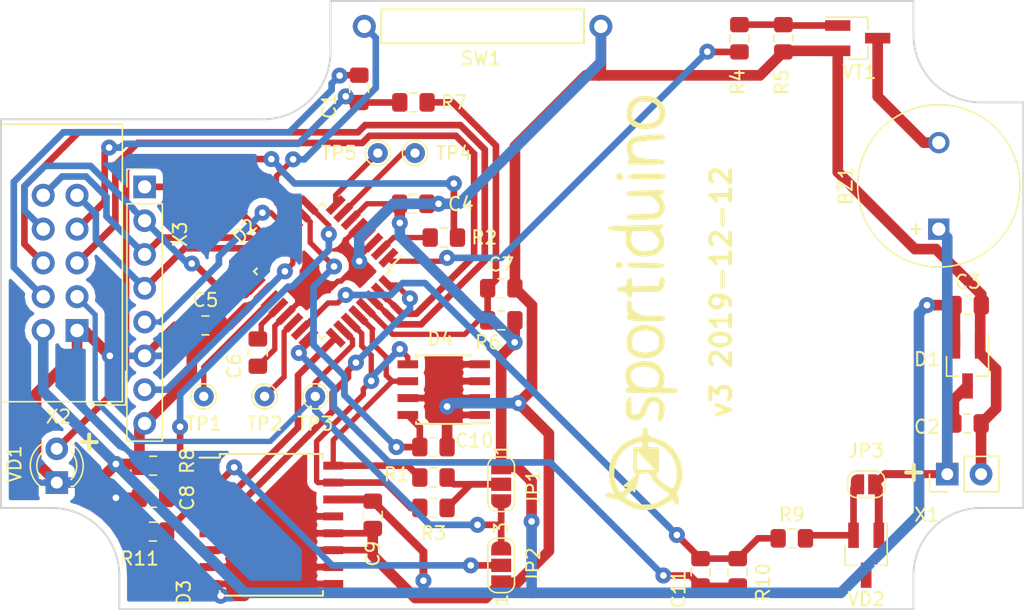
<source format=kicad_pcb>
(kicad_pcb (version 20171130) (host pcbnew 5.0.2-bee76a0~70~ubuntu18.04.1)

  (general
    (thickness 1.5)
    (drawings 49)
    (tracks 517)
    (zones 0)
    (modules 43)
    (nets 39)
  )

  (page A4)
  (title_block
    (title "Sportiduino Base Station")
    (date 2019-12-01)
    (rev 3)
  )

  (layers
    (0 F.Cu signal hide)
    (31 B.Cu signal hide)
    (32 B.Adhes user hide)
    (33 F.Adhes user)
    (34 B.Paste user hide)
    (35 F.Paste user hide)
    (36 B.SilkS user)
    (37 F.SilkS user)
    (38 B.Mask user hide)
    (39 F.Mask user hide)
    (40 Dwgs.User user hide)
    (41 Cmts.User user hide)
    (42 Eco1.User user hide)
    (43 Eco2.User user hide)
    (44 Edge.Cuts user)
    (45 Margin user hide)
    (46 B.CrtYd user hide)
    (47 F.CrtYd user)
    (48 B.Fab user hide)
    (49 F.Fab user)
  )

  (setup
    (last_trace_width 0.5)
    (user_trace_width 0.4)
    (user_trace_width 0.5)
    (user_trace_width 0.6)
    (user_trace_width 0.8)
    (trace_clearance 0.3)
    (zone_clearance 0.508)
    (zone_45_only no)
    (trace_min 0.3)
    (segment_width 0.2)
    (edge_width 0.15)
    (via_size 1.2)
    (via_drill 0.5)
    (via_min_size 1.2)
    (via_min_drill 0.3)
    (uvia_size 0.3)
    (uvia_drill 0.1)
    (uvias_allowed no)
    (uvia_min_size 0.3)
    (uvia_min_drill 0.1)
    (pcb_text_width 0.3)
    (pcb_text_size 1.5 1.5)
    (mod_edge_width 0.15)
    (mod_text_size 1 1)
    (mod_text_width 0.15)
    (pad_size 2.5 1.8)
    (pad_drill 0)
    (pad_to_mask_clearance 0.051)
    (solder_mask_min_width 0.25)
    (aux_axis_origin 138.026836 94.337849)
    (grid_origin 138.026836 94.337849)
    (visible_elements 7FFFFFFF)
    (pcbplotparams
      (layerselection 0x20000_7ffffffe)
      (usegerberextensions false)
      (usegerberattributes false)
      (usegerberadvancedattributes false)
      (creategerberjobfile true)
      (excludeedgelayer false)
      (linewidth 0.100000)
      (plotframeref false)
      (viasonmask false)
      (mode 1)
      (useauxorigin false)
      (hpglpennumber 1)
      (hpglpenspeed 20)
      (hpglpendiameter 15.000000)
      (psnegative false)
      (psa4output false)
      (plotreference true)
      (plotvalue true)
      (plotinvisibletext false)
      (padsonsilk true)
      (subtractmaskfromsilk false)
      (outputformat 4)
      (mirror false)
      (drillshape 0)
      (scaleselection 1)
      (outputdirectory "../prod/gerber/"))
  )

  (net 0 "")
  (net 1 "Net-(BZ1-Pad2)")
  (net 2 +BATT)
  (net 3 GNDD)
  (net 4 +3V3)
  (net 5 /PB2)
  (net 6 RST)
  (net 7 /PB1)
  (net 8 TX)
  (net 9 RX)
  (net 10 PD6)
  (net 11 /SDA)
  (net 12 /SCL)
  (net 13 "Net-(D2-Pad32)")
  (net 14 "Net-(R2-Pad1)")
  (net 15 "Net-(R4-Pad1)")
  (net 16 "Net-(C1-Pad2)")
  (net 17 "Net-(C6-Pad1)")
  (net 18 "Net-(C7-Pad1)")
  (net 19 "Net-(C8-Pad1)")
  (net 20 ADCEN)
  (net 21 ADCIN)
  (net 22 /BUZ)
  (net 23 /LED)
  (net 24 "Net-(D2-Pad7)")
  (net 25 "Net-(D2-Pad8)")
  (net 26 32K)
  (net 27 "Net-(D2-Pad11)")
  (net 28 PB3)
  (net 29 PB4)
  (net 30 PB5)
  (net 31 "Net-(D2-Pad19)")
  (net 32 "Net-(D2-Pad22)")
  (net 33 ALARM)
  (net 34 "Net-(JP1-Pad2)")
  (net 35 "Net-(JP3-Pad2)")
  (net 36 "Net-(VD2-Pad3)")
  (net 37 PC3)
  (net 38 /PB0)

  (net_class Default "Это класс цепей по умолчанию."
    (clearance 0.3)
    (trace_width 0.5)
    (via_dia 1.2)
    (via_drill 0.5)
    (uvia_dia 0.3)
    (uvia_drill 0.1)
    (diff_pair_gap 0.25)
    (diff_pair_width 0.3)
    (add_net /BUZ)
    (add_net /LED)
    (add_net /PB0)
    (add_net /PB1)
    (add_net /PB2)
    (add_net /SCL)
    (add_net /SDA)
    (add_net 32K)
    (add_net ADCEN)
    (add_net ADCIN)
    (add_net ALARM)
    (add_net "Net-(BZ1-Pad2)")
    (add_net "Net-(C1-Pad2)")
    (add_net "Net-(C6-Pad1)")
    (add_net "Net-(C7-Pad1)")
    (add_net "Net-(C8-Pad1)")
    (add_net "Net-(D2-Pad11)")
    (add_net "Net-(D2-Pad19)")
    (add_net "Net-(D2-Pad22)")
    (add_net "Net-(D2-Pad32)")
    (add_net "Net-(D2-Pad7)")
    (add_net "Net-(D2-Pad8)")
    (add_net "Net-(JP1-Pad2)")
    (add_net "Net-(JP3-Pad2)")
    (add_net "Net-(R2-Pad1)")
    (add_net "Net-(R4-Pad1)")
    (add_net "Net-(VD2-Pad3)")
    (add_net PB3)
    (add_net PB4)
    (add_net PB5)
    (add_net PC3)
    (add_net PD6)
    (add_net RST)
    (add_net RX)
    (add_net TX)
  )

  (net_class power ""
    (clearance 0.3)
    (trace_width 0.8)
    (via_dia 1.2)
    (via_drill 0.5)
    (uvia_dia 0.3)
    (uvia_drill 0.1)
    (diff_pair_gap 0.25)
    (diff_pair_width 0.3)
    (add_net +3V3)
    (add_net +BATT)
    (add_net GNDD)
  )

  (module TestPoint:TestPoint_THTPad_D1.5mm_Drill0.7mm (layer F.Cu) (tedit 5E1DECF6) (tstamp 5DFEE519)
    (at 157.457836 87.860849 180)
    (descr "THT pad as test Point, diameter 1.5mm, hole diameter 0.7mm")
    (tags "test point THT pad")
    (path /5DF38C79)
    (attr virtual)
    (fp_text reference TP3 (at 0 -2.055151 180) (layer F.SilkS)
      (effects (font (size 1 1) (thickness 0.15)))
    )
    (fp_text value "" (at -3.302 -0.127 180) (layer F.Fab)
      (effects (font (size 1 1) (thickness 0.15)))
    )
    (fp_text user %R (at 0 -2.032 180) (layer F.Fab)
      (effects (font (size 1 1) (thickness 0.15)))
    )
    (fp_circle (center 0 0) (end 1.25 0) (layer F.CrtYd) (width 0.05))
    (fp_circle (center 0 0) (end 0 0.95) (layer F.SilkS) (width 0.12))
    (pad 1 thru_hole circle (at 0 0 180) (size 1.5 1.5) (drill 0.7) (layers *.Cu *.Mask)
      (net 37 PC3))
  )

  (module Buzzer_Beeper:MagneticBuzzer_ProSignal_ABT-410-RC (layer F.Cu) (tedit 5E1DEE64) (tstamp 5DFE1DD3)
    (at 204.320836 75.287849 90)
    (descr "Buzzer, Elektromagnetic Beeper, Summer, 1,5V-DC,")
    (tags "Pro Signal ABT-410-RC ")
    (path /5BE5F766)
    (fp_text reference BZ1 (at 3.25 -7 270) (layer F.SilkS)
      (effects (font (size 1 1) (thickness 0.15)))
    )
    (fp_text value "" (at 3.302 3.81 90) (layer F.Fab)
      (effects (font (size 1 1) (thickness 0.15)))
    )
    (fp_text user + (at 0 -1.8 90) (layer F.Fab)
      (effects (font (size 1 1) (thickness 0.15)))
    )
    (fp_circle (center 3.25 0) (end 9.5 0) (layer F.CrtYd) (width 0.05))
    (fp_circle (center 3.25 0) (end 9.35 0) (layer F.SilkS) (width 0.12))
    (fp_text user + (at 0 -1.8 90) (layer F.SilkS)
      (effects (font (size 1 1) (thickness 0.15)))
    )
    (fp_text user %R (at 3.25 -7 90) (layer F.Fab)
      (effects (font (size 1 1) (thickness 0.15)))
    )
    (fp_circle (center 3.25 0) (end 4.4 0) (layer F.Fab) (width 0.1))
    (fp_circle (center 3.25 0) (end 9.25 0) (layer F.Fab) (width 0.1))
    (pad 1 thru_hole rect (at 0 0 90) (size 1.6 1.6) (drill 1) (layers *.Cu *.Mask)
      (net 2 +BATT))
    (pad 2 thru_hole circle (at 6.5 0 90) (size 1.6 1.6) (drill 1) (layers *.Cu *.Mask)
      (net 1 "Net-(BZ1-Pad2)"))
    (model ${KISYS3DMOD}/Buzzer_Beeper.3dshapes/MagneticBuzzer_ProSignal_ABT-410-RC.wrl
      (at (xyz 0 0 0))
      (scale (xyz 1 1 1))
      (rotate (xyz 0 0 0))
    )
  )

  (module Button_Switch_THT:SW_reed (layer F.Cu) (tedit 5E1DECB7) (tstamp 5DFDDC99)
    (at 170.030836 60.047849)
    (path /5DF529B4)
    (fp_text reference SW1 (at -0.127 2.413) (layer F.SilkS)
      (effects (font (size 1 1) (thickness 0.15)))
    )
    (fp_text value "" (at 0 -2.54) (layer F.Fab)
      (effects (font (size 1 1) (thickness 0.15)))
    )
    (fp_line (start -7.62 1.27) (end -7.62 -1.27) (layer F.SilkS) (width 0.15))
    (fp_line (start 7.62 1.27) (end -7.62 1.27) (layer F.SilkS) (width 0.15))
    (fp_line (start 7.62 -1.27) (end 7.62 1.27) (layer F.SilkS) (width 0.15))
    (fp_line (start -7.62 -1.27) (end 7.62 -1.27) (layer F.SilkS) (width 0.15))
    (pad 2 thru_hole circle (at 8.89 0) (size 1.7272 1.7272) (drill 1.016) (layers *.Cu *.Mask)
      (net 3 GNDD))
    (pad 1 thru_hole circle (at -8.89 0) (size 1.7272 1.7272) (drill 1.016) (layers *.Cu *.Mask)
      (net 27 "Net-(D2-Pad11)"))
  )

  (module Capacitor_SMD:C_0805_2012Metric_Pad1.15x1.40mm_HandSolder (layer F.Cu) (tedit 5B36C52B) (tstamp 5DF01F27)
    (at 206.479836 89.892849)
    (descr "Capacitor SMD 0805 (2012 Metric), square (rectangular) end terminal, IPC_7351 nominal with elongated pad for handsoldering. (Body size source: https://docs.google.com/spreadsheets/d/1BsfQQcO9C6DZCsRaXUlFlo91Tg2WpOkGARC1WS5S8t0/edit?usp=sharing), generated with kicad-footprint-generator")
    (tags "capacitor handsolder")
    (path /5BE42D9E)
    (attr smd)
    (fp_text reference C2 (at -3.048 0.254) (layer F.SilkS)
      (effects (font (size 1 1) (thickness 0.15)))
    )
    (fp_text value "4.7 uF" (at -4.826 0.127 180) (layer F.Fab)
      (effects (font (size 1 1) (thickness 0.15)))
    )
    (fp_line (start -1 0.6) (end -1 -0.6) (layer F.Fab) (width 0.1))
    (fp_line (start -1 -0.6) (end 1 -0.6) (layer F.Fab) (width 0.1))
    (fp_line (start 1 -0.6) (end 1 0.6) (layer F.Fab) (width 0.1))
    (fp_line (start 1 0.6) (end -1 0.6) (layer F.Fab) (width 0.1))
    (fp_line (start -0.261252 -0.71) (end 0.261252 -0.71) (layer F.SilkS) (width 0.12))
    (fp_line (start -0.261252 0.71) (end 0.261252 0.71) (layer F.SilkS) (width 0.12))
    (fp_line (start -1.85 0.95) (end -1.85 -0.95) (layer F.CrtYd) (width 0.05))
    (fp_line (start -1.85 -0.95) (end 1.85 -0.95) (layer F.CrtYd) (width 0.05))
    (fp_line (start 1.85 -0.95) (end 1.85 0.95) (layer F.CrtYd) (width 0.05))
    (fp_line (start 1.85 0.95) (end -1.85 0.95) (layer F.CrtYd) (width 0.05))
    (fp_text user %R (at 0 0) (layer F.Fab)
      (effects (font (size 0.5 0.5) (thickness 0.08)))
    )
    (pad 1 smd roundrect (at -1.025 0) (size 1.15 1.4) (layers F.Cu F.Paste F.Mask) (roundrect_rratio 0.217391)
      (net 2 +BATT))
    (pad 2 smd roundrect (at 1.025 0) (size 1.15 1.4) (layers F.Cu F.Paste F.Mask) (roundrect_rratio 0.217391)
      (net 3 GNDD))
    (model ${KISYS3DMOD}/Capacitor_SMD.3dshapes/C_0805_2012Metric.wrl
      (at (xyz 0 0 0))
      (scale (xyz 1 1 1))
      (rotate (xyz 0 0 0))
    )
  )

  (module Capacitor_SMD:C_0805_2012Metric_Pad1.15x1.40mm_HandSolder (layer F.Cu) (tedit 5B36C52B) (tstamp 5DF01EF7)
    (at 206.488836 81.002849)
    (descr "Capacitor SMD 0805 (2012 Metric), square (rectangular) end terminal, IPC_7351 nominal with elongated pad for handsoldering. (Body size source: https://docs.google.com/spreadsheets/d/1BsfQQcO9C6DZCsRaXUlFlo91Tg2WpOkGARC1WS5S8t0/edit?usp=sharing), generated with kicad-footprint-generator")
    (tags "capacitor handsolder")
    (path /5BE42E09)
    (attr smd)
    (fp_text reference C3 (at 0.013164 -1.754849 -180) (layer F.SilkS)
      (effects (font (size 1 1) (thickness 0.15)))
    )
    (fp_text value "4.7 uF" (at -4.708 0.127) (layer F.Fab)
      (effects (font (size 1 1) (thickness 0.15)))
    )
    (fp_text user %R (at 0 0) (layer F.Fab)
      (effects (font (size 0.5 0.5) (thickness 0.08)))
    )
    (fp_line (start 1.85 0.95) (end -1.85 0.95) (layer F.CrtYd) (width 0.05))
    (fp_line (start 1.85 -0.95) (end 1.85 0.95) (layer F.CrtYd) (width 0.05))
    (fp_line (start -1.85 -0.95) (end 1.85 -0.95) (layer F.CrtYd) (width 0.05))
    (fp_line (start -1.85 0.95) (end -1.85 -0.95) (layer F.CrtYd) (width 0.05))
    (fp_line (start -0.261252 0.71) (end 0.261252 0.71) (layer F.SilkS) (width 0.12))
    (fp_line (start -0.261252 -0.71) (end 0.261252 -0.71) (layer F.SilkS) (width 0.12))
    (fp_line (start 1 0.6) (end -1 0.6) (layer F.Fab) (width 0.1))
    (fp_line (start 1 -0.6) (end 1 0.6) (layer F.Fab) (width 0.1))
    (fp_line (start -1 -0.6) (end 1 -0.6) (layer F.Fab) (width 0.1))
    (fp_line (start -1 0.6) (end -1 -0.6) (layer F.Fab) (width 0.1))
    (pad 2 smd roundrect (at 1.025 0) (size 1.15 1.4) (layers F.Cu F.Paste F.Mask) (roundrect_rratio 0.217391)
      (net 3 GNDD))
    (pad 1 smd roundrect (at -1.025 0) (size 1.15 1.4) (layers F.Cu F.Paste F.Mask) (roundrect_rratio 0.217391)
      (net 4 +3V3))
    (model ${KISYS3DMOD}/Capacitor_SMD.3dshapes/C_0805_2012Metric.wrl
      (at (xyz 0 0 0))
      (scale (xyz 1 1 1))
      (rotate (xyz 0 0 0))
    )
  )

  (module Capacitor_SMD:C_0805_2012Metric_Pad1.15x1.40mm_HandSolder (layer F.Cu) (tedit 5C03D831) (tstamp 5DF01EC7)
    (at 164.814836 73.382849)
    (descr "Capacitor SMD 0805 (2012 Metric), square (rectangular) end terminal, IPC_7351 nominal with elongated pad for handsoldering. (Body size source: https://docs.google.com/spreadsheets/d/1BsfQQcO9C6DZCsRaXUlFlo91Tg2WpOkGARC1WS5S8t0/edit?usp=sharing), generated with kicad-footprint-generator")
    (tags "capacitor handsolder")
    (path /5BE7CE78)
    (attr smd)
    (fp_text reference C4 (at 3.587164 0.023151 -180) (layer F.SilkS)
      (effects (font (size 1 1) (thickness 0.15)))
    )
    (fp_text value "100 nF" (at 4.708 0) (layer F.Fab)
      (effects (font (size 1 1) (thickness 0.15)))
    )
    (fp_line (start -1 0.6) (end -1 -0.6) (layer F.Fab) (width 0.1))
    (fp_line (start -1 -0.6) (end 1 -0.6) (layer F.Fab) (width 0.1))
    (fp_line (start 1 -0.6) (end 1 0.6) (layer F.Fab) (width 0.1))
    (fp_line (start 1 0.6) (end -1 0.6) (layer F.Fab) (width 0.1))
    (fp_line (start -0.261252 -0.71) (end 0.261252 -0.71) (layer F.SilkS) (width 0.12))
    (fp_line (start -0.261252 0.71) (end 0.261252 0.71) (layer F.SilkS) (width 0.12))
    (fp_line (start -1.85 0.95) (end -1.85 -0.95) (layer F.CrtYd) (width 0.05))
    (fp_line (start -1.85 -0.95) (end 1.85 -0.95) (layer F.CrtYd) (width 0.05))
    (fp_line (start 1.85 -0.95) (end 1.85 0.95) (layer F.CrtYd) (width 0.05))
    (fp_line (start 1.85 0.95) (end -1.85 0.95) (layer F.CrtYd) (width 0.05))
    (fp_text user %R (at 0 0) (layer F.Fab)
      (effects (font (size 0.5 0.5) (thickness 0.08)))
    )
    (pad 1 smd roundrect (at -1.025 0) (size 1.15 1.4) (layers F.Cu F.Paste F.Mask) (roundrect_rratio 0.217391)
      (net 4 +3V3))
    (pad 2 smd roundrect (at 1.025 0) (size 1.15 1.4) (layers F.Cu F.Paste F.Mask) (roundrect_rratio 0.217391)
      (net 3 GNDD))
    (model ${KISYS3DMOD}/Capacitor_SMD.3dshapes/C_0805_2012Metric.wrl
      (at (xyz 0 0 0))
      (scale (xyz 1 1 1))
      (rotate (xyz 0 0 0))
    )
  )

  (module Capacitor_SMD:C_0805_2012Metric_Pad1.15x1.40mm_HandSolder (layer F.Cu) (tedit 5B36C52B) (tstamp 5DF01E97)
    (at 149.202836 82.526849 180)
    (descr "Capacitor SMD 0805 (2012 Metric), square (rectangular) end terminal, IPC_7351 nominal with elongated pad for handsoldering. (Body size source: https://docs.google.com/spreadsheets/d/1BsfQQcO9C6DZCsRaXUlFlo91Tg2WpOkGARC1WS5S8t0/edit?usp=sharing), generated with kicad-footprint-generator")
    (tags "capacitor handsolder")
    (path /5BE7C1F3)
    (attr smd)
    (fp_text reference C5 (at 0 1.905) (layer F.SilkS)
      (effects (font (size 1 1) (thickness 0.15)))
    )
    (fp_text value "100 nF" (at 0 1.778 180) (layer F.Fab)
      (effects (font (size 1 1) (thickness 0.15)))
    )
    (fp_text user %R (at 0 0 180) (layer F.Fab)
      (effects (font (size 0.5 0.5) (thickness 0.08)))
    )
    (fp_line (start 1.85 0.95) (end -1.85 0.95) (layer F.CrtYd) (width 0.05))
    (fp_line (start 1.85 -0.95) (end 1.85 0.95) (layer F.CrtYd) (width 0.05))
    (fp_line (start -1.85 -0.95) (end 1.85 -0.95) (layer F.CrtYd) (width 0.05))
    (fp_line (start -1.85 0.95) (end -1.85 -0.95) (layer F.CrtYd) (width 0.05))
    (fp_line (start -0.261252 0.71) (end 0.261252 0.71) (layer F.SilkS) (width 0.12))
    (fp_line (start -0.261252 -0.71) (end 0.261252 -0.71) (layer F.SilkS) (width 0.12))
    (fp_line (start 1 0.6) (end -1 0.6) (layer F.Fab) (width 0.1))
    (fp_line (start 1 -0.6) (end 1 0.6) (layer F.Fab) (width 0.1))
    (fp_line (start -1 -0.6) (end 1 -0.6) (layer F.Fab) (width 0.1))
    (fp_line (start -1 0.6) (end -1 -0.6) (layer F.Fab) (width 0.1))
    (pad 2 smd roundrect (at 1.025 0 180) (size 1.15 1.4) (layers F.Cu F.Paste F.Mask) (roundrect_rratio 0.217391)
      (net 3 GNDD))
    (pad 1 smd roundrect (at -1.025 0 180) (size 1.15 1.4) (layers F.Cu F.Paste F.Mask) (roundrect_rratio 0.217391)
      (net 4 +3V3))
    (model ${KISYS3DMOD}/Capacitor_SMD.3dshapes/C_0805_2012Metric.wrl
      (at (xyz 0 0 0))
      (scale (xyz 1 1 1))
      (rotate (xyz 0 0 0))
    )
  )

  (module Capacitor_SMD:C_0805_2012Metric_Pad1.15x1.40mm_HandSolder (layer F.Cu) (tedit 5B36C52B) (tstamp 5DFEE111)
    (at 153.139836 84.567849 270)
    (descr "Capacitor SMD 0805 (2012 Metric), square (rectangular) end terminal, IPC_7351 nominal with elongated pad for handsoldering. (Body size source: https://docs.google.com/spreadsheets/d/1BsfQQcO9C6DZCsRaXUlFlo91Tg2WpOkGARC1WS5S8t0/edit?usp=sharing), generated with kicad-footprint-generator")
    (tags "capacitor handsolder")
    (path /5BE71484)
    (attr smd)
    (fp_text reference C6 (at 1.007 1.778 90) (layer F.SilkS)
      (effects (font (size 1 1) (thickness 0.15)))
    )
    (fp_text value "100 nF" (at 0.245 1.651 270) (layer F.Fab)
      (effects (font (size 1 1) (thickness 0.15)))
    )
    (fp_line (start -1 0.6) (end -1 -0.6) (layer F.Fab) (width 0.1))
    (fp_line (start -1 -0.6) (end 1 -0.6) (layer F.Fab) (width 0.1))
    (fp_line (start 1 -0.6) (end 1 0.6) (layer F.Fab) (width 0.1))
    (fp_line (start 1 0.6) (end -1 0.6) (layer F.Fab) (width 0.1))
    (fp_line (start -0.261252 -0.71) (end 0.261252 -0.71) (layer F.SilkS) (width 0.12))
    (fp_line (start -0.261252 0.71) (end 0.261252 0.71) (layer F.SilkS) (width 0.12))
    (fp_line (start -1.85 0.95) (end -1.85 -0.95) (layer F.CrtYd) (width 0.05))
    (fp_line (start -1.85 -0.95) (end 1.85 -0.95) (layer F.CrtYd) (width 0.05))
    (fp_line (start 1.85 -0.95) (end 1.85 0.95) (layer F.CrtYd) (width 0.05))
    (fp_line (start 1.85 0.95) (end -1.85 0.95) (layer F.CrtYd) (width 0.05))
    (fp_text user %R (at 0 0 270) (layer F.Fab)
      (effects (font (size 0.5 0.5) (thickness 0.08)))
    )
    (pad 1 smd roundrect (at -1.025 0 270) (size 1.15 1.4) (layers F.Cu F.Paste F.Mask) (roundrect_rratio 0.217391)
      (net 17 "Net-(C6-Pad1)"))
    (pad 2 smd roundrect (at 1.025 0 270) (size 1.15 1.4) (layers F.Cu F.Paste F.Mask) (roundrect_rratio 0.217391)
      (net 3 GNDD))
    (model ${KISYS3DMOD}/Capacitor_SMD.3dshapes/C_0805_2012Metric.wrl
      (at (xyz 0 0 0))
      (scale (xyz 1 1 1))
      (rotate (xyz 0 0 0))
    )
  )

  (module Capacitor_SMD:C_0805_2012Metric_Pad1.15x1.40mm_HandSolder (layer F.Cu) (tedit 5B36C52B) (tstamp 5DF01E37)
    (at 161.775836 96.759849 270)
    (descr "Capacitor SMD 0805 (2012 Metric), square (rectangular) end terminal, IPC_7351 nominal with elongated pad for handsoldering. (Body size source: https://docs.google.com/spreadsheets/d/1BsfQQcO9C6DZCsRaXUlFlo91Tg2WpOkGARC1WS5S8t0/edit?usp=sharing), generated with kicad-footprint-generator")
    (tags "capacitor handsolder")
    (path /5C2396EF)
    (attr smd)
    (fp_text reference C9 (at 2.921 0 270) (layer F.SilkS)
      (effects (font (size 1 1) (thickness 0.15)))
    )
    (fp_text value "100 nF" (at 1.261 -1.778 270) (layer F.Fab)
      (effects (font (size 1 1) (thickness 0.15)))
    )
    (fp_text user %R (at 0 0 270) (layer F.Fab)
      (effects (font (size 0.5 0.5) (thickness 0.08)))
    )
    (fp_line (start 1.85 0.95) (end -1.85 0.95) (layer F.CrtYd) (width 0.05))
    (fp_line (start 1.85 -0.95) (end 1.85 0.95) (layer F.CrtYd) (width 0.05))
    (fp_line (start -1.85 -0.95) (end 1.85 -0.95) (layer F.CrtYd) (width 0.05))
    (fp_line (start -1.85 0.95) (end -1.85 -0.95) (layer F.CrtYd) (width 0.05))
    (fp_line (start -0.261252 0.71) (end 0.261252 0.71) (layer F.SilkS) (width 0.12))
    (fp_line (start -0.261252 -0.71) (end 0.261252 -0.71) (layer F.SilkS) (width 0.12))
    (fp_line (start 1 0.6) (end -1 0.6) (layer F.Fab) (width 0.1))
    (fp_line (start 1 -0.6) (end 1 0.6) (layer F.Fab) (width 0.1))
    (fp_line (start -1 -0.6) (end 1 -0.6) (layer F.Fab) (width 0.1))
    (fp_line (start -1 0.6) (end -1 -0.6) (layer F.Fab) (width 0.1))
    (pad 2 smd roundrect (at 1.025 0 270) (size 1.15 1.4) (layers F.Cu F.Paste F.Mask) (roundrect_rratio 0.217391)
      (net 3 GNDD))
    (pad 1 smd roundrect (at -1.025 0 270) (size 1.15 1.4) (layers F.Cu F.Paste F.Mask) (roundrect_rratio 0.217391)
      (net 4 +3V3))
    (model ${KISYS3DMOD}/Capacitor_SMD.3dshapes/C_0805_2012Metric.wrl
      (at (xyz 0 0 0))
      (scale (xyz 1 1 1))
      (rotate (xyz 0 0 0))
    )
  )

  (module Package_TO_SOT_SMD:SOT-23_Handsoldering (layer F.Cu) (tedit 5A0AB76C) (tstamp 5DF01DFF)
    (at 206.479836 85.574849 270)
    (descr "SOT-23, Handsoldering")
    (tags SOT-23)
    (path /5BE42948)
    (attr smd)
    (fp_text reference D1 (at -0.508 3.048) (layer F.SilkS)
      (effects (font (size 1 1) (thickness 0.15)))
    )
    (fp_text value MCP1700-3302E (at 0 8.89) (layer F.Fab)
      (effects (font (size 1 1) (thickness 0.15)))
    )
    (fp_text user %R (at 0 0) (layer F.Fab)
      (effects (font (size 0.5 0.5) (thickness 0.075)))
    )
    (fp_line (start 0.76 1.58) (end 0.76 0.65) (layer F.SilkS) (width 0.12))
    (fp_line (start 0.76 -1.58) (end 0.76 -0.65) (layer F.SilkS) (width 0.12))
    (fp_line (start -2.7 -1.75) (end 2.7 -1.75) (layer F.CrtYd) (width 0.05))
    (fp_line (start 2.7 -1.75) (end 2.7 1.75) (layer F.CrtYd) (width 0.05))
    (fp_line (start 2.7 1.75) (end -2.7 1.75) (layer F.CrtYd) (width 0.05))
    (fp_line (start -2.7 1.75) (end -2.7 -1.75) (layer F.CrtYd) (width 0.05))
    (fp_line (start 0.76 -1.58) (end -2.4 -1.58) (layer F.SilkS) (width 0.12))
    (fp_line (start -0.7 -0.95) (end -0.7 1.5) (layer F.Fab) (width 0.1))
    (fp_line (start -0.15 -1.52) (end 0.7 -1.52) (layer F.Fab) (width 0.1))
    (fp_line (start -0.7 -0.95) (end -0.15 -1.52) (layer F.Fab) (width 0.1))
    (fp_line (start 0.7 -1.52) (end 0.7 1.52) (layer F.Fab) (width 0.1))
    (fp_line (start -0.7 1.52) (end 0.7 1.52) (layer F.Fab) (width 0.1))
    (fp_line (start 0.76 1.58) (end -0.7 1.58) (layer F.SilkS) (width 0.12))
    (pad 1 smd rect (at -1.5 -0.95 270) (size 1.9 0.8) (layers F.Cu F.Paste F.Mask)
      (net 3 GNDD))
    (pad 2 smd rect (at -1.5 0.95 270) (size 1.9 0.8) (layers F.Cu F.Paste F.Mask)
      (net 4 +3V3))
    (pad 3 smd rect (at 1.5 0 270) (size 1.9 0.8) (layers F.Cu F.Paste F.Mask)
      (net 2 +BATT))
    (model ${KISYS3DMOD}/Package_TO_SOT_SMD.3dshapes/SOT-23.wrl
      (at (xyz 0 0 0))
      (scale (xyz 1 1 1))
      (rotate (xyz 0 0 0))
    )
  )

  (module Package_QFP:TQFP-32_7x7mm_P0.8mm (layer F.Cu) (tedit 5A02F146) (tstamp 5DF01D7F)
    (at 157.965836 78.462849 225)
    (descr "32-Lead Plastic Thin Quad Flatpack (PT) - 7x7x1.0 mm Body, 2.00 mm [TQFP] (see Microchip Packaging Specification 00000049BS.pdf)")
    (tags "QFP 0.8")
    (path /5BE4287E)
    (attr smd)
    (fp_text reference D2 (at 1.976354 6.254137 45) (layer F.SilkS)
      (effects (font (size 1 1) (thickness 0.15)))
    )
    (fp_text value ATmega328P-AU (at -1.436841 -6.465784 225) (layer F.Fab)
      (effects (font (size 1 1) (thickness 0.15)))
    )
    (fp_text user %R (at 0 0 225) (layer F.Fab)
      (effects (font (size 1 1) (thickness 0.15)))
    )
    (fp_line (start -2.5 -3.5) (end 3.5 -3.5) (layer F.Fab) (width 0.15))
    (fp_line (start 3.5 -3.5) (end 3.5 3.5) (layer F.Fab) (width 0.15))
    (fp_line (start 3.5 3.5) (end -3.5 3.5) (layer F.Fab) (width 0.15))
    (fp_line (start -3.5 3.5) (end -3.5 -2.5) (layer F.Fab) (width 0.15))
    (fp_line (start -3.5 -2.5) (end -2.5 -3.5) (layer F.Fab) (width 0.15))
    (fp_line (start -5.3 -5.3) (end -5.3 5.3) (layer F.CrtYd) (width 0.05))
    (fp_line (start 5.3 -5.3) (end 5.3 5.3) (layer F.CrtYd) (width 0.05))
    (fp_line (start -5.3 -5.3) (end 5.3 -5.3) (layer F.CrtYd) (width 0.05))
    (fp_line (start -5.3 5.3) (end 5.3 5.3) (layer F.CrtYd) (width 0.05))
    (fp_line (start -3.625 -3.625) (end -3.625 -3.4) (layer F.SilkS) (width 0.15))
    (fp_line (start 3.625 -3.625) (end 3.625 -3.299999) (layer F.SilkS) (width 0.15))
    (fp_line (start 3.625 3.625) (end 3.625 3.299999) (layer F.SilkS) (width 0.15))
    (fp_line (start -3.625 3.625) (end -3.625 3.299999) (layer F.SilkS) (width 0.15))
    (fp_line (start -3.625 -3.625) (end -3.299999 -3.625) (layer F.SilkS) (width 0.15))
    (fp_line (start -3.625 3.625) (end -3.299999 3.625) (layer F.SilkS) (width 0.15))
    (fp_line (start 3.625 3.625) (end 3.299999 3.625) (layer F.SilkS) (width 0.15))
    (fp_line (start 3.625 -3.625) (end 3.299999 -3.625) (layer F.SilkS) (width 0.15))
    (fp_line (start -3.625 -3.4) (end -5.05 -3.4) (layer F.SilkS) (width 0.15))
    (pad 1 smd rect (at -4.25 -2.8 225) (size 1.6 0.55) (layers F.Cu F.Paste F.Mask)
      (net 22 /BUZ))
    (pad 2 smd rect (at -4.25 -2 225) (size 1.6 0.55) (layers F.Cu F.Paste F.Mask)
      (net 23 /LED))
    (pad 3 smd rect (at -4.25 -1.2 225) (size 1.6 0.55) (layers F.Cu F.Paste F.Mask)
      (net 3 GNDD))
    (pad 4 smd rect (at -4.25 -0.4 225) (size 1.6 0.55) (layers F.Cu F.Paste F.Mask)
      (net 4 +3V3))
    (pad 5 smd rect (at -4.25 0.4 225) (size 1.6 0.55) (layers F.Cu F.Paste F.Mask)
      (net 3 GNDD))
    (pad 6 smd rect (at -4.25 1.2 225) (size 1.6 0.55) (layers F.Cu F.Paste F.Mask)
      (net 4 +3V3))
    (pad 7 smd rect (at -4.25 2 225) (size 1.6 0.55) (layers F.Cu F.Paste F.Mask)
      (net 24 "Net-(D2-Pad7)"))
    (pad 8 smd rect (at -4.25 2.8 225) (size 1.6 0.55) (layers F.Cu F.Paste F.Mask)
      (net 25 "Net-(D2-Pad8)"))
    (pad 9 smd rect (at -2.8 4.25 315) (size 1.6 0.55) (layers F.Cu F.Paste F.Mask)
      (net 26 32K))
    (pad 10 smd rect (at -2 4.25 315) (size 1.6 0.55) (layers F.Cu F.Paste F.Mask)
      (net 10 PD6))
    (pad 11 smd rect (at -1.2 4.25 315) (size 1.6 0.55) (layers F.Cu F.Paste F.Mask)
      (net 27 "Net-(D2-Pad11)"))
    (pad 12 smd rect (at -0.4 4.25 315) (size 1.6 0.55) (layers F.Cu F.Paste F.Mask)
      (net 38 /PB0))
    (pad 13 smd rect (at 0.4 4.25 315) (size 1.6 0.55) (layers F.Cu F.Paste F.Mask)
      (net 7 /PB1))
    (pad 14 smd rect (at 1.2 4.25 315) (size 1.6 0.55) (layers F.Cu F.Paste F.Mask)
      (net 5 /PB2))
    (pad 15 smd rect (at 2 4.25 315) (size 1.6 0.55) (layers F.Cu F.Paste F.Mask)
      (net 28 PB3))
    (pad 16 smd rect (at 2.8 4.25 315) (size 1.6 0.55) (layers F.Cu F.Paste F.Mask)
      (net 29 PB4))
    (pad 17 smd rect (at 4.25 2.8 225) (size 1.6 0.55) (layers F.Cu F.Paste F.Mask)
      (net 30 PB5))
    (pad 18 smd rect (at 4.25 2 225) (size 1.6 0.55) (layers F.Cu F.Paste F.Mask)
      (net 4 +3V3))
    (pad 19 smd rect (at 4.25 1.2 225) (size 1.6 0.55) (layers F.Cu F.Paste F.Mask)
      (net 31 "Net-(D2-Pad19)"))
    (pad 20 smd rect (at 4.25 0.4 225) (size 1.6 0.55) (layers F.Cu F.Paste F.Mask)
      (net 17 "Net-(C6-Pad1)"))
    (pad 21 smd rect (at 4.25 -0.4 225) (size 1.6 0.55) (layers F.Cu F.Paste F.Mask)
      (net 3 GNDD))
    (pad 22 smd rect (at 4.25 -1.2 225) (size 1.6 0.55) (layers F.Cu F.Paste F.Mask)
      (net 32 "Net-(D2-Pad22)"))
    (pad 23 smd rect (at 4.25 -2 225) (size 1.6 0.55) (layers F.Cu F.Paste F.Mask)
      (net 21 ADCIN))
    (pad 24 smd rect (at 4.25 -2.8 225) (size 1.6 0.55) (layers F.Cu F.Paste F.Mask)
      (net 20 ADCEN))
    (pad 25 smd rect (at 2.8 -4.25 315) (size 1.6 0.55) (layers F.Cu F.Paste F.Mask)
      (net 33 ALARM))
    (pad 26 smd rect (at 2 -4.25 315) (size 1.6 0.55) (layers F.Cu F.Paste F.Mask)
      (net 37 PC3))
    (pad 27 smd rect (at 1.2 -4.25 315) (size 1.6 0.55) (layers F.Cu F.Paste F.Mask)
      (net 11 /SDA))
    (pad 28 smd rect (at 0.4 -4.25 315) (size 1.6 0.55) (layers F.Cu F.Paste F.Mask)
      (net 12 /SCL))
    (pad 29 smd rect (at -0.4 -4.25 315) (size 1.6 0.55) (layers F.Cu F.Paste F.Mask)
      (net 18 "Net-(C7-Pad1)"))
    (pad 30 smd rect (at -1.2 -4.25 315) (size 1.6 0.55) (layers F.Cu F.Paste F.Mask)
      (net 9 RX))
    (pad 31 smd rect (at -2 -4.25 315) (size 1.6 0.55) (layers F.Cu F.Paste F.Mask)
      (net 8 TX))
    (pad 32 smd rect (at -2.8 -4.25 315) (size 1.6 0.55) (layers F.Cu F.Paste F.Mask)
      (net 13 "Net-(D2-Pad32)"))
    (model ${KISYS3DMOD}/Package_QFP.3dshapes/TQFP-32_7x7mm_P0.8mm.wrl
      (at (xyz 0 0 0))
      (scale (xyz 1 1 1))
      (rotate (xyz 0 0 0))
    )
  )

  (module Package_SO:SOIC-16W_7.5x10.3mm_P1.27mm (layer F.Cu) (tedit 5DF21D32) (tstamp 5DF01D01)
    (at 154.155836 97.512849)
    (descr "16-Lead Plastic Small Outline (SO) - Wide, 7.50 mm Body [SOIC] (see Microchip Packaging Specification 00000049BS.pdf)")
    (tags "SOIC 1.27")
    (path /5BE583D9)
    (attr smd)
    (fp_text reference D3 (at -6.581836 5.103151 90) (layer F.SilkS)
      (effects (font (size 1 1) (thickness 0.15)))
    )
    (fp_text value "" (at 0 6.25) (layer F.Fab)
      (effects (font (size 1 1) (thickness 0.15)))
    )
    (fp_text user %R (at -6.604 5.08 90) (layer F.Fab)
      (effects (font (size 1 1) (thickness 0.15)))
    )
    (fp_line (start -2.75 -5.15) (end 3.75 -5.15) (layer F.Fab) (width 0.15))
    (fp_line (start 3.75 -5.15) (end 3.75 5.15) (layer F.Fab) (width 0.15))
    (fp_line (start 3.75 5.15) (end -3.75 5.15) (layer F.Fab) (width 0.15))
    (fp_line (start -3.75 5.15) (end -3.75 -4.15) (layer F.Fab) (width 0.15))
    (fp_line (start -3.75 -4.15) (end -2.75 -5.15) (layer F.Fab) (width 0.15))
    (fp_line (start -5.65 -5.5) (end -5.65 5.5) (layer F.CrtYd) (width 0.05))
    (fp_line (start 5.65 -5.5) (end 5.65 5.5) (layer F.CrtYd) (width 0.05))
    (fp_line (start -5.65 -5.5) (end 5.65 -5.5) (layer F.CrtYd) (width 0.05))
    (fp_line (start -5.65 5.5) (end 5.65 5.5) (layer F.CrtYd) (width 0.05))
    (fp_line (start -3.875 -5.325) (end -3.875 -5.05) (layer F.SilkS) (width 0.15))
    (fp_line (start 3.875 -5.325) (end 3.875 -4.97) (layer F.SilkS) (width 0.15))
    (fp_line (start 3.875 5.325) (end 3.875 4.97) (layer F.SilkS) (width 0.15))
    (fp_line (start -3.875 5.325) (end -3.875 4.97) (layer F.SilkS) (width 0.15))
    (fp_line (start -3.875 -5.325) (end 3.875 -5.325) (layer F.SilkS) (width 0.15))
    (fp_line (start -3.875 5.325) (end 3.875 5.325) (layer F.SilkS) (width 0.15))
    (fp_line (start -3.875 -5.05) (end -5.4 -5.05) (layer F.SilkS) (width 0.15))
    (pad 1 smd rect (at -4.65 -4.445) (size 1.5 0.6) (layers F.Cu F.Paste F.Mask)
      (net 26 32K))
    (pad 2 smd rect (at -4.65 -3.175) (size 1.5 0.6) (layers F.Cu F.Paste F.Mask)
      (net 19 "Net-(C8-Pad1)"))
    (pad 3 smd rect (at -4.65 -1.905) (size 1.5 0.6) (layers F.Cu F.Paste F.Mask)
      (net 33 ALARM))
    (pad 4 smd rect (at -4.65 -0.635) (size 1.5 0.6) (layers F.Cu F.Paste F.Mask)
      (net 13 "Net-(D2-Pad32)"))
    (pad 5 smd rect (at -4.65 0.635) (size 1.5 0.6) (layers F.Cu F.Paste F.Mask)
      (net 3 GNDD))
    (pad 6 smd rect (at -4.65 1.905) (size 1.5 0.6) (layers F.Cu F.Paste F.Mask)
      (net 3 GNDD))
    (pad 7 smd rect (at -4.65 3.175) (size 1.5 0.6) (layers F.Cu F.Paste F.Mask)
      (net 3 GNDD))
    (pad 8 smd rect (at -4.65 4.445) (size 1.5 0.6) (layers F.Cu F.Paste F.Mask)
      (net 3 GNDD))
    (pad 9 smd rect (at 4.65 4.445) (size 1.5 0.6) (layers F.Cu F.Paste F.Mask)
      (net 3 GNDD))
    (pad 10 smd rect (at 4.65 3.175) (size 1.5 0.6) (layers F.Cu F.Paste F.Mask)
      (net 3 GNDD))
    (pad 11 smd rect (at 4.65 1.905) (size 1.5 0.6) (layers F.Cu F.Paste F.Mask)
      (net 3 GNDD))
    (pad 12 smd rect (at 4.65 0.635) (size 1.5 0.6) (layers F.Cu F.Paste F.Mask)
      (net 3 GNDD))
    (pad 13 smd rect (at 4.65 -0.635) (size 1.5 0.6) (layers F.Cu F.Paste F.Mask)
      (net 3 GNDD))
    (pad 14 smd rect (at 4.65 -1.905) (size 1.5 0.6) (layers F.Cu F.Paste F.Mask)
      (net 4 +3V3))
    (pad 15 smd rect (at 4.65 -3.175) (size 1.5 0.6) (layers F.Cu F.Paste F.Mask)
      (net 11 /SDA))
    (pad 16 smd rect (at 4.65 -4.445) (size 1.5 0.6) (layers F.Cu F.Paste F.Mask)
      (net 12 /SCL))
    (model ${KISYS3DMOD}/Package_SO.3dshapes/SOIC-16W_7.5x10.3mm_P1.27mm.wrl
      (at (xyz 0 0 0))
      (scale (xyz 1 1 1))
      (rotate (xyz 0 0 0))
    )
  )

  (module Resistor_SMD:R_0805_2012Metric_Pad1.15x1.40mm_HandSolder (layer F.Cu) (tedit 5B36C52B) (tstamp 5DF01CBD)
    (at 171.436836 82.145849 180)
    (descr "Resistor SMD 0805 (2012 Metric), square (rectangular) end terminal, IPC_7351 nominal with elongated pad for handsoldering. (Body size source: https://docs.google.com/spreadsheets/d/1BsfQQcO9C6DZCsRaXUlFlo91Tg2WpOkGARC1WS5S8t0/edit?usp=sharing), generated with kicad-footprint-generator")
    (tags "resistor handsolder")
    (path /5BE6BA92)
    (attr smd)
    (fp_text reference R6 (at 1.002836 -1.651 180) (layer F.SilkS)
      (effects (font (size 1 1) (thickness 0.15)))
    )
    (fp_text value 33K (at -3.801 -0.127 180) (layer F.Fab)
      (effects (font (size 1 1) (thickness 0.15)))
    )
    (fp_text user %R (at 0 0 180) (layer F.Fab)
      (effects (font (size 0.5 0.5) (thickness 0.08)))
    )
    (fp_line (start 1.85 0.95) (end -1.85 0.95) (layer F.CrtYd) (width 0.05))
    (fp_line (start 1.85 -0.95) (end 1.85 0.95) (layer F.CrtYd) (width 0.05))
    (fp_line (start -1.85 -0.95) (end 1.85 -0.95) (layer F.CrtYd) (width 0.05))
    (fp_line (start -1.85 0.95) (end -1.85 -0.95) (layer F.CrtYd) (width 0.05))
    (fp_line (start -0.261252 0.71) (end 0.261252 0.71) (layer F.SilkS) (width 0.12))
    (fp_line (start -0.261252 -0.71) (end 0.261252 -0.71) (layer F.SilkS) (width 0.12))
    (fp_line (start 1 0.6) (end -1 0.6) (layer F.Fab) (width 0.1))
    (fp_line (start 1 -0.6) (end 1 0.6) (layer F.Fab) (width 0.1))
    (fp_line (start -1 -0.6) (end 1 -0.6) (layer F.Fab) (width 0.1))
    (fp_line (start -1 0.6) (end -1 -0.6) (layer F.Fab) (width 0.1))
    (pad 2 smd roundrect (at 1.025 0 180) (size 1.15 1.4) (layers F.Cu F.Paste F.Mask) (roundrect_rratio 0.217391)
      (net 18 "Net-(C7-Pad1)"))
    (pad 1 smd roundrect (at -1.025 0 180) (size 1.15 1.4) (layers F.Cu F.Paste F.Mask) (roundrect_rratio 0.217391)
      (net 4 +3V3))
    (model ${KISYS3DMOD}/Resistor_SMD.3dshapes/R_0805_2012Metric.wrl
      (at (xyz 0 0 0))
      (scale (xyz 1 1 1))
      (rotate (xyz 0 0 0))
    )
  )

  (module Resistor_SMD:R_0805_2012Metric_Pad1.15x1.40mm_HandSolder (layer F.Cu) (tedit 5C1694FE) (tstamp 5DF01C8D)
    (at 167.118836 75.922849 180)
    (descr "Resistor SMD 0805 (2012 Metric), square (rectangular) end terminal, IPC_7351 nominal with elongated pad for handsoldering. (Body size source: https://docs.google.com/spreadsheets/d/1BsfQQcO9C6DZCsRaXUlFlo91Tg2WpOkGARC1WS5S8t0/edit?usp=sharing), generated with kicad-footprint-generator")
    (tags "resistor handsolder")
    (path /5BE5CB0E)
    (attr smd)
    (fp_text reference R2 (at -3.039 0 180) (layer F.SilkS)
      (effects (font (size 1 1) (thickness 0.15)))
    )
    (fp_text value 100 (at -3.42 0 180) (layer F.Fab)
      (effects (font (size 1 1) (thickness 0.15)))
    )
    (fp_line (start -1 0.6) (end -1 -0.6) (layer F.Fab) (width 0.1))
    (fp_line (start -1 -0.6) (end 1 -0.6) (layer F.Fab) (width 0.1))
    (fp_line (start 1 -0.6) (end 1 0.6) (layer F.Fab) (width 0.1))
    (fp_line (start 1 0.6) (end -1 0.6) (layer F.Fab) (width 0.1))
    (fp_line (start -0.261252 -0.71) (end 0.261252 -0.71) (layer F.SilkS) (width 0.12))
    (fp_line (start -0.261252 0.71) (end 0.261252 0.71) (layer F.SilkS) (width 0.12))
    (fp_line (start -1.85 0.95) (end -1.85 -0.95) (layer F.CrtYd) (width 0.05))
    (fp_line (start -1.85 -0.95) (end 1.85 -0.95) (layer F.CrtYd) (width 0.05))
    (fp_line (start 1.85 -0.95) (end 1.85 0.95) (layer F.CrtYd) (width 0.05))
    (fp_line (start 1.85 0.95) (end -1.85 0.95) (layer F.CrtYd) (width 0.05))
    (fp_text user %R (at 0 0 180) (layer F.Fab)
      (effects (font (size 0.5 0.5) (thickness 0.08)))
    )
    (pad 1 smd roundrect (at -1.025 0 180) (size 1.15 1.4) (layers F.Cu F.Paste F.Mask) (roundrect_rratio 0.217391)
      (net 14 "Net-(R2-Pad1)"))
    (pad 2 smd roundrect (at 1.025 0 180) (size 1.15 1.4) (layers F.Cu F.Paste F.Mask) (roundrect_rratio 0.217391)
      (net 23 /LED))
    (model ${KISYS3DMOD}/Resistor_SMD.3dshapes/R_0805_2012Metric.wrl
      (at (xyz 0 0 0))
      (scale (xyz 1 1 1))
      (rotate (xyz 0 0 0))
    )
  )

  (module Resistor_SMD:R_0805_2012Metric_Pad1.15x1.40mm_HandSolder (layer F.Cu) (tedit 5B36C52B) (tstamp 5DF01C5D)
    (at 166.338836 93.956849 180)
    (descr "Resistor SMD 0805 (2012 Metric), square (rectangular) end terminal, IPC_7351 nominal with elongated pad for handsoldering. (Body size source: https://docs.google.com/spreadsheets/d/1BsfQQcO9C6DZCsRaXUlFlo91Tg2WpOkGARC1WS5S8t0/edit?usp=sharing), generated with kicad-footprint-generator")
    (tags "resistor handsolder")
    (path /5BE590B1)
    (attr smd)
    (fp_text reference R1 (at 2.762836 0.230849 180) (layer F.SilkS)
      (effects (font (size 1 1) (thickness 0.15)))
    )
    (fp_text value 10K (at -3.438 0 180) (layer F.Fab)
      (effects (font (size 1 1) (thickness 0.15)))
    )
    (fp_text user %R (at 0 0 180) (layer F.Fab)
      (effects (font (size 0.5 0.5) (thickness 0.08)))
    )
    (fp_line (start 1.85 0.95) (end -1.85 0.95) (layer F.CrtYd) (width 0.05))
    (fp_line (start 1.85 -0.95) (end 1.85 0.95) (layer F.CrtYd) (width 0.05))
    (fp_line (start -1.85 -0.95) (end 1.85 -0.95) (layer F.CrtYd) (width 0.05))
    (fp_line (start -1.85 0.95) (end -1.85 -0.95) (layer F.CrtYd) (width 0.05))
    (fp_line (start -0.261252 0.71) (end 0.261252 0.71) (layer F.SilkS) (width 0.12))
    (fp_line (start -0.261252 -0.71) (end 0.261252 -0.71) (layer F.SilkS) (width 0.12))
    (fp_line (start 1 0.6) (end -1 0.6) (layer F.Fab) (width 0.1))
    (fp_line (start 1 -0.6) (end 1 0.6) (layer F.Fab) (width 0.1))
    (fp_line (start -1 -0.6) (end 1 -0.6) (layer F.Fab) (width 0.1))
    (fp_line (start -1 0.6) (end -1 -0.6) (layer F.Fab) (width 0.1))
    (pad 2 smd roundrect (at 1.025 0 180) (size 1.15 1.4) (layers F.Cu F.Paste F.Mask) (roundrect_rratio 0.217391)
      (net 12 /SCL))
    (pad 1 smd roundrect (at -1.025 0 180) (size 1.15 1.4) (layers F.Cu F.Paste F.Mask) (roundrect_rratio 0.217391)
      (net 34 "Net-(JP1-Pad2)"))
    (model ${KISYS3DMOD}/Resistor_SMD.3dshapes/R_0805_2012Metric.wrl
      (at (xyz 0 0 0))
      (scale (xyz 1 1 1))
      (rotate (xyz 0 0 0))
    )
  )

  (module Resistor_SMD:R_0805_2012Metric_Pad1.15x1.40mm_HandSolder (layer F.Cu) (tedit 5B36C52B) (tstamp 5DF01C2D)
    (at 189.334836 60.945849 270)
    (descr "Resistor SMD 0805 (2012 Metric), square (rectangular) end terminal, IPC_7351 nominal with elongated pad for handsoldering. (Body size source: https://docs.google.com/spreadsheets/d/1BsfQQcO9C6DZCsRaXUlFlo91Tg2WpOkGARC1WS5S8t0/edit?usp=sharing), generated with kicad-footprint-generator")
    (tags "resistor handsolder")
    (path /5BE5F975)
    (attr smd)
    (fp_text reference R4 (at 3.293 0.127 90) (layer F.SilkS)
      (effects (font (size 1 1) (thickness 0.15)))
    )
    (fp_text value 3K3 (at 0 1.65 270) (layer F.Fab)
      (effects (font (size 1 1) (thickness 0.15)))
    )
    (fp_line (start -1 0.6) (end -1 -0.6) (layer F.Fab) (width 0.1))
    (fp_line (start -1 -0.6) (end 1 -0.6) (layer F.Fab) (width 0.1))
    (fp_line (start 1 -0.6) (end 1 0.6) (layer F.Fab) (width 0.1))
    (fp_line (start 1 0.6) (end -1 0.6) (layer F.Fab) (width 0.1))
    (fp_line (start -0.261252 -0.71) (end 0.261252 -0.71) (layer F.SilkS) (width 0.12))
    (fp_line (start -0.261252 0.71) (end 0.261252 0.71) (layer F.SilkS) (width 0.12))
    (fp_line (start -1.85 0.95) (end -1.85 -0.95) (layer F.CrtYd) (width 0.05))
    (fp_line (start -1.85 -0.95) (end 1.85 -0.95) (layer F.CrtYd) (width 0.05))
    (fp_line (start 1.85 -0.95) (end 1.85 0.95) (layer F.CrtYd) (width 0.05))
    (fp_line (start 1.85 0.95) (end -1.85 0.95) (layer F.CrtYd) (width 0.05))
    (fp_text user %R (at 0 0 270) (layer F.Fab)
      (effects (font (size 0.5 0.5) (thickness 0.08)))
    )
    (pad 1 smd roundrect (at -1.025 0 270) (size 1.15 1.4) (layers F.Cu F.Paste F.Mask) (roundrect_rratio 0.217391)
      (net 15 "Net-(R4-Pad1)"))
    (pad 2 smd roundrect (at 1.025 0 270) (size 1.15 1.4) (layers F.Cu F.Paste F.Mask) (roundrect_rratio 0.217391)
      (net 22 /BUZ))
    (model ${KISYS3DMOD}/Resistor_SMD.3dshapes/R_0805_2012Metric.wrl
      (at (xyz 0 0 0))
      (scale (xyz 1 1 1))
      (rotate (xyz 0 0 0))
    )
  )

  (module Resistor_SMD:R_0805_2012Metric_Pad1.15x1.40mm_HandSolder (layer F.Cu) (tedit 5B36C52B) (tstamp 5DF01BFD)
    (at 192.636836 60.945849 90)
    (descr "Resistor SMD 0805 (2012 Metric), square (rectangular) end terminal, IPC_7351 nominal with elongated pad for handsoldering. (Body size source: https://docs.google.com/spreadsheets/d/1BsfQQcO9C6DZCsRaXUlFlo91Tg2WpOkGARC1WS5S8t0/edit?usp=sharing), generated with kicad-footprint-generator")
    (tags "resistor handsolder")
    (path /5BE5F9EF)
    (attr smd)
    (fp_text reference R5 (at -3.293 -0.127 90) (layer F.SilkS)
      (effects (font (size 1 1) (thickness 0.15)))
    )
    (fp_text value 33K (at 0.009 1.778 90) (layer F.Fab)
      (effects (font (size 1 1) (thickness 0.15)))
    )
    (fp_text user %R (at 0 0 90) (layer F.Fab)
      (effects (font (size 0.5 0.5) (thickness 0.08)))
    )
    (fp_line (start 1.85 0.95) (end -1.85 0.95) (layer F.CrtYd) (width 0.05))
    (fp_line (start 1.85 -0.95) (end 1.85 0.95) (layer F.CrtYd) (width 0.05))
    (fp_line (start -1.85 -0.95) (end 1.85 -0.95) (layer F.CrtYd) (width 0.05))
    (fp_line (start -1.85 0.95) (end -1.85 -0.95) (layer F.CrtYd) (width 0.05))
    (fp_line (start -0.261252 0.71) (end 0.261252 0.71) (layer F.SilkS) (width 0.12))
    (fp_line (start -0.261252 -0.71) (end 0.261252 -0.71) (layer F.SilkS) (width 0.12))
    (fp_line (start 1 0.6) (end -1 0.6) (layer F.Fab) (width 0.1))
    (fp_line (start 1 -0.6) (end 1 0.6) (layer F.Fab) (width 0.1))
    (fp_line (start -1 -0.6) (end 1 -0.6) (layer F.Fab) (width 0.1))
    (fp_line (start -1 0.6) (end -1 -0.6) (layer F.Fab) (width 0.1))
    (pad 2 smd roundrect (at 1.025 0 90) (size 1.15 1.4) (layers F.Cu F.Paste F.Mask) (roundrect_rratio 0.217391)
      (net 15 "Net-(R4-Pad1)"))
    (pad 1 smd roundrect (at -1.025 0 90) (size 1.15 1.4) (layers F.Cu F.Paste F.Mask) (roundrect_rratio 0.217391)
      (net 3 GNDD))
    (model ${KISYS3DMOD}/Resistor_SMD.3dshapes/R_0805_2012Metric.wrl
      (at (xyz 0 0 0))
      (scale (xyz 1 1 1))
      (rotate (xyz 0 0 0))
    )
  )

  (module Resistor_SMD:R_0805_2012Metric_Pad1.15x1.40mm_HandSolder (layer F.Cu) (tedit 5B36C52B) (tstamp 5DF01BCD)
    (at 166.338836 96.242849 180)
    (descr "Resistor SMD 0805 (2012 Metric), square (rectangular) end terminal, IPC_7351 nominal with elongated pad for handsoldering. (Body size source: https://docs.google.com/spreadsheets/d/1BsfQQcO9C6DZCsRaXUlFlo91Tg2WpOkGARC1WS5S8t0/edit?usp=sharing), generated with kicad-footprint-generator")
    (tags "resistor handsolder")
    (path /5BE5914C)
    (attr smd)
    (fp_text reference R3 (at 0 -1.905 180) (layer F.SilkS)
      (effects (font (size 1 1) (thickness 0.15)))
    )
    (fp_text value 10K (at -0.263 -1.905 180) (layer F.Fab)
      (effects (font (size 1 1) (thickness 0.15)))
    )
    (fp_text user %R (at 0 0 180) (layer F.Fab)
      (effects (font (size 0.5 0.5) (thickness 0.08)))
    )
    (fp_line (start 1.85 0.95) (end -1.85 0.95) (layer F.CrtYd) (width 0.05))
    (fp_line (start 1.85 -0.95) (end 1.85 0.95) (layer F.CrtYd) (width 0.05))
    (fp_line (start -1.85 -0.95) (end 1.85 -0.95) (layer F.CrtYd) (width 0.05))
    (fp_line (start -1.85 0.95) (end -1.85 -0.95) (layer F.CrtYd) (width 0.05))
    (fp_line (start -0.261252 0.71) (end 0.261252 0.71) (layer F.SilkS) (width 0.12))
    (fp_line (start -0.261252 -0.71) (end 0.261252 -0.71) (layer F.SilkS) (width 0.12))
    (fp_line (start 1 0.6) (end -1 0.6) (layer F.Fab) (width 0.1))
    (fp_line (start 1 -0.6) (end 1 0.6) (layer F.Fab) (width 0.1))
    (fp_line (start -1 -0.6) (end 1 -0.6) (layer F.Fab) (width 0.1))
    (fp_line (start -1 0.6) (end -1 -0.6) (layer F.Fab) (width 0.1))
    (pad 2 smd roundrect (at 1.025 0 180) (size 1.15 1.4) (layers F.Cu F.Paste F.Mask) (roundrect_rratio 0.217391)
      (net 11 /SDA))
    (pad 1 smd roundrect (at -1.025 0 180) (size 1.15 1.4) (layers F.Cu F.Paste F.Mask) (roundrect_rratio 0.217391)
      (net 34 "Net-(JP1-Pad2)"))
    (model ${KISYS3DMOD}/Resistor_SMD.3dshapes/R_0805_2012Metric.wrl
      (at (xyz 0 0 0))
      (scale (xyz 1 1 1))
      (rotate (xyz 0 0 0))
    )
  )

  (module Package_TO_SOT_SMD:SOT-23_Handsoldering (layer F.Cu) (tedit 5A0AB76C) (tstamp 5DF01B95)
    (at 198.224836 60.936849)
    (descr "SOT-23, Handsoldering")
    (tags SOT-23)
    (path /5BE5F867)
    (attr smd)
    (fp_text reference VT1 (at 0.127 2.54) (layer F.SilkS)
      (effects (font (size 1 1) (thickness 0.15)))
    )
    (fp_text value BSS138 (at 0.127 3.937) (layer F.Fab)
      (effects (font (size 1 1) (thickness 0.15)))
    )
    (fp_line (start 0.76 1.58) (end -0.7 1.58) (layer F.SilkS) (width 0.12))
    (fp_line (start -0.7 1.52) (end 0.7 1.52) (layer F.Fab) (width 0.1))
    (fp_line (start 0.7 -1.52) (end 0.7 1.52) (layer F.Fab) (width 0.1))
    (fp_line (start -0.7 -0.95) (end -0.15 -1.52) (layer F.Fab) (width 0.1))
    (fp_line (start -0.15 -1.52) (end 0.7 -1.52) (layer F.Fab) (width 0.1))
    (fp_line (start -0.7 -0.95) (end -0.7 1.5) (layer F.Fab) (width 0.1))
    (fp_line (start 0.76 -1.58) (end -2.4 -1.58) (layer F.SilkS) (width 0.12))
    (fp_line (start -2.7 1.75) (end -2.7 -1.75) (layer F.CrtYd) (width 0.05))
    (fp_line (start 2.7 1.75) (end -2.7 1.75) (layer F.CrtYd) (width 0.05))
    (fp_line (start 2.7 -1.75) (end 2.7 1.75) (layer F.CrtYd) (width 0.05))
    (fp_line (start -2.7 -1.75) (end 2.7 -1.75) (layer F.CrtYd) (width 0.05))
    (fp_line (start 0.76 -1.58) (end 0.76 -0.65) (layer F.SilkS) (width 0.12))
    (fp_line (start 0.76 1.58) (end 0.76 0.65) (layer F.SilkS) (width 0.12))
    (fp_text user %R (at 0 0 -270) (layer F.Fab)
      (effects (font (size 0.5 0.5) (thickness 0.075)))
    )
    (pad 3 smd rect (at 1.5 0) (size 1.9 0.8) (layers F.Cu F.Paste F.Mask)
      (net 1 "Net-(BZ1-Pad2)"))
    (pad 2 smd rect (at -1.5 0.95) (size 1.9 0.8) (layers F.Cu F.Paste F.Mask)
      (net 3 GNDD))
    (pad 1 smd rect (at -1.5 -0.95) (size 1.9 0.8) (layers F.Cu F.Paste F.Mask)
      (net 15 "Net-(R4-Pad1)"))
    (model ${KISYS3DMOD}/Package_TO_SOT_SMD.3dshapes/SOT-23.wrl
      (at (xyz 0 0 0))
      (scale (xyz 1 1 1))
      (rotate (xyz 0 0 0))
    )
  )

  (module Connector_PinHeader_2.54mm:PinHeader_1x02_P2.54mm_Vertical (layer F.Cu) (tedit 5C363AE3) (tstamp 5DFEA55E)
    (at 204.955836 93.702849 90)
    (descr "Through hole straight pin header, 1x02, 2.54mm pitch, single row")
    (tags "Through hole pin header THT 1x02 2.54mm single row")
    (path /5BE42F8E)
    (fp_text reference X1 (at -3.048 -1.524 -180) (layer F.SilkS)
      (effects (font (size 1 1) (thickness 0.15)))
    )
    (fp_text value Battery (at 0.127 4.953 90) (layer F.Fab)
      (effects (font (size 1 1) (thickness 0.15)))
    )
    (fp_line (start -0.635 -1.27) (end 1.27 -1.27) (layer F.Fab) (width 0.1))
    (fp_line (start 1.27 -1.27) (end 1.27 3.81) (layer F.Fab) (width 0.1))
    (fp_line (start 1.27 3.81) (end -1.27 3.81) (layer F.Fab) (width 0.1))
    (fp_line (start -1.27 3.81) (end -1.27 -0.635) (layer F.Fab) (width 0.1))
    (fp_line (start -1.27 -0.635) (end -0.635 -1.27) (layer F.Fab) (width 0.1))
    (fp_line (start -1.33 3.87) (end 1.33 3.87) (layer F.SilkS) (width 0.12))
    (fp_line (start -1.33 1.27) (end -1.33 3.87) (layer F.SilkS) (width 0.12))
    (fp_line (start 1.33 1.27) (end 1.33 3.87) (layer F.SilkS) (width 0.12))
    (fp_line (start -1.33 1.27) (end 1.33 1.27) (layer F.SilkS) (width 0.12))
    (fp_line (start -1.33 0) (end -1.33 -1.33) (layer F.SilkS) (width 0.12))
    (fp_line (start -1.33 -1.33) (end 0 -1.33) (layer F.SilkS) (width 0.12))
    (fp_line (start -1.8 -1.8) (end -1.8 4.35) (layer F.CrtYd) (width 0.05))
    (fp_line (start -1.8 4.35) (end 1.8 4.35) (layer F.CrtYd) (width 0.05))
    (fp_line (start 1.8 4.35) (end 1.8 -1.8) (layer F.CrtYd) (width 0.05))
    (fp_line (start 1.8 -1.8) (end -1.8 -1.8) (layer F.CrtYd) (width 0.05))
    (fp_text user %R (at -3.048 -1.524 -180) (layer F.Fab)
      (effects (font (size 1 1) (thickness 0.15)))
    )
    (pad 1 thru_hole rect (at 0 0 90) (size 1.7 1.7) (drill 0.9) (layers *.Cu *.Mask)
      (net 2 +BATT))
    (pad 2 thru_hole oval (at 0 2.54 90) (size 1.7 1.7) (drill 0.9) (layers *.Cu *.Mask)
      (net 3 GNDD))
  )

  (module Resistor_SMD:R_0805_2012Metric_Pad1.15x1.40mm_HandSolder (layer F.Cu) (tedit 5B36C52B) (tstamp 5DF01B22)
    (at 145.265836 93.067849)
    (descr "Resistor SMD 0805 (2012 Metric), square (rectangular) end terminal, IPC_7351 nominal with elongated pad for handsoldering. (Body size source: https://docs.google.com/spreadsheets/d/1BsfQQcO9C6DZCsRaXUlFlo91Tg2WpOkGARC1WS5S8t0/edit?usp=sharing), generated with kicad-footprint-generator")
    (tags "resistor handsolder")
    (path /5C1F151D)
    (attr smd)
    (fp_text reference R8 (at 2.562164 -0.357849 270) (layer F.SilkS)
      (effects (font (size 1 1) (thickness 0.15)))
    )
    (fp_text value 3K3 (at -3.302 0.127) (layer F.Fab)
      (effects (font (size 1 1) (thickness 0.15)))
    )
    (fp_text user %R (at 0 0) (layer F.Fab)
      (effects (font (size 0.5 0.5) (thickness 0.08)))
    )
    (fp_line (start 1.85 0.95) (end -1.85 0.95) (layer F.CrtYd) (width 0.05))
    (fp_line (start 1.85 -0.95) (end 1.85 0.95) (layer F.CrtYd) (width 0.05))
    (fp_line (start -1.85 -0.95) (end 1.85 -0.95) (layer F.CrtYd) (width 0.05))
    (fp_line (start -1.85 0.95) (end -1.85 -0.95) (layer F.CrtYd) (width 0.05))
    (fp_line (start -0.261252 0.71) (end 0.261252 0.71) (layer F.SilkS) (width 0.12))
    (fp_line (start -0.261252 -0.71) (end 0.261252 -0.71) (layer F.SilkS) (width 0.12))
    (fp_line (start 1 0.6) (end -1 0.6) (layer F.Fab) (width 0.1))
    (fp_line (start 1 -0.6) (end 1 0.6) (layer F.Fab) (width 0.1))
    (fp_line (start -1 -0.6) (end 1 -0.6) (layer F.Fab) (width 0.1))
    (fp_line (start -1 0.6) (end -1 -0.6) (layer F.Fab) (width 0.1))
    (pad 2 smd roundrect (at 1.025 0) (size 1.15 1.4) (layers F.Cu F.Paste F.Mask) (roundrect_rratio 0.217391)
      (net 26 32K))
    (pad 1 smd roundrect (at -1.025 0) (size 1.15 1.4) (layers F.Cu F.Paste F.Mask) (roundrect_rratio 0.217391)
      (net 4 +3V3))
    (model ${KISYS3DMOD}/Resistor_SMD.3dshapes/R_0805_2012Metric.wrl
      (at (xyz 0 0 0))
      (scale (xyz 1 1 1))
      (rotate (xyz 0 0 0))
    )
  )

  (module LED_THT:LED_D3.0mm (layer F.Cu) (tedit 5C363B3E) (tstamp 5DF01AEE)
    (at 138.026836 94.337849 90)
    (descr "LED, diameter 3.0mm, 2 pins")
    (tags "LED diameter 3.0mm 2 pins")
    (path /5BE5D06F)
    (fp_text reference VD1 (at 1.397 -3.175 90) (layer F.SilkS)
      (effects (font (size 1 1) (thickness 0.15)))
    )
    (fp_text value 3mm (at 1.397 -3.175 90) (layer F.Fab)
      (effects (font (size 1 1) (thickness 0.15)))
    )
    (fp_arc (start 1.27 0) (end -0.23 -1.16619) (angle 284.3) (layer F.Fab) (width 0.1))
    (fp_arc (start 1.27 0) (end -0.29 -1.235516) (angle 108.8) (layer F.SilkS) (width 0.12))
    (fp_arc (start 1.27 0) (end -0.29 1.235516) (angle -108.8) (layer F.SilkS) (width 0.12))
    (fp_arc (start 1.27 0) (end 0.229039 -1.08) (angle 87.9) (layer F.SilkS) (width 0.12))
    (fp_arc (start 1.27 0) (end 0.229039 1.08) (angle -87.9) (layer F.SilkS) (width 0.12))
    (fp_circle (center 1.27 0) (end 2.77 0) (layer F.Fab) (width 0.1))
    (fp_line (start -0.23 -1.16619) (end -0.23 1.16619) (layer F.Fab) (width 0.1))
    (fp_line (start -0.29 -1.236) (end -0.29 -1.08) (layer F.SilkS) (width 0.12))
    (fp_line (start -0.29 1.08) (end -0.29 1.236) (layer F.SilkS) (width 0.12))
    (fp_line (start -1.15 -2.25) (end -1.15 2.25) (layer F.CrtYd) (width 0.05))
    (fp_line (start -1.15 2.25) (end 3.7 2.25) (layer F.CrtYd) (width 0.05))
    (fp_line (start 3.7 2.25) (end 3.7 -2.25) (layer F.CrtYd) (width 0.05))
    (fp_line (start 3.7 -2.25) (end -1.15 -2.25) (layer F.CrtYd) (width 0.05))
    (pad 1 thru_hole rect (at 0 0 90) (size 1.7 1.7) (drill 0.9) (layers *.Cu *.Mask)
      (net 3 GNDD))
    (pad 2 thru_hole circle (at 2.54 0 90) (size 1.7 1.7) (drill 0.9) (layers *.Cu *.Mask)
      (net 14 "Net-(R2-Pad1)"))
    (model ${KISYS3DMOD}/LED_THT.3dshapes/LED_D3.0mm.wrl
      (offset (xyz 2.54 0 1.2))
      (scale (xyz 1 1 1))
      (rotate (xyz 0 180 0))
    )
  )

  (module Capacitor_SMD:C_0805_2012Metric_Pad1.15x1.40mm_HandSolder (layer F.Cu) (tedit 5B36C52B) (tstamp 5DEFE525)
    (at 160.759836 64.746849 90)
    (descr "Capacitor SMD 0805 (2012 Metric), square (rectangular) end terminal, IPC_7351 nominal with elongated pad for handsoldering. (Body size source: https://docs.google.com/spreadsheets/d/1BsfQQcO9C6DZCsRaXUlFlo91Tg2WpOkGARC1WS5S8t0/edit?usp=sharing), generated with kicad-footprint-generator")
    (tags "capacitor handsolder")
    (path /5DF1E05D)
    (attr smd)
    (fp_text reference C1 (at -1.293151 -2.263836 90) (layer F.SilkS)
      (effects (font (size 1 1) (thickness 0.15)))
    )
    (fp_text value "100 nF" (at -0.635 -1.651 90) (layer F.Fab)
      (effects (font (size 1 1) (thickness 0.15)))
    )
    (fp_text user %R (at 0 0 90) (layer F.Fab)
      (effects (font (size 0.5 0.5) (thickness 0.08)))
    )
    (fp_line (start 1.85 0.95) (end -1.85 0.95) (layer F.CrtYd) (width 0.05))
    (fp_line (start 1.85 -0.95) (end 1.85 0.95) (layer F.CrtYd) (width 0.05))
    (fp_line (start -1.85 -0.95) (end 1.85 -0.95) (layer F.CrtYd) (width 0.05))
    (fp_line (start -1.85 0.95) (end -1.85 -0.95) (layer F.CrtYd) (width 0.05))
    (fp_line (start -0.261252 0.71) (end 0.261252 0.71) (layer F.SilkS) (width 0.12))
    (fp_line (start -0.261252 -0.71) (end 0.261252 -0.71) (layer F.SilkS) (width 0.12))
    (fp_line (start 1 0.6) (end -1 0.6) (layer F.Fab) (width 0.1))
    (fp_line (start 1 -0.6) (end 1 0.6) (layer F.Fab) (width 0.1))
    (fp_line (start -1 -0.6) (end 1 -0.6) (layer F.Fab) (width 0.1))
    (fp_line (start -1 0.6) (end -1 -0.6) (layer F.Fab) (width 0.1))
    (pad 2 smd roundrect (at 1.025 0 90) (size 1.15 1.4) (layers F.Cu F.Paste F.Mask) (roundrect_rratio 0.217391)
      (net 16 "Net-(C1-Pad2)"))
    (pad 1 smd roundrect (at -1.025 0 90) (size 1.15 1.4) (layers F.Cu F.Paste F.Mask) (roundrect_rratio 0.217391)
      (net 6 RST))
    (model ${KISYS3DMOD}/Capacitor_SMD.3dshapes/C_0805_2012Metric.wrl
      (at (xyz 0 0 0))
      (scale (xyz 1 1 1))
      (rotate (xyz 0 0 0))
    )
  )

  (module Capacitor_SMD:C_0805_2012Metric_Pad1.15x1.40mm_HandSolder (layer F.Cu) (tedit 5B36C52B) (tstamp 5DF04787)
    (at 171.436836 79.732849)
    (descr "Capacitor SMD 0805 (2012 Metric), square (rectangular) end terminal, IPC_7351 nominal with elongated pad for handsoldering. (Body size source: https://docs.google.com/spreadsheets/d/1BsfQQcO9C6DZCsRaXUlFlo91Tg2WpOkGARC1WS5S8t0/edit?usp=sharing), generated with kicad-footprint-generator")
    (tags "capacitor handsolder")
    (path /5DE7F598)
    (attr smd)
    (fp_text reference C7 (at -0.009 -1.778 180) (layer F.SilkS)
      (effects (font (size 1 1) (thickness 0.15)))
    )
    (fp_text value "100 nF" (at 4.944 -0.127) (layer F.Fab)
      (effects (font (size 1 1) (thickness 0.15)))
    )
    (fp_line (start -1 0.6) (end -1 -0.6) (layer F.Fab) (width 0.1))
    (fp_line (start -1 -0.6) (end 1 -0.6) (layer F.Fab) (width 0.1))
    (fp_line (start 1 -0.6) (end 1 0.6) (layer F.Fab) (width 0.1))
    (fp_line (start 1 0.6) (end -1 0.6) (layer F.Fab) (width 0.1))
    (fp_line (start -0.261252 -0.71) (end 0.261252 -0.71) (layer F.SilkS) (width 0.12))
    (fp_line (start -0.261252 0.71) (end 0.261252 0.71) (layer F.SilkS) (width 0.12))
    (fp_line (start -1.85 0.95) (end -1.85 -0.95) (layer F.CrtYd) (width 0.05))
    (fp_line (start -1.85 -0.95) (end 1.85 -0.95) (layer F.CrtYd) (width 0.05))
    (fp_line (start 1.85 -0.95) (end 1.85 0.95) (layer F.CrtYd) (width 0.05))
    (fp_line (start 1.85 0.95) (end -1.85 0.95) (layer F.CrtYd) (width 0.05))
    (fp_text user %R (at 0 0) (layer F.Fab)
      (effects (font (size 0.5 0.5) (thickness 0.08)))
    )
    (pad 1 smd roundrect (at -1.025 0) (size 1.15 1.4) (layers F.Cu F.Paste F.Mask) (roundrect_rratio 0.217391)
      (net 18 "Net-(C7-Pad1)"))
    (pad 2 smd roundrect (at 1.025 0) (size 1.15 1.4) (layers F.Cu F.Paste F.Mask) (roundrect_rratio 0.217391)
      (net 3 GNDD))
    (model ${KISYS3DMOD}/Capacitor_SMD.3dshapes/C_0805_2012Metric.wrl
      (at (xyz 0 0 0))
      (scale (xyz 1 1 1))
      (rotate (xyz 0 0 0))
    )
  )

  (module Capacitor_SMD:C_0805_2012Metric_Pad1.15x1.40mm_HandSolder (layer F.Cu) (tedit 5B36C52B) (tstamp 5DEFE547)
    (at 145.256836 95.480849 180)
    (descr "Capacitor SMD 0805 (2012 Metric), square (rectangular) end terminal, IPC_7351 nominal with elongated pad for handsoldering. (Body size source: https://docs.google.com/spreadsheets/d/1BsfQQcO9C6DZCsRaXUlFlo91Tg2WpOkGARC1WS5S8t0/edit?usp=sharing), generated with kicad-footprint-generator")
    (tags "capacitor handsolder")
    (path /5DDE2977)
    (attr smd)
    (fp_text reference C8 (at -2.571164 0 270) (layer F.SilkS)
      (effects (font (size 1 1) (thickness 0.15)))
    )
    (fp_text value "100 nF" (at 4.563 -0.127) (layer F.Fab)
      (effects (font (size 1 1) (thickness 0.15)))
    )
    (fp_text user %R (at 0 0 180) (layer F.Fab)
      (effects (font (size 0.5 0.5) (thickness 0.08)))
    )
    (fp_line (start 1.85 0.95) (end -1.85 0.95) (layer F.CrtYd) (width 0.05))
    (fp_line (start 1.85 -0.95) (end 1.85 0.95) (layer F.CrtYd) (width 0.05))
    (fp_line (start -1.85 -0.95) (end 1.85 -0.95) (layer F.CrtYd) (width 0.05))
    (fp_line (start -1.85 0.95) (end -1.85 -0.95) (layer F.CrtYd) (width 0.05))
    (fp_line (start -0.261252 0.71) (end 0.261252 0.71) (layer F.SilkS) (width 0.12))
    (fp_line (start -0.261252 -0.71) (end 0.261252 -0.71) (layer F.SilkS) (width 0.12))
    (fp_line (start 1 0.6) (end -1 0.6) (layer F.Fab) (width 0.1))
    (fp_line (start 1 -0.6) (end 1 0.6) (layer F.Fab) (width 0.1))
    (fp_line (start -1 -0.6) (end 1 -0.6) (layer F.Fab) (width 0.1))
    (fp_line (start -1 0.6) (end -1 -0.6) (layer F.Fab) (width 0.1))
    (pad 2 smd roundrect (at 1.025 0 180) (size 1.15 1.4) (layers F.Cu F.Paste F.Mask) (roundrect_rratio 0.217391)
      (net 3 GNDD))
    (pad 1 smd roundrect (at -1.025 0 180) (size 1.15 1.4) (layers F.Cu F.Paste F.Mask) (roundrect_rratio 0.217391)
      (net 19 "Net-(C8-Pad1)"))
    (model ${KISYS3DMOD}/Capacitor_SMD.3dshapes/C_0805_2012Metric.wrl
      (at (xyz 0 0 0))
      (scale (xyz 1 1 1))
      (rotate (xyz 0 0 0))
    )
  )

  (module Capacitor_SMD:C_0805_2012Metric_Pad1.15x1.40mm_HandSolder (layer F.Cu) (tedit 5B36C52B) (tstamp 5DEFE558)
    (at 166.338836 91.670849)
    (descr "Capacitor SMD 0805 (2012 Metric), square (rectangular) end terminal, IPC_7351 nominal with elongated pad for handsoldering. (Body size source: https://docs.google.com/spreadsheets/d/1BsfQQcO9C6DZCsRaXUlFlo91Tg2WpOkGARC1WS5S8t0/edit?usp=sharing), generated with kicad-footprint-generator")
    (tags "capacitor handsolder")
    (path /5E1CD230)
    (attr smd)
    (fp_text reference C10 (at 3.079164 -0.484849) (layer F.SilkS)
      (effects (font (size 1 1) (thickness 0.15)))
    )
    (fp_text value "100 nF" (at 4.835 -0.381) (layer F.Fab)
      (effects (font (size 1 1) (thickness 0.15)))
    )
    (fp_text user %R (at 0 0) (layer F.Fab)
      (effects (font (size 0.5 0.5) (thickness 0.08)))
    )
    (fp_line (start 1.85 0.95) (end -1.85 0.95) (layer F.CrtYd) (width 0.05))
    (fp_line (start 1.85 -0.95) (end 1.85 0.95) (layer F.CrtYd) (width 0.05))
    (fp_line (start -1.85 -0.95) (end 1.85 -0.95) (layer F.CrtYd) (width 0.05))
    (fp_line (start -1.85 0.95) (end -1.85 -0.95) (layer F.CrtYd) (width 0.05))
    (fp_line (start -0.261252 0.71) (end 0.261252 0.71) (layer F.SilkS) (width 0.12))
    (fp_line (start -0.261252 -0.71) (end 0.261252 -0.71) (layer F.SilkS) (width 0.12))
    (fp_line (start 1 0.6) (end -1 0.6) (layer F.Fab) (width 0.1))
    (fp_line (start 1 -0.6) (end 1 0.6) (layer F.Fab) (width 0.1))
    (fp_line (start -1 -0.6) (end 1 -0.6) (layer F.Fab) (width 0.1))
    (fp_line (start -1 0.6) (end -1 -0.6) (layer F.Fab) (width 0.1))
    (pad 2 smd roundrect (at 1.025 0) (size 1.15 1.4) (layers F.Cu F.Paste F.Mask) (roundrect_rratio 0.217391)
      (net 3 GNDD))
    (pad 1 smd roundrect (at -1.025 0) (size 1.15 1.4) (layers F.Cu F.Paste F.Mask) (roundrect_rratio 0.217391)
      (net 10 PD6))
    (model ${KISYS3DMOD}/Capacitor_SMD.3dshapes/C_0805_2012Metric.wrl
      (at (xyz 0 0 0))
      (scale (xyz 1 1 1))
      (rotate (xyz 0 0 0))
    )
  )

  (module Jumper:SolderJumper-3_P1.3mm_Open_RoundedPad1.0x1.5mm_NumberLabels (layer F.Cu) (tedit 5E1DED61) (tstamp 5DFEFD83)
    (at 171.427836 94.464849 270)
    (descr "SMD Solder 3-pad Jumper, 1x1.5mm rounded Pads, 0.3mm gap, open, labeled with numbers")
    (tags "solder jumper open")
    (path /5DE7A060)
    (attr virtual)
    (fp_text reference JP1 (at 0.254 -2.413 270) (layer F.SilkS)
      (effects (font (size 1 1) (thickness 0.15)))
    )
    (fp_text value "" (at 0 1.9 270) (layer F.Fab)
      (effects (font (size 1 1) (thickness 0.15)))
    )
    (fp_text user 3 (at 3.302 0 270) (layer F.SilkS) hide
      (effects (font (size 1 1) (thickness 0.15)))
    )
    (fp_text user 1 (at -2.6 0 270) (layer F.SilkS)
      (effects (font (size 1 1) (thickness 0.15)))
    )
    (fp_line (start -2.05 0.3) (end -2.05 -0.3) (layer F.SilkS) (width 0.12))
    (fp_line (start 1.4 1) (end -1.4 1) (layer F.SilkS) (width 0.12))
    (fp_line (start 2.05 -0.3) (end 2.05 0.3) (layer F.SilkS) (width 0.12))
    (fp_line (start -1.4 -1) (end 1.4 -1) (layer F.SilkS) (width 0.12))
    (fp_line (start -2.3 -1.25) (end 2.3 -1.25) (layer F.CrtYd) (width 0.05))
    (fp_line (start -2.3 -1.25) (end -2.3 1.25) (layer F.CrtYd) (width 0.05))
    (fp_line (start 2.3 1.25) (end 2.3 -1.25) (layer F.CrtYd) (width 0.05))
    (fp_line (start 2.3 1.25) (end -2.3 1.25) (layer F.CrtYd) (width 0.05))
    (fp_arc (start 1.35 -0.3) (end 2.05 -0.3) (angle -90) (layer F.SilkS) (width 0.12))
    (fp_arc (start 1.35 0.3) (end 1.35 1) (angle -90) (layer F.SilkS) (width 0.12))
    (fp_arc (start -1.35 0.3) (end -2.05 0.3) (angle -90) (layer F.SilkS) (width 0.12))
    (fp_arc (start -1.35 -0.3) (end -1.35 -1) (angle -90) (layer F.SilkS) (width 0.12))
    (pad 1 smd custom (at -1.3 0 270) (size 1 0.5) (layers F.Cu F.Mask)
      (net 4 +3V3) (zone_connect 0)
      (options (clearance outline) (anchor rect))
      (primitives
        (gr_circle (center 0 0.25) (end 0.5 0.25) (width 0))
        (gr_circle (center 0 -0.25) (end 0.5 -0.25) (width 0))
        (gr_poly (pts
           (xy 0.55 -0.75) (xy 0 -0.75) (xy 0 0.75) (xy 0.55 0.75)) (width 0))
      ))
    (pad 3 smd custom (at 1.3 0 270) (size 1 0.5) (layers F.Cu F.Mask)
      (net 37 PC3) (zone_connect 0)
      (options (clearance outline) (anchor rect))
      (primitives
        (gr_circle (center 0 0.25) (end 0.5 0.25) (width 0))
        (gr_circle (center 0 -0.25) (end 0.5 -0.25) (width 0))
        (gr_poly (pts
           (xy -0.55 -0.75) (xy 0 -0.75) (xy 0 0.75) (xy -0.55 0.75)) (width 0))
      ))
    (pad 2 smd rect (at 0 0 270) (size 1 1.5) (layers F.Cu F.Mask)
      (net 34 "Net-(JP1-Pad2)"))
  )

  (module Jumper:SolderJumper-3_P1.3mm_Open_RoundedPad1.0x1.5mm_NumberLabels (layer F.Cu) (tedit 5E1DED5B) (tstamp 5DEFE582)
    (at 171.427836 100.560849 90)
    (descr "SMD Solder 3-pad Jumper, 1x1.5mm rounded Pads, 0.3mm gap, open, labeled with numbers")
    (tags "solder jumper open")
    (path /5DEB3AB0)
    (attr virtual)
    (fp_text reference JP2 (at 0 2.413 90) (layer F.SilkS)
      (effects (font (size 1 1) (thickness 0.15)))
    )
    (fp_text value "" (at 0 1.9 90) (layer F.Fab) hide
      (effects (font (size 1 1) (thickness 0.15)))
    )
    (fp_arc (start -1.35 -0.3) (end -1.35 -1) (angle -90) (layer F.SilkS) (width 0.12))
    (fp_arc (start -1.35 0.3) (end -2.05 0.3) (angle -90) (layer F.SilkS) (width 0.12))
    (fp_arc (start 1.35 0.3) (end 1.35 1) (angle -90) (layer F.SilkS) (width 0.12))
    (fp_arc (start 1.35 -0.3) (end 2.05 -0.3) (angle -90) (layer F.SilkS) (width 0.12))
    (fp_line (start 2.3 1.25) (end -2.3 1.25) (layer F.CrtYd) (width 0.05))
    (fp_line (start 2.3 1.25) (end 2.3 -1.25) (layer F.CrtYd) (width 0.05))
    (fp_line (start -2.3 -1.25) (end -2.3 1.25) (layer F.CrtYd) (width 0.05))
    (fp_line (start -2.3 -1.25) (end 2.3 -1.25) (layer F.CrtYd) (width 0.05))
    (fp_line (start -1.4 -1) (end 1.4 -1) (layer F.SilkS) (width 0.12))
    (fp_line (start 2.05 -0.3) (end 2.05 0.3) (layer F.SilkS) (width 0.12))
    (fp_line (start 1.4 1) (end -1.4 1) (layer F.SilkS) (width 0.12))
    (fp_line (start -2.05 0.3) (end -2.05 -0.3) (layer F.SilkS) (width 0.12))
    (fp_text user 1 (at -2.6 0 90) (layer F.SilkS)
      (effects (font (size 1 1) (thickness 0.15)))
    )
    (fp_text user 3 (at 2.794 0 90) (layer F.SilkS)
      (effects (font (size 1 1) (thickness 0.15)))
    )
    (pad 2 smd rect (at 0 0 90) (size 1 1.5) (layers F.Cu F.Mask)
      (net 19 "Net-(C8-Pad1)"))
    (pad 3 smd custom (at 1.3 0 90) (size 1 0.5) (layers F.Cu F.Mask)
      (net 37 PC3) (zone_connect 0)
      (options (clearance outline) (anchor rect))
      (primitives
        (gr_circle (center 0 0.25) (end 0.5 0.25) (width 0))
        (gr_circle (center 0 -0.25) (end 0.5 -0.25) (width 0))
        (gr_poly (pts
           (xy -0.55 -0.75) (xy 0 -0.75) (xy 0 0.75) (xy -0.55 0.75)) (width 0))
      ))
    (pad 1 smd custom (at -1.3 0 90) (size 1 0.5) (layers F.Cu F.Mask)
      (net 3 GNDD) (zone_connect 0)
      (options (clearance outline) (anchor rect))
      (primitives
        (gr_circle (center 0 0.25) (end 0.5 0.25) (width 0))
        (gr_circle (center 0 -0.25) (end 0.5 -0.25) (width 0))
        (gr_poly (pts
           (xy 0.55 -0.75) (xy 0 -0.75) (xy 0 0.75) (xy 0.55 0.75)) (width 0))
      ))
  )

  (module Jumper:SolderJumper-2_P1.3mm_Open_RoundedPad1.0x1.5mm (layer F.Cu) (tedit 5E1DED46) (tstamp 5DFEB98E)
    (at 198.859836 94.464849 180)
    (descr "SMD Solder Jumper, 1x1.5mm, rounded Pads, 0.3mm gap, open")
    (tags "solder jumper open")
    (path /5DE87FFD)
    (attr virtual)
    (fp_text reference JP3 (at 0 2.516849) (layer F.SilkS)
      (effects (font (size 1 1) (thickness 0.15)))
    )
    (fp_text value "" (at 0 1.9 180) (layer F.Fab) hide
      (effects (font (size 1 1) (thickness 0.15)))
    )
    (fp_arc (start 0.7 -0.3) (end 1.4 -0.3) (angle -90) (layer F.SilkS) (width 0.12))
    (fp_arc (start 0.7 0.3) (end 0.7 1) (angle -90) (layer F.SilkS) (width 0.12))
    (fp_arc (start -0.7 0.3) (end -1.4 0.3) (angle -90) (layer F.SilkS) (width 0.12))
    (fp_arc (start -0.7 -0.3) (end -0.7 -1) (angle -90) (layer F.SilkS) (width 0.12))
    (fp_line (start -1.4 0.3) (end -1.4 -0.3) (layer F.SilkS) (width 0.12))
    (fp_line (start 0.7 1) (end -0.7 1) (layer F.SilkS) (width 0.12))
    (fp_line (start 1.4 -0.3) (end 1.4 0.3) (layer F.SilkS) (width 0.12))
    (fp_line (start -0.7 -1) (end 0.7 -1) (layer F.SilkS) (width 0.12))
    (fp_line (start -1.65 -1.25) (end 1.65 -1.25) (layer F.CrtYd) (width 0.05))
    (fp_line (start -1.65 -1.25) (end -1.65 1.25) (layer F.CrtYd) (width 0.05))
    (fp_line (start 1.65 1.25) (end 1.65 -1.25) (layer F.CrtYd) (width 0.05))
    (fp_line (start 1.65 1.25) (end -1.65 1.25) (layer F.CrtYd) (width 0.05))
    (pad 1 smd custom (at -0.65 0 180) (size 1 0.5) (layers F.Cu F.Mask)
      (net 2 +BATT) (zone_connect 0)
      (options (clearance outline) (anchor rect))
      (primitives
        (gr_circle (center 0 0.25) (end 0.5 0.25) (width 0))
        (gr_circle (center 0 -0.25) (end 0.5 -0.25) (width 0))
        (gr_poly (pts
           (xy 0 -0.75) (xy 0.5 -0.75) (xy 0.5 0.75) (xy 0 0.75)) (width 0))
      ))
    (pad 2 smd custom (at 0.65 0 180) (size 1 0.5) (layers F.Cu F.Mask)
      (net 35 "Net-(JP3-Pad2)") (zone_connect 0)
      (options (clearance outline) (anchor rect))
      (primitives
        (gr_circle (center 0 0.25) (end 0.5 0.25) (width 0))
        (gr_circle (center 0 -0.25) (end 0.5 -0.25) (width 0))
        (gr_poly (pts
           (xy 0 -0.75) (xy -0.5 -0.75) (xy -0.5 0.75) (xy 0 0.75)) (width 0))
      ))
  )

  (module Resistor_SMD:R_0805_2012Metric_Pad1.15x1.40mm_HandSolder (layer F.Cu) (tedit 5B36C52B) (tstamp 5DFECC22)
    (at 164.832836 65.762849 180)
    (descr "Resistor SMD 0805 (2012 Metric), square (rectangular) end terminal, IPC_7351 nominal with elongated pad for handsoldering. (Body size source: https://docs.google.com/spreadsheets/d/1BsfQQcO9C6DZCsRaXUlFlo91Tg2WpOkGARC1WS5S8t0/edit?usp=sharing), generated with kicad-footprint-generator")
    (tags "resistor handsolder")
    (path /5DEB470D)
    (attr smd)
    (fp_text reference R7 (at -3.048 0 180) (layer F.SilkS)
      (effects (font (size 1 1) (thickness 0.15)))
    )
    (fp_text value 100 (at -0.118 1.651 180) (layer F.Fab)
      (effects (font (size 1 1) (thickness 0.15)))
    )
    (fp_line (start -1 0.6) (end -1 -0.6) (layer F.Fab) (width 0.1))
    (fp_line (start -1 -0.6) (end 1 -0.6) (layer F.Fab) (width 0.1))
    (fp_line (start 1 -0.6) (end 1 0.6) (layer F.Fab) (width 0.1))
    (fp_line (start 1 0.6) (end -1 0.6) (layer F.Fab) (width 0.1))
    (fp_line (start -0.261252 -0.71) (end 0.261252 -0.71) (layer F.SilkS) (width 0.12))
    (fp_line (start -0.261252 0.71) (end 0.261252 0.71) (layer F.SilkS) (width 0.12))
    (fp_line (start -1.85 0.95) (end -1.85 -0.95) (layer F.CrtYd) (width 0.05))
    (fp_line (start -1.85 -0.95) (end 1.85 -0.95) (layer F.CrtYd) (width 0.05))
    (fp_line (start 1.85 -0.95) (end 1.85 0.95) (layer F.CrtYd) (width 0.05))
    (fp_line (start 1.85 0.95) (end -1.85 0.95) (layer F.CrtYd) (width 0.05))
    (fp_text user %R (at 0 0 180) (layer F.Fab)
      (effects (font (size 0.5 0.5) (thickness 0.08)))
    )
    (pad 1 smd roundrect (at -1.025 0 180) (size 1.15 1.4) (layers F.Cu F.Paste F.Mask) (roundrect_rratio 0.217391)
      (net 18 "Net-(C7-Pad1)"))
    (pad 2 smd roundrect (at 1.025 0 180) (size 1.15 1.4) (layers F.Cu F.Paste F.Mask) (roundrect_rratio 0.217391)
      (net 6 RST))
    (model ${KISYS3DMOD}/Resistor_SMD.3dshapes/R_0805_2012Metric.wrl
      (at (xyz 0 0 0))
      (scale (xyz 1 1 1))
      (rotate (xyz 0 0 0))
    )
  )

  (module Resistor_SMD:R_0805_2012Metric_Pad1.15x1.40mm_HandSolder (layer F.Cu) (tedit 5B36C52B) (tstamp 5DEFE5B6)
    (at 193.271836 98.528849)
    (descr "Resistor SMD 0805 (2012 Metric), square (rectangular) end terminal, IPC_7351 nominal with elongated pad for handsoldering. (Body size source: https://docs.google.com/spreadsheets/d/1BsfQQcO9C6DZCsRaXUlFlo91Tg2WpOkGARC1WS5S8t0/edit?usp=sharing), generated with kicad-footprint-generator")
    (tags "resistor handsolder")
    (path /5DE0AEEA)
    (attr smd)
    (fp_text reference R9 (at 0 -1.778) (layer F.SilkS)
      (effects (font (size 1 1) (thickness 0.15)))
    )
    (fp_text value 100K (at 0.127 2.032) (layer F.Fab)
      (effects (font (size 1 1) (thickness 0.15)))
    )
    (fp_line (start -1 0.6) (end -1 -0.6) (layer F.Fab) (width 0.1))
    (fp_line (start -1 -0.6) (end 1 -0.6) (layer F.Fab) (width 0.1))
    (fp_line (start 1 -0.6) (end 1 0.6) (layer F.Fab) (width 0.1))
    (fp_line (start 1 0.6) (end -1 0.6) (layer F.Fab) (width 0.1))
    (fp_line (start -0.261252 -0.71) (end 0.261252 -0.71) (layer F.SilkS) (width 0.12))
    (fp_line (start -0.261252 0.71) (end 0.261252 0.71) (layer F.SilkS) (width 0.12))
    (fp_line (start -1.85 0.95) (end -1.85 -0.95) (layer F.CrtYd) (width 0.05))
    (fp_line (start -1.85 -0.95) (end 1.85 -0.95) (layer F.CrtYd) (width 0.05))
    (fp_line (start 1.85 -0.95) (end 1.85 0.95) (layer F.CrtYd) (width 0.05))
    (fp_line (start 1.85 0.95) (end -1.85 0.95) (layer F.CrtYd) (width 0.05))
    (fp_text user %R (at 0 0) (layer F.Fab)
      (effects (font (size 0.5 0.5) (thickness 0.08)))
    )
    (pad 1 smd roundrect (at -1.025 0) (size 1.15 1.4) (layers F.Cu F.Paste F.Mask) (roundrect_rratio 0.217391)
      (net 21 ADCIN))
    (pad 2 smd roundrect (at 1.025 0) (size 1.15 1.4) (layers F.Cu F.Paste F.Mask) (roundrect_rratio 0.217391)
      (net 35 "Net-(JP3-Pad2)"))
    (model ${KISYS3DMOD}/Resistor_SMD.3dshapes/R_0805_2012Metric.wrl
      (at (xyz 0 0 0))
      (scale (xyz 1 1 1))
      (rotate (xyz 0 0 0))
    )
  )

  (module Resistor_SMD:R_0805_2012Metric_Pad1.15x1.40mm_HandSolder (layer F.Cu) (tedit 5B36C52B) (tstamp 5DEFE5C7)
    (at 189.207836 101.077849 90)
    (descr "Resistor SMD 0805 (2012 Metric), square (rectangular) end terminal, IPC_7351 nominal with elongated pad for handsoldering. (Body size source: https://docs.google.com/spreadsheets/d/1BsfQQcO9C6DZCsRaXUlFlo91Tg2WpOkGARC1WS5S8t0/edit?usp=sharing), generated with kicad-footprint-generator")
    (tags "resistor handsolder")
    (path /5DE0AF80)
    (attr smd)
    (fp_text reference R10 (at -0.753 1.905 90) (layer F.SilkS)
      (effects (font (size 1 1) (thickness 0.15)))
    )
    (fp_text value 30K (at 3.692 0.127 90) (layer F.Fab)
      (effects (font (size 1 1) (thickness 0.15)))
    )
    (fp_text user %R (at 0 0 90) (layer F.Fab)
      (effects (font (size 0.5 0.5) (thickness 0.08)))
    )
    (fp_line (start 1.85 0.95) (end -1.85 0.95) (layer F.CrtYd) (width 0.05))
    (fp_line (start 1.85 -0.95) (end 1.85 0.95) (layer F.CrtYd) (width 0.05))
    (fp_line (start -1.85 -0.95) (end 1.85 -0.95) (layer F.CrtYd) (width 0.05))
    (fp_line (start -1.85 0.95) (end -1.85 -0.95) (layer F.CrtYd) (width 0.05))
    (fp_line (start -0.261252 0.71) (end 0.261252 0.71) (layer F.SilkS) (width 0.12))
    (fp_line (start -0.261252 -0.71) (end 0.261252 -0.71) (layer F.SilkS) (width 0.12))
    (fp_line (start 1 0.6) (end -1 0.6) (layer F.Fab) (width 0.1))
    (fp_line (start 1 -0.6) (end 1 0.6) (layer F.Fab) (width 0.1))
    (fp_line (start -1 -0.6) (end 1 -0.6) (layer F.Fab) (width 0.1))
    (fp_line (start -1 0.6) (end -1 -0.6) (layer F.Fab) (width 0.1))
    (pad 2 smd roundrect (at 1.025 0 90) (size 1.15 1.4) (layers F.Cu F.Paste F.Mask) (roundrect_rratio 0.217391)
      (net 21 ADCIN))
    (pad 1 smd roundrect (at -1.025 0 90) (size 1.15 1.4) (layers F.Cu F.Paste F.Mask) (roundrect_rratio 0.217391)
      (net 20 ADCEN))
    (model ${KISYS3DMOD}/Resistor_SMD.3dshapes/R_0805_2012Metric.wrl
      (at (xyz 0 0 0))
      (scale (xyz 1 1 1))
      (rotate (xyz 0 0 0))
    )
  )

  (module Resistor_SMD:R_0805_2012Metric_Pad1.15x1.40mm_HandSolder (layer F.Cu) (tedit 5B36C52B) (tstamp 5DFEAD10)
    (at 145.256836 98.020849)
    (descr "Resistor SMD 0805 (2012 Metric), square (rectangular) end terminal, IPC_7351 nominal with elongated pad for handsoldering. (Body size source: https://docs.google.com/spreadsheets/d/1BsfQQcO9C6DZCsRaXUlFlo91Tg2WpOkGARC1WS5S8t0/edit?usp=sharing), generated with kicad-footprint-generator")
    (tags "resistor handsolder")
    (path /5DE3E291)
    (attr smd)
    (fp_text reference R11 (at -1.007 2.032) (layer F.SilkS)
      (effects (font (size 1 1) (thickness 0.15)))
    )
    (fp_text value 3K3 (at 0.136 1.905 180) (layer F.Fab)
      (effects (font (size 1 1) (thickness 0.15)))
    )
    (fp_text user %R (at 0 0) (layer F.Fab)
      (effects (font (size 0.5 0.5) (thickness 0.08)))
    )
    (fp_line (start 1.85 0.95) (end -1.85 0.95) (layer F.CrtYd) (width 0.05))
    (fp_line (start 1.85 -0.95) (end 1.85 0.95) (layer F.CrtYd) (width 0.05))
    (fp_line (start -1.85 -0.95) (end 1.85 -0.95) (layer F.CrtYd) (width 0.05))
    (fp_line (start -1.85 0.95) (end -1.85 -0.95) (layer F.CrtYd) (width 0.05))
    (fp_line (start -0.261252 0.71) (end 0.261252 0.71) (layer F.SilkS) (width 0.12))
    (fp_line (start -0.261252 -0.71) (end 0.261252 -0.71) (layer F.SilkS) (width 0.12))
    (fp_line (start 1 0.6) (end -1 0.6) (layer F.Fab) (width 0.1))
    (fp_line (start 1 -0.6) (end 1 0.6) (layer F.Fab) (width 0.1))
    (fp_line (start -1 -0.6) (end 1 -0.6) (layer F.Fab) (width 0.1))
    (fp_line (start -1 0.6) (end -1 -0.6) (layer F.Fab) (width 0.1))
    (pad 2 smd roundrect (at 1.025 0) (size 1.15 1.4) (layers F.Cu F.Paste F.Mask) (roundrect_rratio 0.217391)
      (net 33 ALARM))
    (pad 1 smd roundrect (at -1.025 0) (size 1.15 1.4) (layers F.Cu F.Paste F.Mask) (roundrect_rratio 0.217391)
      (net 4 +3V3))
    (model ${KISYS3DMOD}/Resistor_SMD.3dshapes/R_0805_2012Metric.wrl
      (at (xyz 0 0 0))
      (scale (xyz 1 1 1))
      (rotate (xyz 0 0 0))
    )
  )

  (module TestPoint:TestPoint_THTPad_D1.5mm_Drill0.7mm (layer F.Cu) (tedit 5E1DECFA) (tstamp 5DEFE5E8)
    (at 153.647836 87.860849 180)
    (descr "THT pad as test Point, diameter 1.5mm, hole diameter 0.7mm")
    (tags "test point THT pad")
    (path /5DE49114)
    (attr virtual)
    (fp_text reference TP2 (at 0 -2.055151 180) (layer F.SilkS)
      (effects (font (size 1 1) (thickness 0.15)))
    )
    (fp_text value "" (at 0 1.75 180) (layer F.Fab)
      (effects (font (size 1 1) (thickness 0.15)))
    )
    (fp_circle (center 0 0) (end 0 0.95) (layer F.SilkS) (width 0.12))
    (fp_circle (center 0 0) (end 1.25 0) (layer F.CrtYd) (width 0.05))
    (fp_text user %R (at 0 -2.032 180) (layer F.Fab)
      (effects (font (size 1 1) (thickness 0.15)))
    )
    (pad 1 thru_hole circle (at 0 0 180) (size 1.5 1.5) (drill 0.7) (layers *.Cu *.Mask)
      (net 32 "Net-(D2-Pad22)"))
  )

  (module TestPoint:TestPoint_THTPad_D1.5mm_Drill0.7mm (layer F.Cu) (tedit 5E1DEC97) (tstamp 5DEFE5F8)
    (at 164.950836 69.572849 180)
    (descr "THT pad as test Point, diameter 1.5mm, hole diameter 0.7mm")
    (tags "test point THT pad")
    (path /5DDE894C)
    (attr virtual)
    (fp_text reference TP4 (at -2.921 -0.023151 180) (layer F.SilkS)
      (effects (font (size 1 1) (thickness 0.15)))
    )
    (fp_text value "" (at 0 1.75 180) (layer F.Fab)
      (effects (font (size 1 1) (thickness 0.15)))
    )
    (fp_circle (center 0 0) (end 0 0.95) (layer F.SilkS) (width 0.12))
    (fp_circle (center 0 0) (end 1.25 0) (layer F.CrtYd) (width 0.05))
    (fp_text user %R (at -2.921 0 180) (layer F.Fab)
      (effects (font (size 1 1) (thickness 0.15)))
    )
    (pad 1 thru_hole circle (at 0 0 180) (size 1.5 1.5) (drill 0.7) (layers *.Cu *.Mask)
      (net 24 "Net-(D2-Pad7)"))
  )

  (module TestPoint:TestPoint_THTPad_D1.5mm_Drill0.7mm (layer F.Cu) (tedit 5E1DEC92) (tstamp 5DEFE600)
    (at 162.156836 69.572849 180)
    (descr "THT pad as test Point, diameter 1.5mm, hole diameter 0.7mm")
    (tags "test point THT pad")
    (path /5DDEAC93)
    (attr virtual)
    (fp_text reference TP5 (at 2.921 0 180) (layer F.SilkS)
      (effects (font (size 1 1) (thickness 0.15)))
    )
    (fp_text value "" (at 0 1.75 180) (layer F.Fab)
      (effects (font (size 1 1) (thickness 0.15)))
    )
    (fp_text user %R (at 2.921 0 180) (layer F.Fab)
      (effects (font (size 1 1) (thickness 0.15)))
    )
    (fp_circle (center 0 0) (end 1.25 0) (layer F.CrtYd) (width 0.05))
    (fp_circle (center 0 0) (end 0 0.95) (layer F.SilkS) (width 0.12))
    (pad 1 thru_hole circle (at 0 0 180) (size 1.5 1.5) (drill 0.7) (layers *.Cu *.Mask)
      (net 25 "Net-(D2-Pad8)"))
  )

  (module Package_TO_SOT_SMD:SOT-23_Handsoldering (layer F.Cu) (tedit 5A0AB76C) (tstamp 5DEFE61D)
    (at 198.859836 99.798849 270)
    (descr "SOT-23, Handsoldering")
    (tags SOT-23)
    (path /5DE5A603)
    (attr smd)
    (fp_text reference VD2 (at 3.302 0) (layer F.SilkS)
      (effects (font (size 1 1) (thickness 0.15)))
    )
    (fp_text value BAV99 (at 0 -2.794 270) (layer F.Fab)
      (effects (font (size 1 1) (thickness 0.15)))
    )
    (fp_text user %R (at 0 0) (layer F.Fab)
      (effects (font (size 0.5 0.5) (thickness 0.075)))
    )
    (fp_line (start 0.76 1.58) (end 0.76 0.65) (layer F.SilkS) (width 0.12))
    (fp_line (start 0.76 -1.58) (end 0.76 -0.65) (layer F.SilkS) (width 0.12))
    (fp_line (start -2.7 -1.75) (end 2.7 -1.75) (layer F.CrtYd) (width 0.05))
    (fp_line (start 2.7 -1.75) (end 2.7 1.75) (layer F.CrtYd) (width 0.05))
    (fp_line (start 2.7 1.75) (end -2.7 1.75) (layer F.CrtYd) (width 0.05))
    (fp_line (start -2.7 1.75) (end -2.7 -1.75) (layer F.CrtYd) (width 0.05))
    (fp_line (start 0.76 -1.58) (end -2.4 -1.58) (layer F.SilkS) (width 0.12))
    (fp_line (start -0.7 -0.95) (end -0.7 1.5) (layer F.Fab) (width 0.1))
    (fp_line (start -0.15 -1.52) (end 0.7 -1.52) (layer F.Fab) (width 0.1))
    (fp_line (start -0.7 -0.95) (end -0.15 -1.52) (layer F.Fab) (width 0.1))
    (fp_line (start 0.7 -1.52) (end 0.7 1.52) (layer F.Fab) (width 0.1))
    (fp_line (start -0.7 1.52) (end 0.7 1.52) (layer F.Fab) (width 0.1))
    (fp_line (start 0.76 1.58) (end -0.7 1.58) (layer F.SilkS) (width 0.12))
    (pad 1 smd rect (at -1.5 -0.95 270) (size 1.9 0.8) (layers F.Cu F.Paste F.Mask)
      (net 2 +BATT))
    (pad 2 smd rect (at -1.5 0.95 270) (size 1.9 0.8) (layers F.Cu F.Paste F.Mask)
      (net 35 "Net-(JP3-Pad2)"))
    (pad 3 smd rect (at 1.5 0 270) (size 1.9 0.8) (layers F.Cu F.Paste F.Mask)
      (net 36 "Net-(VD2-Pad3)"))
    (model ${KISYS3DMOD}/Package_TO_SOT_SMD.3dshapes/SOT-23.wrl
      (at (xyz 0 0 0))
      (scale (xyz 1 1 1))
      (rotate (xyz 0 0 0))
    )
  )

  (module Connector_PinHeader_2.54mm:PinHeader_1x08_P2.54mm_Vertical (layer F.Cu) (tedit 59FED5CC) (tstamp 5DF01A04)
    (at 144.630836 72.112849)
    (descr "Through hole straight pin header, 1x08, 2.54mm pitch, single row")
    (tags "Through hole pin header THT 1x08 2.54mm single row")
    (path /5BE910CC)
    (fp_text reference X3 (at 2.667 3.556 90) (layer F.SilkS)
      (effects (font (size 1 1) (thickness 0.15)))
    )
    (fp_text value RC522 (at 2.54 16.764 90) (layer F.Fab)
      (effects (font (size 1 1) (thickness 0.15)))
    )
    (fp_line (start -0.635 -1.27) (end 1.27 -1.27) (layer F.Fab) (width 0.1))
    (fp_line (start 1.27 -1.27) (end 1.27 19.05) (layer F.Fab) (width 0.1))
    (fp_line (start 1.27 19.05) (end -1.27 19.05) (layer F.Fab) (width 0.1))
    (fp_line (start -1.27 19.05) (end -1.27 -0.635) (layer F.Fab) (width 0.1))
    (fp_line (start -1.27 -0.635) (end -0.635 -1.27) (layer F.Fab) (width 0.1))
    (fp_line (start -1.33 19.11) (end 1.33 19.11) (layer F.SilkS) (width 0.12))
    (fp_line (start -1.33 1.27) (end -1.33 19.11) (layer F.SilkS) (width 0.12))
    (fp_line (start 1.33 1.27) (end 1.33 19.11) (layer F.SilkS) (width 0.12))
    (fp_line (start -1.33 1.27) (end 1.33 1.27) (layer F.SilkS) (width 0.12))
    (fp_line (start -1.33 0) (end -1.33 -1.33) (layer F.SilkS) (width 0.12))
    (fp_line (start -1.33 -1.33) (end 0 -1.33) (layer F.SilkS) (width 0.12))
    (fp_line (start -1.8 -1.8) (end -1.8 19.55) (layer F.CrtYd) (width 0.05))
    (fp_line (start -1.8 19.55) (end 1.8 19.55) (layer F.CrtYd) (width 0.05))
    (fp_line (start 1.8 19.55) (end 1.8 -1.8) (layer F.CrtYd) (width 0.05))
    (fp_line (start 1.8 -1.8) (end -1.8 -1.8) (layer F.CrtYd) (width 0.05))
    (fp_text user %R (at 0 8.89 90) (layer F.Fab)
      (effects (font (size 1 1) (thickness 0.15)))
    )
    (pad 1 thru_hole rect (at 0 0) (size 1.7 1.7) (drill 1) (layers *.Cu *.Mask)
      (net 5 /PB2))
    (pad 2 thru_hole oval (at 0 2.54) (size 1.7 1.7) (drill 1) (layers *.Cu *.Mask)
      (net 30 PB5))
    (pad 3 thru_hole oval (at 0 5.08) (size 1.7 1.7) (drill 1) (layers *.Cu *.Mask)
      (net 28 PB3))
    (pad 4 thru_hole oval (at 0 7.62) (size 1.7 1.7) (drill 1) (layers *.Cu *.Mask)
      (net 29 PB4))
    (pad 5 thru_hole oval (at 0 10.16) (size 1.7 1.7) (drill 1) (layers *.Cu *.Mask)
      (net 38 /PB0))
    (pad 6 thru_hole oval (at 0 12.7) (size 1.7 1.7) (drill 1) (layers *.Cu *.Mask)
      (net 3 GNDD))
    (pad 7 thru_hole oval (at 0 15.24) (size 1.7 1.7) (drill 1) (layers *.Cu *.Mask)
      (net 7 /PB1))
    (pad 8 thru_hole oval (at 0 17.78) (size 1.7 1.7) (drill 1) (layers *.Cu *.Mask)
      (net 4 +3V3))
    (model ${KISYS3DMOD}/Connector_PinHeader_2.54mm.3dshapes/PinHeader_1x08_P2.54mm_Vertical.wrl
      (offset (xyz 0 0 -1.5))
      (scale (xyz 1 1 1))
      (rotate (xyz 0 180 0))
    )
  )

  (module TestPoint:TestPoint_THTPad_D1.5mm_Drill0.7mm (layer F.Cu) (tedit 5E1DECEE) (tstamp 5DFEF07C)
    (at 149.075836 87.860849 180)
    (descr "THT pad as test Point, diameter 1.5mm, hole diameter 0.7mm")
    (tags "test point THT pad")
    (path /5DE3F1C1)
    (attr virtual)
    (fp_text reference TP1 (at 0 -2.055151 180) (layer F.SilkS)
      (effects (font (size 1 1) (thickness 0.15)))
    )
    (fp_text value "" (at 0 1.75 180) (layer F.Fab)
      (effects (font (size 1 1) (thickness 0.15)))
    )
    (fp_text user %R (at -0.508 -2.159 180) (layer F.Fab)
      (effects (font (size 1 1) (thickness 0.15)))
    )
    (fp_circle (center 0 0) (end 1.25 0) (layer F.CrtYd) (width 0.05))
    (fp_circle (center 0 0) (end 0 0.95) (layer F.SilkS) (width 0.12))
    (pad 1 thru_hole circle (at 0 0 180) (size 1.5 1.5) (drill 0.7) (layers *.Cu *.Mask)
      (net 31 "Net-(D2-Pad19)"))
  )

  (module Capacitor_SMD:C_0805_2012Metric_Pad1.15x1.40mm_HandSolder (layer F.Cu) (tedit 5B36C52B) (tstamp 5DF1E4B7)
    (at 186.413836 101.077849 270)
    (descr "Capacitor SMD 0805 (2012 Metric), square (rectangular) end terminal, IPC_7351 nominal with elongated pad for handsoldering. (Body size source: https://docs.google.com/spreadsheets/d/1BsfQQcO9C6DZCsRaXUlFlo91Tg2WpOkGARC1WS5S8t0/edit?usp=sharing), generated with kicad-footprint-generator")
    (tags "capacitor handsolder")
    (path /5DE748CD)
    (attr smd)
    (fp_text reference C11 (at 1.261 1.651 270) (layer F.SilkS)
      (effects (font (size 1 1) (thickness 0.15)))
    )
    (fp_text value "100 nF" (at -4.962 -0.127 270) (layer F.Fab)
      (effects (font (size 1 1) (thickness 0.15)))
    )
    (fp_line (start -1 0.6) (end -1 -0.6) (layer F.Fab) (width 0.1))
    (fp_line (start -1 -0.6) (end 1 -0.6) (layer F.Fab) (width 0.1))
    (fp_line (start 1 -0.6) (end 1 0.6) (layer F.Fab) (width 0.1))
    (fp_line (start 1 0.6) (end -1 0.6) (layer F.Fab) (width 0.1))
    (fp_line (start -0.261252 -0.71) (end 0.261252 -0.71) (layer F.SilkS) (width 0.12))
    (fp_line (start -0.261252 0.71) (end 0.261252 0.71) (layer F.SilkS) (width 0.12))
    (fp_line (start -1.85 0.95) (end -1.85 -0.95) (layer F.CrtYd) (width 0.05))
    (fp_line (start -1.85 -0.95) (end 1.85 -0.95) (layer F.CrtYd) (width 0.05))
    (fp_line (start 1.85 -0.95) (end 1.85 0.95) (layer F.CrtYd) (width 0.05))
    (fp_line (start 1.85 0.95) (end -1.85 0.95) (layer F.CrtYd) (width 0.05))
    (fp_text user %R (at 0 0 270) (layer F.Fab)
      (effects (font (size 0.5 0.5) (thickness 0.08)))
    )
    (pad 1 smd roundrect (at -1.025 0 270) (size 1.15 1.4) (layers F.Cu F.Paste F.Mask) (roundrect_rratio 0.217391)
      (net 21 ADCIN))
    (pad 2 smd roundrect (at 1.025 0 270) (size 1.15 1.4) (layers F.Cu F.Paste F.Mask) (roundrect_rratio 0.217391)
      (net 20 ADCEN))
    (model ${KISYS3DMOD}/Capacitor_SMD.3dshapes/C_0805_2012Metric.wrl
      (at (xyz 0 0 0))
      (scale (xyz 1 1 1))
      (rotate (xyz 0 0 0))
    )
  )

  (module Package_SO:SOIC-8_3.9x4.9mm_P1.27mm (layer F.Cu) (tedit 5A02F2D3) (tstamp 5DF20882)
    (at 167.109836 87.352849 180)
    (descr "8-Lead Plastic Small Outline (SN) - Narrow, 3.90 mm Body [SOIC] (see Microchip Packaging Specification http://ww1.microchip.com/downloads/en/PackagingSpec/00000049BQ.pdf)")
    (tags "SOIC 1.27")
    (path /5DF051C9)
    (attr smd)
    (fp_text reference D4 (at 0.254 3.81 180) (layer F.SilkS)
      (effects (font (size 1 1) (thickness 0.15)))
    )
    (fp_text value 24LC256T-I/SN (at -9.906 0.508 180) (layer F.Fab)
      (effects (font (size 1 1) (thickness 0.15)))
    )
    (fp_text user %R (at 0 0 180) (layer F.Fab)
      (effects (font (size 1 1) (thickness 0.15)))
    )
    (fp_line (start -0.95 -2.45) (end 1.95 -2.45) (layer F.Fab) (width 0.1))
    (fp_line (start 1.95 -2.45) (end 1.95 2.45) (layer F.Fab) (width 0.1))
    (fp_line (start 1.95 2.45) (end -1.95 2.45) (layer F.Fab) (width 0.1))
    (fp_line (start -1.95 2.45) (end -1.95 -1.45) (layer F.Fab) (width 0.1))
    (fp_line (start -1.95 -1.45) (end -0.95 -2.45) (layer F.Fab) (width 0.1))
    (fp_line (start -3.73 -2.7) (end -3.73 2.7) (layer F.CrtYd) (width 0.05))
    (fp_line (start 3.73 -2.7) (end 3.73 2.7) (layer F.CrtYd) (width 0.05))
    (fp_line (start -3.73 -2.7) (end 3.73 -2.7) (layer F.CrtYd) (width 0.05))
    (fp_line (start -3.73 2.7) (end 3.73 2.7) (layer F.CrtYd) (width 0.05))
    (fp_line (start -2.075 -2.575) (end -2.075 -2.525) (layer F.SilkS) (width 0.15))
    (fp_line (start 2.075 -2.575) (end 2.075 -2.43) (layer F.SilkS) (width 0.15))
    (fp_line (start 2.075 2.575) (end 2.075 2.43) (layer F.SilkS) (width 0.15))
    (fp_line (start -2.075 2.575) (end -2.075 2.43) (layer F.SilkS) (width 0.15))
    (fp_line (start -2.075 -2.575) (end 2.075 -2.575) (layer F.SilkS) (width 0.15))
    (fp_line (start -2.075 2.575) (end 2.075 2.575) (layer F.SilkS) (width 0.15))
    (fp_line (start -2.075 -2.525) (end -3.475 -2.525) (layer F.SilkS) (width 0.15))
    (pad 1 smd rect (at -2.7 -1.905 180) (size 1.55 0.6) (layers F.Cu F.Paste F.Mask)
      (net 3 GNDD))
    (pad 2 smd rect (at -2.7 -0.635 180) (size 1.55 0.6) (layers F.Cu F.Paste F.Mask)
      (net 3 GNDD))
    (pad 3 smd rect (at -2.7 0.635 180) (size 1.55 0.6) (layers F.Cu F.Paste F.Mask)
      (net 3 GNDD))
    (pad 4 smd rect (at -2.7 1.905 180) (size 1.55 0.6) (layers F.Cu F.Paste F.Mask)
      (net 3 GNDD))
    (pad 5 smd rect (at 2.7 1.905 180) (size 1.55 0.6) (layers F.Cu F.Paste F.Mask)
      (net 11 /SDA))
    (pad 6 smd rect (at 2.7 0.635 180) (size 1.55 0.6) (layers F.Cu F.Paste F.Mask)
      (net 12 /SCL))
    (pad 7 smd rect (at 2.7 -0.635 180) (size 1.55 0.6) (layers F.Cu F.Paste F.Mask)
      (net 3 GNDD))
    (pad 8 smd rect (at 2.7 -1.905 180) (size 1.55 0.6) (layers F.Cu F.Paste F.Mask)
      (net 10 PD6))
    (model ${KISYS3DMOD}/Package_SO.3dshapes/SOIC-8_3.9x4.9mm_P1.27mm.wrl
      (at (xyz 0 0 0))
      (scale (xyz 1 1 1))
      (rotate (xyz 0 0 0))
    )
  )

  (module Connector_IDC:IDC-Header_2x05_P2.54mm_Vertical (layer F.Cu) (tedit 59DE0611) (tstamp 5DF215F8)
    (at 139.550836 82.907849 180)
    (descr "Through hole straight IDC box header, 2x05, 2.54mm pitch, double rows")
    (tags "Through hole IDC box header THT 2x05 2.54mm double row")
    (path /5DF114EE)
    (fp_text reference X2 (at 1.397 -6.477 180) (layer F.SilkS)
      (effects (font (size 1 1) (thickness 0.15)))
    )
    (fp_text value Prog (at 1.143 13.081 180) (layer F.Fab)
      (effects (font (size 1 1) (thickness 0.15)))
    )
    (fp_text user %R (at 1.27 5.08 180) (layer F.Fab)
      (effects (font (size 1 1) (thickness 0.15)))
    )
    (fp_line (start 5.695 -5.1) (end 5.695 15.26) (layer F.Fab) (width 0.1))
    (fp_line (start 5.145 -4.56) (end 5.145 14.7) (layer F.Fab) (width 0.1))
    (fp_line (start -3.155 -5.1) (end -3.155 15.26) (layer F.Fab) (width 0.1))
    (fp_line (start -2.605 -4.56) (end -2.605 2.83) (layer F.Fab) (width 0.1))
    (fp_line (start -2.605 7.33) (end -2.605 14.7) (layer F.Fab) (width 0.1))
    (fp_line (start -2.605 2.83) (end -3.155 2.83) (layer F.Fab) (width 0.1))
    (fp_line (start -2.605 7.33) (end -3.155 7.33) (layer F.Fab) (width 0.1))
    (fp_line (start 5.695 -5.1) (end -3.155 -5.1) (layer F.Fab) (width 0.1))
    (fp_line (start 5.145 -4.56) (end -2.605 -4.56) (layer F.Fab) (width 0.1))
    (fp_line (start 5.695 15.26) (end -3.155 15.26) (layer F.Fab) (width 0.1))
    (fp_line (start 5.145 14.7) (end -2.605 14.7) (layer F.Fab) (width 0.1))
    (fp_line (start 5.695 -5.1) (end 5.145 -4.56) (layer F.Fab) (width 0.1))
    (fp_line (start 5.695 15.26) (end 5.145 14.7) (layer F.Fab) (width 0.1))
    (fp_line (start -3.155 -5.1) (end -2.605 -4.56) (layer F.Fab) (width 0.1))
    (fp_line (start -3.155 15.26) (end -2.605 14.7) (layer F.Fab) (width 0.1))
    (fp_line (start 5.95 -5.35) (end 5.95 15.51) (layer F.CrtYd) (width 0.05))
    (fp_line (start 5.95 15.51) (end -3.41 15.51) (layer F.CrtYd) (width 0.05))
    (fp_line (start -3.41 15.51) (end -3.41 -5.35) (layer F.CrtYd) (width 0.05))
    (fp_line (start -3.41 -5.35) (end 5.95 -5.35) (layer F.CrtYd) (width 0.05))
    (fp_line (start 5.945 -5.35) (end 5.945 15.51) (layer F.SilkS) (width 0.12))
    (fp_line (start 5.945 15.51) (end -3.405 15.51) (layer F.SilkS) (width 0.12))
    (fp_line (start -3.405 15.51) (end -3.405 -5.35) (layer F.SilkS) (width 0.12))
    (fp_line (start -3.405 -5.35) (end 5.945 -5.35) (layer F.SilkS) (width 0.12))
    (fp_line (start -3.655 -5.6) (end -3.655 -3.06) (layer F.SilkS) (width 0.12))
    (fp_line (start -3.655 -5.6) (end -1.115 -5.6) (layer F.SilkS) (width 0.12))
    (pad 1 thru_hole rect (at 0 0 180) (size 1.7272 1.7272) (drill 1.016) (layers *.Cu *.Mask)
      (net 3 GNDD))
    (pad 2 thru_hole oval (at 2.54 0 180) (size 1.7272 1.7272) (drill 1.016) (layers *.Cu *.Mask)
      (net 4 +3V3))
    (pad 3 thru_hole oval (at 0 2.54 180) (size 1.7272 1.7272) (drill 1.016) (layers *.Cu *.Mask)
      (net 37 PC3))
    (pad 4 thru_hole oval (at 2.54 2.54 180) (size 1.7272 1.7272) (drill 1.016) (layers *.Cu *.Mask)
      (net 16 "Net-(C1-Pad2)"))
    (pad 5 thru_hole oval (at 0 5.08 180) (size 1.7272 1.7272) (drill 1.016) (layers *.Cu *.Mask)
      (net 8 TX))
    (pad 6 thru_hole oval (at 2.54 5.08 180) (size 1.7272 1.7272) (drill 1.016) (layers *.Cu *.Mask)
      (net 9 RX))
    (pad 7 thru_hole oval (at 0 7.62 180) (size 1.7272 1.7272) (drill 1.016) (layers *.Cu *.Mask)
      (net 6 RST))
    (pad 8 thru_hole oval (at 2.54 7.62 180) (size 1.7272 1.7272) (drill 1.016) (layers *.Cu *.Mask)
      (net 30 PB5))
    (pad 9 thru_hole oval (at 0 10.16 180) (size 1.7272 1.7272) (drill 1.016) (layers *.Cu *.Mask)
      (net 29 PB4))
    (pad 10 thru_hole oval (at 2.54 10.16 180) (size 1.7272 1.7272) (drill 1.016) (layers *.Cu *.Mask)
      (net 28 PB3))
    (model ${KISYS3DMOD}/Connector_IDC.3dshapes/IDC-Header_2x05_P2.54mm_Vertical.wrl
      (at (xyz 0 0 0))
      (scale (xyz 1 1 1))
      (rotate (xyz 0 0 0))
    )
  )

  (module src-ext-memory:logo (layer F.Cu) (tedit 5E1DEE72) (tstamp 5E08AE95)
    (at 182.118 80.772 90)
    (fp_text reference "" (at 0 0 90) (layer F.SilkS) hide
      (effects (font (size 1.524 1.524) (thickness 0.3)))
    )
    (fp_text value "" (at 0 1.778 90) (layer F.SilkS) hide
      (effects (font (size 1.524 1.524) (thickness 0.3)))
    )
    (fp_poly (pts (xy 9.65676 -1.959045) (xy 9.728506 -1.787569) (xy 9.723983 -1.730071) (xy 9.627292 -1.605597)
      (xy 9.446961 -1.533862) (xy 9.266332 -1.539486) (xy 9.204331 -1.576558) (xy 9.14338 -1.739283)
      (xy 9.195591 -1.923191) (xy 9.301637 -2.025741) (xy 9.49449 -2.052424) (xy 9.65676 -1.959045)) (layer F.SilkS) (width 0.01))
    (fp_poly (pts (xy 2.9736 -2.011905) (xy 3.042142 -1.859651) (xy 2.977919 -1.670118) (xy 2.959958 -1.646933)
      (xy 2.833616 -1.537168) (xy 2.699198 -1.562492) (xy 2.638425 -1.598372) (xy 2.56106 -1.729446)
      (xy 2.553759 -1.872242) (xy 2.623879 -2.031314) (xy 2.79284 -2.074334) (xy 2.9736 -2.011905)) (layer F.SilkS) (width 0.01))
    (fp_poly (pts (xy 11.745543 -1.250287) (xy 12.080418 -1.126454) (xy 12.321757 -0.896674) (xy 12.386606 -0.722642)
      (xy 12.450849 -0.424225) (xy 12.509463 -0.046313) (xy 12.557422 0.366202) (xy 12.589703 0.768431)
      (xy 12.601279 1.115483) (xy 12.587126 1.362467) (xy 12.579138 1.402688) (xy 12.479106 1.570086)
      (xy 12.370599 1.608666) (xy 12.302713 1.592896) (xy 12.253982 1.527121) (xy 12.21842 1.383645)
      (xy 12.19004 1.134771) (xy 12.162856 0.752805) (xy 12.153924 0.606181) (xy 12.112712 0.068673)
      (xy 12.058305 -0.321245) (xy 11.983794 -0.585201) (xy 11.882272 -0.744821) (xy 11.746833 -0.821732)
      (xy 11.694435 -0.832518) (xy 11.380291 -0.841521) (xy 11.141833 -0.756518) (xy 10.969072 -0.561995)
      (xy 10.852015 -0.242439) (xy 10.780671 0.217665) (xy 10.752667 0.629722) (xy 10.729139 1.053496)
      (xy 10.700976 1.334705) (xy 10.66334 1.500116) (xy 10.611392 1.576498) (xy 10.579205 1.589544)
      (xy 10.428652 1.578846) (xy 10.388705 1.555149) (xy 10.368466 1.454225) (xy 10.351191 1.214166)
      (xy 10.33816 0.865165) (xy 10.330653 0.437412) (xy 10.329333 0.155222) (xy 10.33048 -0.348754)
      (xy 10.335892 -0.707825) (xy 10.348525 -0.946417) (xy 10.371336 -1.088953) (xy 10.407282 -1.159857)
      (xy 10.459319 -1.183555) (xy 10.491611 -1.185334) (xy 10.641596 -1.142019) (xy 10.685841 -1.089476)
      (xy 10.767869 -1.049135) (xy 10.960363 -1.119272) (xy 10.985026 -1.13181) (xy 11.365502 -1.254695)
      (xy 11.745543 -1.250287)) (layer F.SilkS) (width 0.01))
    (fp_poly (pts (xy 6.461436 -1.245355) (xy 6.517448 -1.192492) (xy 6.55787 -1.066741) (xy 6.586279 -0.842534)
      (xy 6.606248 -0.494304) (xy 6.618148 -0.124681) (xy 6.631911 0.321987) (xy 6.649375 0.631134)
      (xy 6.676316 0.834563) (xy 6.718512 0.964073) (xy 6.781741 1.051465) (xy 6.841455 1.104484)
      (xy 7.077649 1.203915) (xy 7.34962 1.144758) (xy 7.663393 0.925402) (xy 7.725833 0.867773)
      (xy 7.828447 0.762236) (xy 7.895399 0.655446) (xy 7.934293 0.510166) (xy 7.952732 0.289162)
      (xy 7.958317 -0.044801) (xy 7.958667 -0.272498) (xy 7.962732 -0.690832) (xy 7.977567 -0.96889)
      (xy 8.007132 -1.135594) (xy 8.055388 -1.219866) (xy 8.091358 -1.241567) (xy 8.242886 -1.247559)
      (xy 8.293159 -1.217743) (xy 8.318871 -1.111634) (xy 8.345494 -0.866405) (xy 8.370736 -0.512241)
      (xy 8.392303 -0.079326) (xy 8.40335 0.232833) (xy 8.417541 0.744284) (xy 8.423409 1.110599)
      (xy 8.418932 1.35586) (xy 8.402089 1.504147) (xy 8.370858 1.579542) (xy 8.323217 1.606124)
      (xy 8.287829 1.608666) (xy 8.14151 1.53266) (xy 8.079984 1.404502) (xy 8.028742 1.200338)
      (xy 7.727889 1.404502) (xy 7.351721 1.581472) (xy 6.988015 1.606066) (xy 6.663302 1.479315)
      (xy 6.522157 1.357689) (xy 6.382645 1.18305) (xy 6.286164 0.986273) (xy 6.225445 0.73315)
      (xy 6.19322 0.389471) (xy 6.18222 -0.078975) (xy 6.181963 -0.243417) (xy 6.192151 -0.705696)
      (xy 6.224304 -1.017338) (xy 6.283399 -1.196189) (xy 6.374414 -1.260092) (xy 6.461436 -1.245355)) (layer F.SilkS) (width 0.01))
    (fp_poly (pts (xy 5.600482 -2.660141) (xy 5.642724 -2.625858) (xy 5.674708 -2.543599) (xy 5.698747 -2.392807)
      (xy 5.717155 -2.152927) (xy 5.732246 -1.803406) (xy 5.746333 -1.323688) (xy 5.760104 -0.762)
      (xy 5.774343 -0.20832) (xy 5.789297 0.289637) (xy 5.804031 0.706546) (xy 5.817609 1.017082)
      (xy 5.829095 1.19592) (xy 5.83363 1.227666) (xy 5.846281 1.421005) (xy 5.759808 1.516281)
      (xy 5.625108 1.493972) (xy 5.503206 1.354428) (xy 5.434825 1.245258) (xy 5.36036 1.235873)
      (xy 5.22068 1.3267) (xy 5.179928 1.35677) (xy 4.80583 1.541209) (xy 4.413614 1.57024)
      (xy 4.068275 1.457309) (xy 3.74266 1.184585) (xy 3.531472 0.787853) (xy 3.435355 0.268516)
      (xy 3.429 0.069708) (xy 3.430632 0.048239) (xy 3.81 0.048239) (xy 3.859061 0.498716)
      (xy 3.994057 0.843566) (xy 4.196706 1.07023) (xy 4.448726 1.166148) (xy 4.731835 1.118761)
      (xy 5.027753 0.915509) (xy 5.046133 0.897466) (xy 5.185631 0.750683) (xy 5.270731 0.621197)
      (xy 5.314869 0.461774) (xy 5.331479 0.22518) (xy 5.334 -0.114554) (xy 5.334 -0.838708)
      (xy 5.026194 -0.923697) (xy 4.647345 -0.950035) (xy 4.305176 -0.832258) (xy 4.031145 -0.595505)
      (xy 3.856707 -0.264913) (xy 3.81 0.048239) (xy 3.430632 0.048239) (xy 3.462088 -0.36552)
      (xy 3.579539 -0.694014) (xy 3.808637 -0.968464) (xy 4.071785 -1.17166) (xy 4.27974 -1.289897)
      (xy 4.494586 -1.340527) (xy 4.790516 -1.339322) (xy 4.844001 -1.33582) (xy 5.327668 -1.301987)
      (xy 5.352001 -1.984494) (xy 5.367956 -2.324106) (xy 5.392359 -2.528167) (xy 5.434796 -2.630455)
      (xy 5.504851 -2.664748) (xy 5.545667 -2.667) (xy 5.600482 -2.660141)) (layer F.SilkS) (width 0.01))
    (fp_poly (pts (xy 2.944293 0.177366) (xy 2.9305 0.741029) (xy 2.908693 1.150156) (xy 2.875413 1.419481)
      (xy 2.827199 1.56374) (xy 2.760591 1.597667) (xy 2.672129 1.535998) (xy 2.635055 1.494183)
      (xy 2.59169 1.366257) (xy 2.564917 1.100556) (xy 2.554165 0.686776) (xy 2.558848 0.11553)
      (xy 2.568779 -0.369684) (xy 2.580368 -0.711493) (xy 2.597969 -0.935802) (xy 2.625936 -1.068517)
      (xy 2.668623 -1.135545) (xy 2.730383 -1.162792) (xy 2.77496 -1.170335) (xy 2.967587 -1.197669)
      (xy 2.944293 0.177366)) (layer F.SilkS) (width 0.01))
    (fp_poly (pts (xy 1.085208 -1.958628) (xy 1.143707 -1.837236) (xy 1.169035 -1.629834) (xy 1.195722 -1.403316)
      (xy 1.254874 -1.299259) (xy 1.380976 -1.270803) (xy 1.433834 -1.27) (xy 1.647748 -1.224967)
      (xy 1.798097 -1.115426) (xy 1.840384 -0.979712) (xy 1.822625 -0.935043) (xy 1.708465 -0.875464)
      (xy 1.501937 -0.847059) (xy 1.473983 -0.846667) (xy 1.179959 -0.846667) (xy 1.203813 0.148166)
      (xy 1.227667 1.143) (xy 1.566333 1.185333) (xy 1.792422 1.232113) (xy 1.890476 1.313611)
      (xy 1.905 1.397) (xy 1.834017 1.526879) (xy 1.653938 1.594731) (xy 1.414067 1.598387)
      (xy 1.163709 1.535677) (xy 0.990244 1.437246) (xy 0.895393 1.357154) (xy 0.831306 1.271766)
      (xy 0.791954 1.148538) (xy 0.771306 0.954926) (xy 0.763332 0.658389) (xy 0.762 0.226382)
      (xy 0.762 -0.846667) (xy 0.550333 -0.846667) (xy 0.382672 -0.899661) (xy 0.329969 -1.020752)
      (xy 0.392882 -1.1531) (xy 0.545859 -1.23411) (xy 0.683942 -1.298293) (xy 0.752615 -1.434403)
      (xy 0.778692 -1.637889) (xy 0.810725 -1.867058) (xy 0.87786 -1.96984) (xy 0.973667 -1.989667)
      (xy 1.085208 -1.958628)) (layer F.SilkS) (width 0.01))
    (fp_poly (pts (xy -1.036147 -1.223088) (xy -0.997842 -1.173193) (xy -0.931724 -1.118728) (xy -0.784686 -1.173193)
      (xy -0.571741 -1.242592) (xy -0.315927 -1.268227) (xy -0.077976 -1.251232) (xy 0.081382 -1.19274)
      (xy 0.110108 -1.156489) (xy 0.111178 -0.977873) (xy -0.011019 -0.872904) (xy -0.174356 -0.872513)
      (xy -0.429309 -0.871994) (xy -0.651505 -0.720082) (xy -0.84639 -0.423876) (xy -0.930325 -0.22275)
      (xy -0.982223 0.010572) (xy -1.008607 0.321566) (xy -1.016 0.755702) (xy -1.016 0.758627)
      (xy -1.018773 1.146309) (xy -1.030772 1.394924) (xy -1.057516 1.534697) (xy -1.104524 1.595853)
      (xy -1.171222 1.608666) (xy -1.33221 1.581024) (xy -1.382889 1.552222) (xy -1.407318 1.445804)
      (xy -1.424494 1.207519) (xy -1.434391 0.874678) (xy -1.436987 0.484594) (xy -1.432254 0.074578)
      (xy -1.420169 -0.318058) (xy -1.400707 -0.656003) (xy -1.384471 -0.8255) (xy -1.339295 -1.095888)
      (xy -1.276842 -1.232277) (xy -1.180908 -1.27) (xy -1.180596 -1.27) (xy -1.036147 -1.223088)) (layer F.SilkS) (width 0.01))
    (fp_poly (pts (xy -2.556634 -1.207556) (xy -2.205351 -1.042386) (xy -2.098908 -0.956653) (xy -1.860758 -0.621907)
      (xy -1.731511 -0.208882) (xy -1.707312 0.240284) (xy -1.784309 0.683453) (xy -1.95865 1.078487)
      (xy -2.22648 1.383247) (xy -2.318725 1.44729) (xy -2.679736 1.579774) (xy -3.093782 1.599111)
      (xy -3.488416 1.505858) (xy -3.624423 1.437267) (xy -3.910809 1.178157) (xy -4.103708 0.830549)
      (xy -4.206086 0.427903) (xy -4.210637 0.297644) (xy -3.790208 0.297644) (xy -3.714478 0.661598)
      (xy -3.567016 0.951161) (xy -3.415767 1.089445) (xy -3.166821 1.165411) (xy -2.856896 1.175716)
      (xy -2.581487 1.119416) (xy -2.53531 1.098156) (xy -2.321916 0.895861) (xy -2.183604 0.58865)
      (xy -2.124509 0.225365) (xy -2.148764 -0.145157) (xy -2.260505 -0.474075) (xy -2.387485 -0.64797)
      (xy -2.59883 -0.80125) (xy -2.867036 -0.862447) (xy -2.980609 -0.867348) (xy -3.288589 -0.854076)
      (xy -3.482324 -0.782441) (xy -3.614571 -0.622075) (xy -3.691639 -0.458051) (xy -3.785498 -0.091854)
      (xy -3.790208 0.297644) (xy -4.210637 0.297644) (xy -4.220909 0.003681) (xy -4.151142 -0.408654)
      (xy -3.999751 -0.775641) (xy -3.769702 -1.063819) (xy -3.46396 -1.239726) (xy -3.385328 -1.260353)
      (xy -2.971969 -1.285408) (xy -2.556634 -1.207556)) (layer F.SilkS) (width 0.01))
    (fp_poly (pts (xy -7.652355 -1.321855) (xy -7.363208 -1.237578) (xy -7.189954 -1.112824) (xy -7.154333 -1.0135)
      (xy -7.189625 -0.947544) (xy -7.315425 -0.908847) (xy -7.561617 -0.891549) (xy -7.789333 -0.889)
      (xy -8.424333 -0.889) (xy -8.424333 -0.592667) (xy -8.414126 -0.421443) (xy -8.357249 -0.314804)
      (xy -8.214316 -0.234707) (xy -7.965349 -0.149318) (xy -7.511912 0.047909) (xy -7.21713 0.297238)
      (xy -7.082351 0.596647) (xy -7.108922 0.944118) (xy -7.153089 1.068413) (xy -7.363391 1.374423)
      (xy -7.677028 1.555764) (xy -8.077851 1.607756) (xy -8.549716 1.525721) (xy -8.636 1.498054)
      (xy -8.859096 1.382841) (xy -8.932261 1.233435) (xy -8.932333 1.227666) (xy -8.927432 1.145869)
      (xy -8.892004 1.098131) (xy -8.794968 1.081651) (xy -8.605239 1.093634) (xy -8.291736 1.13128)
      (xy -8.11531 1.154119) (xy -7.866618 1.17596) (xy -7.720958 1.144753) (xy -7.615295 1.040557)
      (xy -7.576406 0.983624) (xy -7.483291 0.812561) (xy -7.492837 0.682507) (xy -7.56238 0.561781)
      (xy -7.760948 0.38961) (xy -8.081069 0.264001) (xy -8.08689 0.262524) (xy -8.498974 0.100977)
      (xy -8.763055 -0.140455) (xy -8.882063 -0.464892) (xy -8.89 -0.592667) (xy -8.829491 -0.949975)
      (xy -8.645854 -1.193329) (xy -8.335922 -1.325519) (xy -8.026015 -1.353419) (xy -7.652355 -1.321855)) (layer F.SilkS) (width 0.01))
    (fp_poly (pts (xy 14.664812 -1.194047) (xy 15.048288 -0.974514) (xy 15.332703 -0.623893) (xy 15.350325 -0.590979)
      (xy 15.449954 -0.275553) (xy 15.485303 0.116229) (xy 15.459253 0.521172) (xy 15.374688 0.876082)
      (xy 15.274487 1.071562) (xy 14.926878 1.426997) (xy 14.535798 1.619056) (xy 14.09918 1.648553)
      (xy 13.903032 1.612988) (xy 13.5142 1.437979) (xy 13.233424 1.134262) (xy 13.062809 0.705222)
      (xy 13.004537 0.169333) (xy 13.019532 0.000585) (xy 13.396726 0.000585) (xy 13.415106 0.406056)
      (xy 13.527989 0.784212) (xy 13.59967 0.91472) (xy 13.834867 1.139859) (xy 14.136232 1.233584)
      (xy 14.460606 1.193792) (xy 14.764827 1.018379) (xy 14.812512 0.973846) (xy 14.936074 0.815285)
      (xy 15.008803 0.61215) (xy 15.048538 0.30877) (xy 15.055008 0.217046) (xy 15.068521 -0.086967)
      (xy 15.050174 -0.280481) (xy 14.983966 -0.421584) (xy 14.853898 -0.568367) (xy 14.832842 -0.589517)
      (xy 14.54866 -0.779758) (xy 14.220535 -0.859455) (xy 13.901935 -0.825233) (xy 13.646329 -0.673716)
      (xy 13.637961 -0.664943) (xy 13.47147 -0.375361) (xy 13.396726 0.000585) (xy 13.019532 0.000585)
      (xy 13.052998 -0.375996) (xy 13.208126 -0.790417) (xy 13.471441 -1.075756) (xy 13.844464 -1.233841)
      (xy 14.203376 -1.27) (xy 14.664812 -1.194047)) (layer F.SilkS) (width 0.01))
    (fp_poly (pts (xy 9.531715 -1.126465) (xy 9.588723 -1.029131) (xy 9.624415 -0.837479) (xy 9.643606 -0.530689)
      (xy 9.651107 -0.087939) (xy 9.652 0.251997) (xy 9.649197 0.786576) (xy 9.637576 1.172791)
      (xy 9.612324 1.431566) (xy 9.568623 1.583824) (xy 9.501658 1.650487) (xy 9.406615 1.652479)
      (xy 9.3345 1.631472) (xy 9.291924 1.536243) (xy 9.259262 1.307205) (xy 9.236512 0.979594)
      (xy 9.223675 0.588644) (xy 9.220751 0.16959) (xy 9.22774 -0.242335) (xy 9.244642 -0.611894)
      (xy 9.271456 -0.903854) (xy 9.308184 -1.08298) (xy 9.3345 -1.12147) (xy 9.448578 -1.150305)
      (xy 9.531715 -1.126465)) (layer F.SilkS) (width 0.01))
    (fp_poly (pts (xy -5.168717 -1.319267) (xy -4.968084 -1.229765) (xy -4.722552 -0.974809) (xy -4.541697 -0.588014)
      (xy -4.438502 -0.098787) (xy -4.429868 -0.0106) (xy -4.456435 0.498318) (xy -4.612494 0.930829)
      (xy -4.877967 1.269007) (xy -5.232777 1.494925) (xy -5.656848 1.590657) (xy -6.130103 1.538275)
      (xy -6.15635 1.530974) (xy -6.427248 1.453281) (xy -6.452124 2.016932) (xy -6.475583 2.335461)
      (xy -6.516941 2.517986) (xy -6.585313 2.597605) (xy -6.614513 2.606781) (xy -6.757605 2.562556)
      (xy -6.805013 2.494898) (xy -6.825211 2.357937) (xy -6.840222 2.086884) (xy -6.850247 1.71278)
      (xy -6.855489 1.266663) (xy -6.856149 0.779574) (xy -6.852429 0.282552) (xy -6.851647 0.235419)
      (xy -6.42271 0.235419) (xy -6.417908 0.428215) (xy -6.396232 0.730731) (xy -6.3556 0.910866)
      (xy -6.278821 1.015562) (xy -6.180667 1.076124) (xy -5.82549 1.175521) (xy -5.469596 1.139283)
      (xy -5.220456 1.011457) (xy -5.011887 0.749958) (xy -4.885299 0.3914) (xy -4.845082 -0.010765)
      (xy -4.895625 -0.403085) (xy -5.041318 -0.73211) (xy -5.073732 -0.775285) (xy -5.297893 -0.930111)
      (xy -5.585392 -0.967038) (xy -5.87829 -0.886349) (xy -6.044544 -0.770571) (xy -6.263379 -0.502897)
      (xy -6.384937 -0.182005) (xy -6.42271 0.235419) (xy -6.851647 0.235419) (xy -6.844532 -0.193364)
      (xy -6.832659 -0.617134) (xy -6.817012 -0.957718) (xy -6.797792 -1.184077) (xy -6.780582 -1.261171)
      (xy -6.657506 -1.335145) (xy -6.516857 -1.295993) (xy -6.436673 -1.170347) (xy -6.434667 -1.143123)
      (xy -6.411816 -1.071639) (xy -6.32071 -1.101307) (xy -6.19266 -1.189855) (xy -5.892106 -1.3244)
      (xy -5.525424 -1.368364) (xy -5.168717 -1.319267)) (layer F.SilkS) (width 0.01))
    (fp_poly (pts (xy -14.393855 -2.836656) (xy -14.332115 -2.703747) (xy -14.346606 -2.491312) (xy -14.399753 -2.208016)
      (xy -13.994377 -2.394348) (xy -13.498796 -2.545585) (xy -12.92895 -2.59775) (xy -12.346946 -2.552152)
      (xy -11.81489 -2.410101) (xy -11.666846 -2.345236) (xy -11.101172 -1.975748) (xy -10.642508 -1.482727)
      (xy -10.304239 -0.883735) (xy -10.125369 -0.322591) (xy -10.061853 -0.165882) (xy -9.927352 -0.092165)
      (xy -9.757498 -0.068591) (xy -9.541575 -0.031238) (xy -9.45158 0.049774) (xy -9.440333 0.127)
      (xy -9.478024 0.246748) (xy -9.619346 0.306101) (xy -9.748936 0.32208) (xy -9.938294 0.350334)
      (xy -10.046002 0.425269) (xy -10.117064 0.593516) (xy -10.15751 0.745413) (xy -10.337264 1.256742)
      (xy -10.599194 1.740223) (xy -10.90793 2.133831) (xy -10.998266 2.219768) (xy -11.491858 2.558531)
      (xy -12.061877 2.79474) (xy -12.661708 2.916831) (xy -13.244737 2.913239) (xy -13.546667 2.851976)
      (xy -13.842559 2.752794) (xy -14.114803 2.639841) (xy -14.177917 2.608346) (xy -14.368228 2.525455)
      (xy -14.52542 2.531919) (xy -14.699388 2.60402) (xy -14.954145 2.68258) (xy -15.146011 2.661519)
      (xy -15.237178 2.54714) (xy -15.24 2.513914) (xy -15.17078 2.396142) (xy -15.031781 2.302976)
      (xy -14.823561 2.208104) (xy -14.857742 2.15731) (xy -13.980118 2.15731) (xy -13.97657 2.22863)
      (xy -13.857608 2.300751) (xy -13.64758 2.394123) (xy -13.578434 2.42081) (xy -13.138774 2.511064)
      (xy -12.632676 2.498922) (xy -12.123944 2.390206) (xy -11.797679 2.258368) (xy -11.329107 1.940918)
      (xy -10.937551 1.519763) (xy -10.665155 1.042183) (xy -10.630262 0.948713) (xy -10.534308 0.639132)
      (xy -10.509578 0.454565) (xy -10.560062 0.364615) (xy -10.68975 0.338882) (xy -10.710333 0.338666)
      (xy -10.835956 0.352391) (xy -10.898625 0.422437) (xy -10.919995 0.592106) (xy -10.922 0.762)
      (xy -10.922 1.185333) (xy -11.895667 1.185333) (xy -12.323231 1.18194) (xy -12.607918 1.169469)
      (xy -12.776089 1.144482) (xy -12.854106 1.103539) (xy -12.869333 1.058333) (xy -12.90719 0.947234)
      (xy -13.028635 0.964627) (xy -13.236022 1.104535) (xy -13.407334 1.270772) (xy -13.593622 1.498971)
      (xy -13.768663 1.749329) (xy -13.906235 1.982043) (xy -13.980118 2.15731) (xy -14.857742 2.15731)
      (xy -15.116638 1.772594) (xy -15.440563 1.158063) (xy -15.61341 0.517808) (xy -15.634166 -0.087191)
      (xy -15.217624 -0.087191) (xy -15.20836 0.524365) (xy -15.045062 1.103563) (xy -14.731693 1.624273)
      (xy -14.712104 1.648368) (xy -14.442932 1.97492) (xy -14.269966 1.735669) (xy -14.111951 1.518254)
      (xy -13.917716 1.252494) (xy -13.842805 1.150375) (xy -13.597552 0.890264) (xy -13.303107 0.676097)
      (xy -13.225177 0.635501) (xy -13.005826 0.524572) (xy -12.902981 0.420267) (xy -12.878323 0.26063)
      (xy -12.886705 0.088227) (xy -12.911667 -0.290215) (xy -13.673667 -0.465552) (xy -14.028471 -0.551508)
      (xy -14.237782 -0.615529) (xy -14.322553 -0.666811) (xy -14.303739 -0.714548) (xy -14.278554 -0.730984)
      (xy -14.184754 -0.799673) (xy -14.192738 -0.876832) (xy -14.312666 -1.01218) (xy -14.342054 -1.041691)
      (xy -14.487966 -1.213169) (xy -14.560796 -1.348851) (xy -14.562667 -1.363941) (xy -14.597488 -1.423016)
      (xy -14.686731 -1.361127) (xy -14.807565 -1.207996) (xy -14.937156 -0.993343) (xy -15.052673 -0.746889)
      (xy -15.068893 -0.704975) (xy -15.217624 -0.087191) (xy -15.634166 -0.087191) (xy -15.635442 -0.124359)
      (xy -15.506924 -0.744629) (xy -15.228119 -1.319191) (xy -15.080098 -1.524) (xy -14.975746 -1.718396)
      (xy -14.308246 -1.718396) (xy -14.258769 -1.614975) (xy -14.136666 -1.443258) (xy -14.099624 -1.397)
      (xy -13.965734 -1.241076) (xy -13.905863 -1.209067) (xy -13.889379 -1.291765) (xy -13.888378 -1.3335)
      (xy -13.862104 -1.480834) (xy -13.821833 -1.520522) (xy -13.7455 -1.45551) (xy -13.597547 -1.285392)
      (xy -13.405423 -1.042392) (xy -13.33501 -0.949022) (xy -13.127352 -0.677712) (xy -12.996436 -0.530365)
      (xy -12.923409 -0.491177) (xy -12.912653 -0.508) (xy -12.615333 -0.508) (xy -12.615333 0.877303)
      (xy -11.948727 0.248151) (xy -11.676394 -0.013531) (xy -11.455703 -0.234415) (xy -11.312591 -0.387974)
      (xy -11.271394 -0.4445) (xy -11.34413 -0.473943) (xy -11.546941 -0.496135) (xy -11.840606 -0.50734)
      (xy -11.938 -0.508) (xy -12.615333 -0.508) (xy -12.912653 -0.508) (xy -12.889415 -0.544345)
      (xy -12.884622 -0.5715) (xy -12.865496 -0.65345) (xy -12.816063 -0.70773) (xy -12.706601 -0.740032)
      (xy -12.50739 -0.756046) (xy -12.188708 -0.761465) (xy -11.889778 -0.762) (xy -10.922 -0.762)
      (xy -10.922 -0.423334) (xy -10.910447 -0.205137) (xy -10.855953 -0.108156) (xy -10.728767 -0.084788)
      (xy -10.710333 -0.084667) (xy -10.551202 -0.11257) (xy -10.498667 -0.166158) (xy -10.526487 -0.285225)
      (xy -10.598222 -0.506554) (xy -10.66719 -0.698068) (xy -10.947804 -1.221447) (xy -11.344817 -1.645196)
      (xy -11.830101 -1.957927) (xy -12.37553 -2.148248) (xy -12.952977 -2.204769) (xy -13.534314 -2.116099)
      (xy -13.864167 -1.992735) (xy -14.103518 -1.870586) (xy -14.26472 -1.767803) (xy -14.308246 -1.718396)
      (xy -14.975746 -1.718396) (xy -14.860567 -1.932959) (xy -14.797004 -2.231227) (xy -14.73033 -2.544382)
      (xy -14.621546 -2.762073) (xy -14.488939 -2.856836) (xy -14.393855 -2.836656)) (layer F.SilkS) (width 0.01))
  )

  (gr_text + (at 140.462 91.186) (layer F.SilkS)
    (effects (font (size 1.5 1.5) (thickness 0.3)))
  )
  (gr_text + (at 202.438 93.472) (layer F.SilkS)
    (effects (font (size 1.5 1.5) (thickness 0.3)))
  )
  (gr_text "v3 2019-12-12" (at 187.96 80.01 90) (layer F.SilkS)
    (effects (font (size 1.5 1.5) (thickness 0.3)))
  )
  (gr_line (start 207.495836 65.762849) (end 210.670836 65.762849) (layer Edge.Cuts) (width 0.15))
  (gr_line (start 202.415836 60.682849) (end 202.415836 58.142849) (layer Edge.Cuts) (width 0.15))
  (gr_arc (start 207.495836 60.682849) (end 202.415836 60.682849) (angle -90) (layer Edge.Cuts) (width 0.15) (tstamp 5DFDE107))
  (gr_line (start 210.670836 96.242849) (end 207.495836 96.242849) (layer Edge.Cuts) (width 0.15))
  (gr_line (start 202.415836 103.862849) (end 202.415836 101.322849) (layer Edge.Cuts) (width 0.15))
  (gr_arc (start 207.495836 101.322849) (end 207.495836 96.242849) (angle -90) (layer Edge.Cuts) (width 0.15) (tstamp 5DFDE0EF))
  (gr_line (start 158.600836 61.952849) (end 158.600836 58.142849) (layer Edge.Cuts) (width 0.15))
  (gr_arc (start 153.520836 61.952849) (end 153.520836 67.032849) (angle -90) (layer Edge.Cuts) (width 0.15) (tstamp 5DFDE0DD))
  (gr_line (start 137.645836 96.242849) (end 133.835836 96.242849) (layer Edge.Cuts) (width 0.15))
  (gr_line (start 142.725836 103.862849) (end 142.725836 101.322849) (layer Edge.Cuts) (width 0.15))
  (gr_arc (start 137.645836 101.322849) (end 142.725836 101.322849) (angle -90) (layer Edge.Cuts) (width 0.15))
  (gr_line (start 153.520836 67.032849) (end 133.835836 67.032849) (layer Edge.Cuts) (width 0.15))
  (gr_line (start 158.600836 58.142849) (end 202.415836 58.142849) (layer Edge.Cuts) (width 0.15))
  (gr_line (start 142.725836 103.862849) (end 202.415836 103.862849) (layer Edge.Cuts) (width 0.15))
  (gr_line (start 148.035836 61.942849) (end 154.035836 61.942849) (layer Dwgs.User) (width 0.2))
  (gr_line (start 154.035836 65.942849) (end 148.035836 65.942849) (layer Dwgs.User) (width 0.2))
  (gr_arc (start 154.035836 63.942849) (end 154.035836 65.942849) (angle -180) (layer Dwgs.User) (width 0.2) (tstamp 5DFDDF7D))
  (gr_arc (start 148.035836 63.942849) (end 148.035836 61.942849) (angle -180) (layer Dwgs.User) (width 0.2))
  (gr_circle (center 207.035836 60.942849) (end 205.535836 60.942849) (layer Dwgs.User) (width 0.2))
  (gr_circle (center 207.035836 100.942849) (end 205.535836 100.942849) (layer Dwgs.User) (width 0.2))
  (gr_circle (center 138.035836 100.942849) (end 136.535836 100.442849) (layer Dwgs.User) (width 0.2))
  (gr_circle (center 138.035836 60.942849) (end 136.535836 60.942849) (layer Dwgs.User) (width 0.2))
  (gr_line (start 214.035836 53.942849) (end 204.535836 53.942849) (layer Dwgs.User) (width 0.2))
  (gr_line (start 203.035836 61.442849) (end 196.035836 61.442849) (layer Dwgs.User) (width 0.2))
  (gr_line (start 203.035836 100.442849) (end 203.035836 96.442849) (layer Dwgs.User) (width 0.2))
  (gr_text G1020BF (at 199.113836 53.951849) (layer Dwgs.User)
    (effects (font (size 1.5 1.5) (thickness 0.3)))
  )
  (gr_text RC522 (at 191.731836 61.444849) (layer Dwgs.User)
    (effects (font (size 1.5 1.5) (thickness 0.3)))
  )
  (gr_circle (center 207.035836 100.942849) (end 203.785836 100.942849) (layer Dwgs.User) (width 0.2) (tstamp 5DEFF54F))
  (gr_circle (center 207.035836 60.942849) (end 203.785836 60.942849) (layer Dwgs.User) (width 0.2) (tstamp 5DEFF54F))
  (gr_circle (center 138.035836 100.942849) (end 134.785836 100.942849) (layer Dwgs.User) (width 0.2) (tstamp 5DEFF54F))
  (gr_circle (center 138.035836 60.942849) (end 134.785836 60.942849) (layer Dwgs.User) (width 0.2) (tstamp 5DEFF504))
  (gr_line (start 143.035836 61.442849) (end 143.035836 65.442849) (layer Dwgs.User) (width 0.2) (tstamp 5DF019C9))
  (gr_line (start 187.535836 61.442849) (end 143.035836 61.442849) (layer Dwgs.User) (width 0.2) (tstamp 5DF019C6))
  (gr_line (start 203.035836 65.442849) (end 203.035836 61.442849) (layer Dwgs.User) (width 0.2) (tstamp 5DF019C3))
  (gr_line (start 143.035836 100.442849) (end 203.035836 100.442849) (layer Dwgs.User) (width 0.2) (tstamp 5DF019BD))
  (gr_line (start 143.035836 96.442849) (end 143.035836 100.442849) (layer Dwgs.User) (width 0.2) (tstamp 5DF019C0))
  (gr_line (start 131.035836 107.942849) (end 131.035836 53.942849) (layer Dwgs.User) (width 0.2))
  (gr_line (start 214.035836 107.942849) (end 131.035836 107.942849) (layer Dwgs.User) (width 0.2))
  (gr_line (start 214.035836 53.942849) (end 214.035836 107.942849) (layer Dwgs.User) (width 0.2))
  (gr_line (start 131.035836 53.942849) (end 193.535836 53.942849) (layer Dwgs.User) (width 0.2))
  (gr_line (start 212.035836 105.942849) (end 133.035836 105.942849) (layer Dwgs.User) (width 0.2))
  (gr_line (start 212.035836 55.942849) (end 212.035836 105.942849) (layer Dwgs.User) (width 0.2))
  (gr_line (start 133.035836 55.942849) (end 212.035836 55.942849) (layer Dwgs.User) (width 0.2))
  (gr_line (start 133.035836 55.942849) (end 133.035836 105.942849) (layer Dwgs.User) (width 0.2))
  (gr_line (start 210.670836 96.242849) (end 210.670836 65.762849) (layer Edge.Cuts) (width 0.15) (tstamp 5DF01F84))
  (gr_line (start 133.835836 67.032849) (end 133.835836 96.242849) (layer Edge.Cuts) (width 0.15) (tstamp 5DF0473D))

  (segment (start 199.724836 62.136849) (end 199.724836 60.936849) (width 0.8) (layer F.Cu) (net 1))
  (segment (start 199.724836 65.323219) (end 199.724836 62.136849) (width 0.8) (layer F.Cu) (net 1))
  (segment (start 203.189466 68.787849) (end 199.724836 65.323219) (width 0.8) (layer F.Cu) (net 1))
  (segment (start 204.320836 68.787849) (end 203.189466 68.787849) (width 0.8) (layer F.Cu) (net 1))
  (segment (start 200.271836 93.702849) (end 199.509836 94.464849) (width 0.6) (layer F.Cu) (net 2))
  (segment (start 204.955836 93.702849) (end 200.271836 93.702849) (width 0.6) (layer F.Cu) (net 2))
  (segment (start 199.809836 94.764849) (end 199.509836 94.464849) (width 0.6) (layer F.Cu) (net 2))
  (segment (start 199.809836 98.298849) (end 199.809836 94.764849) (width 0.6) (layer F.Cu) (net 2))
  (segment (start 204.955836 90.391849) (end 205.454836 89.892849) (width 0.8) (layer F.Cu) (net 2))
  (segment (start 204.955836 93.702849) (end 204.955836 90.391849) (width 0.8) (layer F.Cu) (net 2))
  (segment (start 205.454836 88.099849) (end 206.479836 87.074849) (width 0.8) (layer F.Cu) (net 2))
  (segment (start 205.454836 89.892849) (end 205.454836 88.099849) (width 0.8) (layer F.Cu) (net 2))
  (segment (start 204.955836 75.922849) (end 204.320836 75.287849) (width 0.8) (layer B.Cu) (net 2))
  (segment (start 204.955836 93.702849) (end 204.955836 75.922849) (width 0.8) (layer B.Cu) (net 2))
  (segment (start 146.916836 82.526849) (end 144.630836 84.812849) (width 0.6) (layer F.Cu) (net 3))
  (segment (start 148.177836 82.526849) (end 146.916836 82.526849) (width 0.6) (layer F.Cu) (net 3))
  (via (at 142.471836 95.480849) (size 1.2) (drill 0.5) (layers F.Cu B.Cu) (net 3))
  (via (at 166.721836 73.382849) (size 1.2) (drill 0.5) (layers F.Cu B.Cu) (net 3))
  (segment (start 165.009835 102.91085) (end 161.775836 99.676851) (width 0.6) (layer F.Cu) (net 3))
  (segment (start 161.775836 99.676851) (end 161.775836 98.459849) (width 0.6) (layer F.Cu) (net 3))
  (segment (start 170.377835 102.91085) (end 165.009835 102.91085) (width 0.6) (layer F.Cu) (net 3))
  (segment (start 171.427836 101.860849) (end 170.377835 102.91085) (width 0.6) (layer F.Cu) (net 3))
  (segment (start 207.495836 89.901849) (end 207.504836 89.892849) (width 0.8) (layer F.Cu) (net 3))
  (segment (start 207.495836 93.702849) (end 207.495836 89.901849) (width 0.8) (layer F.Cu) (net 3))
  (segment (start 208.629836 85.824849) (end 207.429836 84.624849) (width 0.8) (layer F.Cu) (net 3))
  (segment (start 208.629836 88.767849) (end 208.629836 85.824849) (width 0.8) (layer F.Cu) (net 3))
  (segment (start 207.429836 84.624849) (end 207.429836 84.074849) (width 0.8) (layer F.Cu) (net 3))
  (segment (start 207.504836 89.892849) (end 208.629836 88.767849) (width 0.8) (layer F.Cu) (net 3))
  (segment (start 207.429836 81.086849) (end 207.513836 81.002849) (width 0.8) (layer F.Cu) (net 3))
  (segment (start 207.429836 84.074849) (end 207.429836 81.086849) (width 0.8) (layer F.Cu) (net 3))
  (segment (start 204.098837 76.78785) (end 202.518837 76.78785) (width 0.8) (layer F.Cu) (net 3))
  (segment (start 207.513836 81.002849) (end 207.513836 80.202849) (width 0.8) (layer F.Cu) (net 3))
  (segment (start 207.513836 80.202849) (end 204.098837 76.78785) (width 0.8) (layer F.Cu) (net 3))
  (segment (start 196.724836 70.993849) (end 196.724836 61.886849) (width 0.8) (layer F.Cu) (net 3))
  (segment (start 202.518837 76.78785) (end 196.724836 70.993849) (width 0.8) (layer F.Cu) (net 3))
  (segment (start 192.720836 61.886849) (end 192.636836 61.970849) (width 0.8) (layer F.Cu) (net 3))
  (segment (start 196.724836 61.886849) (end 192.720836 61.886849) (width 0.8) (layer F.Cu) (net 3))
  (segment (start 166.721836 73.382849) (end 165.839836 73.382849) (width 0.8) (layer F.Cu) (net 3))
  (segment (start 136.476835 87.64545) (end 139.550836 84.571449) (width 0.8) (layer F.Cu) (net 3))
  (segment (start 136.476835 92.787848) (end 136.476835 87.64545) (width 0.8) (layer F.Cu) (net 3))
  (segment (start 139.550836 84.571449) (end 139.550836 82.907849) (width 0.8) (layer F.Cu) (net 3))
  (segment (start 138.026836 94.337849) (end 136.476835 92.787848) (width 0.8) (layer F.Cu) (net 3))
  (segment (start 141.328836 94.337849) (end 142.471836 95.480849) (width 0.8) (layer B.Cu) (net 3))
  (segment (start 138.026836 94.337849) (end 141.328836 94.337849) (width 0.8) (layer B.Cu) (net 3))
  (segment (start 142.471836 95.480849) (end 144.231836 95.480849) (width 0.8) (layer F.Cu) (net 3))
  (segment (start 161.775836 98.459849) (end 161.775836 97.784849) (width 0.8) (layer F.Cu) (net 3))
  (segment (start 164.961835 103.01085) (end 161.775836 99.824851) (width 0.8) (layer F.Cu) (net 3))
  (segment (start 170.277835 103.01085) (end 164.961835 103.01085) (width 0.8) (layer F.Cu) (net 3))
  (segment (start 171.427836 101.860849) (end 170.277835 103.01085) (width 0.8) (layer F.Cu) (net 3))
  (segment (start 167.363836 91.670849) (end 167.363836 90.870849) (width 0.8) (layer F.Cu) (net 3))
  (segment (start 142.471836 95.480849) (end 149.837836 102.846849) (width 0.8) (layer B.Cu) (net 3))
  (via (at 150.345836 102.846849) (size 1.2) (drill 0.5) (layers F.Cu B.Cu) (net 3))
  (segment (start 149.837836 102.846849) (end 150.345836 102.846849) (width 0.8) (layer B.Cu) (net 3))
  (segment (start 150.345836 102.846849) (end 150.599836 102.846849) (width 0.8) (layer F.Cu) (net 3))
  (segment (start 150.599836 102.846849) (end 152.123836 102.846849) (width 0.8) (layer F.Cu) (net 3))
  (segment (start 152.123836 102.846849) (end 153.901836 101.068849) (width 0.8) (layer F.Cu) (net 3))
  (segment (start 161.775836 99.824851) (end 161.775836 99.290849) (width 0.8) (layer F.Cu) (net 3))
  (segment (start 161.648836 99.417849) (end 161.775836 99.290849) (width 0.5) (layer F.Cu) (net 3))
  (segment (start 158.805836 99.417849) (end 161.648836 99.417849) (width 0.5) (layer F.Cu) (net 3))
  (segment (start 161.775836 99.290849) (end 161.775836 98.459849) (width 0.8) (layer F.Cu) (net 3))
  (segment (start 161.412836 98.147849) (end 161.775836 97.784849) (width 0.5) (layer F.Cu) (net 3))
  (segment (start 158.805836 98.147849) (end 161.412836 98.147849) (width 0.5) (layer F.Cu) (net 3))
  (via (at 142.014437 84.812849) (size 1.2) (drill 0.5) (layers F.Cu B.Cu) (net 3))
  (via (at 172.727836 88.368849) (size 1.2) (drill 0.5) (layers F.Cu B.Cu) (net 3))
  (via (at 167.363836 88.622849) (size 1.2) (drill 0.5) (layers F.Cu B.Cu) (net 3))
  (segment (start 167.617836 88.368849) (end 167.363836 88.622849) (width 0.8) (layer B.Cu) (net 3))
  (segment (start 172.727836 88.368849) (end 167.617836 88.368849) (width 0.8) (layer B.Cu) (net 3))
  (segment (start 167.363836 90.870849) (end 167.363836 88.622849) (width 0.8) (layer F.Cu) (net 3))
  (segment (start 172.275428 101.860849) (end 171.427836 101.860849) (width 0.8) (layer F.Cu) (net 3))
  (segment (start 172.637838 101.860849) (end 172.275428 101.860849) (width 0.8) (layer F.Cu) (net 3))
  (segment (start 175.013837 99.48485) (end 172.637838 101.860849) (width 0.8) (layer F.Cu) (net 3))
  (segment (start 175.013837 90.65485) (end 175.013837 99.48485) (width 0.8) (layer F.Cu) (net 3))
  (segment (start 172.727836 88.368849) (end 175.013837 90.65485) (width 0.8) (layer F.Cu) (net 3))
  (via (at 160.759836 77.700849) (size 1.2) (drill 0.5) (layers F.Cu B.Cu) (net 3))
  (segment (start 161.819568 76.306173) (end 160.759836 77.365905) (width 0.4) (layer F.Cu) (net 3))
  (segment (start 160.759836 77.365905) (end 160.759836 77.700849) (width 0.4) (layer F.Cu) (net 3))
  (segment (start 155.243475 81.750896) (end 154.414686 82.579685) (width 0.4) (layer F.Cu) (net 3))
  (segment (start 154.414686 84.317999) (end 153.763208 84.969477) (width 0.4) (layer F.Cu) (net 3))
  (segment (start 154.414686 82.579685) (end 154.414686 84.317999) (width 0.4) (layer F.Cu) (net 3))
  (segment (start 153.763208 84.969477) (end 153.139836 85.592849) (width 0.4) (layer F.Cu) (net 3))
  (segment (start 178.920836 62.733851) (end 178.920836 61.269163) (width 0.8) (layer B.Cu) (net 3))
  (segment (start 178.920836 61.269163) (end 178.920836 60.047849) (width 0.8) (layer B.Cu) (net 3))
  (segment (start 168.271838 73.382849) (end 178.920836 62.733851) (width 0.8) (layer B.Cu) (net 3))
  (segment (start 166.721836 73.382849) (end 168.271838 73.382849) (width 0.8) (layer B.Cu) (net 3))
  (segment (start 177.795836 63.730849) (end 172.461836 69.064849) (width 0.8) (layer F.Cu) (net 3))
  (segment (start 192.636836 61.970849) (end 190.876836 63.730849) (width 0.8) (layer F.Cu) (net 3))
  (segment (start 172.461836 69.064849) (end 172.461836 79.732849) (width 0.8) (layer F.Cu) (net 3))
  (segment (start 178.920836 63.603849) (end 178.793836 63.730849) (width 0.8) (layer F.Cu) (net 3))
  (segment (start 178.920836 60.047849) (end 178.920836 63.603849) (width 0.8) (layer F.Cu) (net 3))
  (segment (start 190.876836 63.730849) (end 178.793836 63.730849) (width 0.8) (layer F.Cu) (net 3))
  (segment (start 178.793836 63.730849) (end 177.795836 63.730849) (width 0.8) (layer F.Cu) (net 3))
  (segment (start 173.085208 80.356221) (end 172.461836 79.732849) (width 0.8) (layer F.Cu) (net 3))
  (segment (start 173.743837 81.01485) (end 173.085208 80.356221) (width 0.8) (layer F.Cu) (net 3))
  (segment (start 173.743837 87.352848) (end 173.743837 81.01485) (width 0.8) (layer F.Cu) (net 3))
  (segment (start 172.727836 88.368849) (end 173.743837 87.352848) (width 0.8) (layer F.Cu) (net 3))
  (segment (start 160.159837 78.300848) (end 160.759836 77.700849) (width 0.4) (layer F.Cu) (net 3))
  (segment (start 160.159837 78.431198) (end 160.159837 78.300848) (width 0.4) (layer F.Cu) (net 3))
  (segment (start 159.396011 79.195024) (end 160.159837 78.431198) (width 0.4) (layer F.Cu) (net 3))
  (segment (start 155.243475 81.750896) (end 157.281523 79.712848) (width 0.4) (layer F.Cu) (net 3))
  (segment (start 159.161659 79.195024) (end 159.396011 79.195024) (width 0.4) (layer F.Cu) (net 3))
  (segment (start 157.281523 79.712848) (end 158.643835 79.712848) (width 0.4) (layer F.Cu) (net 3))
  (segment (start 158.643835 79.712848) (end 159.161659 79.195024) (width 0.4) (layer F.Cu) (net 3))
  (segment (start 160.159837 77.10085) (end 160.759836 77.700849) (width 0.4) (layer F.Cu) (net 3))
  (segment (start 159.743836 76.684849) (end 160.159837 77.10085) (width 0.4) (layer F.Cu) (net 3))
  (segment (start 159.743836 76.119163) (end 159.743836 76.684849) (width 0.4) (layer F.Cu) (net 3))
  (segment (start 160.688197 75.174802) (end 159.743836 76.119163) (width 0.4) (layer F.Cu) (net 3))
  (segment (start 166.728836 87.987849) (end 164.409836 87.987849) (width 0.4) (layer F.Cu) (net 3))
  (segment (start 167.363836 88.622849) (end 166.728836 87.987849) (width 0.4) (layer F.Cu) (net 3))
  (segment (start 167.998836 87.987849) (end 169.809836 87.987849) (width 0.4) (layer F.Cu) (net 3))
  (segment (start 167.998836 89.257849) (end 167.363836 88.622849) (width 0.4) (layer F.Cu) (net 3))
  (segment (start 169.809836 89.257849) (end 167.998836 89.257849) (width 0.4) (layer F.Cu) (net 3))
  (segment (start 169.809836 86.717849) (end 167.998836 86.717849) (width 0.4) (layer F.Cu) (net 3))
  (segment (start 167.998836 87.987849) (end 167.363836 88.622849) (width 0.4) (layer F.Cu) (net 3))
  (segment (start 167.998836 86.717849) (end 167.998836 87.987849) (width 0.4) (layer F.Cu) (net 3))
  (segment (start 168.634836 85.447849) (end 168.507836 85.574849) (width 0.4) (layer F.Cu) (net 3))
  (segment (start 169.809836 85.447849) (end 168.634836 85.447849) (width 0.4) (layer F.Cu) (net 3))
  (segment (start 168.507836 85.574849) (end 167.617836 85.574849) (width 0.4) (layer F.Cu) (net 3))
  (segment (start 167.363836 85.828849) (end 167.363836 88.622849) (width 0.4) (layer F.Cu) (net 3))
  (segment (start 167.617836 85.574849) (end 167.363836 85.828849) (width 0.4) (layer F.Cu) (net 3))
  (segment (start 160.759836 76.852321) (end 160.759836 77.700849) (width 0.8) (layer B.Cu) (net 3))
  (segment (start 163.323834 73.382849) (end 160.759836 75.946847) (width 0.8) (layer B.Cu) (net 3))
  (segment (start 160.759836 75.946847) (end 160.759836 76.852321) (width 0.8) (layer B.Cu) (net 3))
  (segment (start 166.721836 73.382849) (end 163.323834 73.382849) (width 0.8) (layer B.Cu) (net 3))
  (segment (start 140.109437 82.907849) (end 142.014437 84.812849) (width 0.8) (layer F.Cu) (net 3))
  (segment (start 139.550836 82.907849) (end 140.109437 82.907849) (width 0.8) (layer F.Cu) (net 3))
  (segment (start 152.910024 80.690234) (end 153.546419 80.053839) (width 0.4) (layer F.Cu) (net 4))
  (segment (start 150.227836 82.526849) (end 151.073409 82.526849) (width 0.6) (layer F.Cu) (net 4))
  (segment (start 151.073409 82.526849) (end 152.597409 81.002849) (width 0.6) (layer F.Cu) (net 4))
  (segment (start 152.597409 81.002849) (end 153.546419 80.053839) (width 0.4) (layer F.Cu) (net 4))
  (segment (start 161.253883 75.740488) (end 163.611522 73.382849) (width 0.4) (layer F.Cu) (net 4))
  (segment (start 160.122512 74.609117) (end 161.34878 73.382849) (width 0.4) (layer F.Cu) (net 4))
  (segment (start 161.34878 73.382849) (end 163.789836 73.382849) (width 0.4) (layer F.Cu) (net 4))
  (segment (start 161.648836 95.607849) (end 161.775836 95.734849) (width 0.6) (layer F.Cu) (net 4))
  (segment (start 158.805836 95.607849) (end 161.648836 95.607849) (width 0.6) (layer F.Cu) (net 4))
  (via (at 203.431836 81.002849) (size 1.2) (drill 0.5) (layers F.Cu B.Cu) (net 4))
  (segment (start 137.010836 85.402235) (end 137.010836 84.129163) (width 0.6) (layer B.Cu) (net 4))
  (segment (start 137.010836 84.129163) (end 137.010836 82.907849) (width 0.6) (layer B.Cu) (net 4))
  (segment (start 161.775836 95.734849) (end 165.585836 99.544849) (width 0.6) (layer F.Cu) (net 4))
  (via (at 163.807836 74.822849) (size 1.2) (drill 0.5) (layers F.Cu B.Cu) (net 4))
  (segment (start 141.271835 94.904848) (end 141.271835 96.05685) (width 0.6) (layer F.Cu) (net 4))
  (segment (start 144.240836 93.067849) (end 143.108834 93.067849) (width 0.6) (layer F.Cu) (net 4))
  (via (at 142.471836 92.940849) (size 1.2) (drill 0.5) (layers F.Cu B.Cu) (net 4))
  (segment (start 143.556836 98.020849) (end 144.231836 98.020849) (width 0.6) (layer F.Cu) (net 4))
  (segment (start 143.235834 98.020849) (end 143.556836 98.020849) (width 0.6) (layer F.Cu) (net 4))
  (segment (start 141.271835 96.05685) (end 143.235834 98.020849) (width 0.6) (layer F.Cu) (net 4))
  (segment (start 141.271835 94.14085) (end 141.271835 96.05685) (width 0.6) (layer F.Cu) (net 4))
  (segment (start 142.471836 92.940849) (end 141.271835 94.14085) (width 0.6) (layer F.Cu) (net 4))
  (segment (start 165.585836 102.592849) (end 152.123836 102.592849) (width 0.6) (layer B.Cu) (net 4))
  (via (at 165.585836 101.710849) (size 1.2) (drill 0.5) (layers F.Cu B.Cu) (net 4))
  (segment (start 165.585836 99.544849) (end 165.585836 101.710849) (width 0.6) (layer F.Cu) (net 4))
  (segment (start 165.585836 101.710849) (end 165.585836 102.592849) (width 0.6) (layer B.Cu) (net 4))
  (segment (start 205.529836 81.068849) (end 205.463836 81.002849) (width 0.8) (layer F.Cu) (net 4))
  (segment (start 205.529836 84.074849) (end 205.529836 81.068849) (width 0.8) (layer F.Cu) (net 4))
  (segment (start 205.463836 81.002849) (end 203.431836 81.002849) (width 0.8) (layer F.Cu) (net 4))
  (segment (start 152.123836 102.592849) (end 142.471836 92.940849) (width 0.8) (layer B.Cu) (net 4))
  (segment (start 137.010836 87.479849) (end 137.010836 82.907849) (width 0.8) (layer B.Cu) (net 4))
  (segment (start 142.471836 92.940849) (end 137.010836 87.479849) (width 0.8) (layer B.Cu) (net 4))
  (segment (start 144.113836 92.940849) (end 144.240836 93.067849) (width 0.8) (layer F.Cu) (net 4))
  (segment (start 142.471836 92.940849) (end 144.113836 92.940849) (width 0.8) (layer F.Cu) (net 4))
  (segment (start 141.871837 93.540848) (end 142.471836 92.940849) (width 0.8) (layer F.Cu) (net 4))
  (segment (start 141.171835 96.10485) (end 141.171835 94.24085) (width 0.8) (layer F.Cu) (net 4))
  (segment (start 143.087834 98.020849) (end 141.171835 96.10485) (width 0.8) (layer F.Cu) (net 4))
  (segment (start 141.171835 94.24085) (end 141.871837 93.540848) (width 0.8) (layer F.Cu) (net 4))
  (segment (start 144.231836 98.020849) (end 143.087834 98.020849) (width 0.8) (layer F.Cu) (net 4))
  (segment (start 144.240836 90.282849) (end 144.630836 89.892849) (width 0.8) (layer F.Cu) (net 4))
  (segment (start 144.240836 93.067849) (end 144.240836 90.282849) (width 0.8) (layer F.Cu) (net 4))
  (segment (start 149.604464 83.218741) (end 149.604464 83.150221) (width 0.8) (layer F.Cu) (net 4))
  (segment (start 149.604464 83.150221) (end 150.227836 82.526849) (width 0.8) (layer F.Cu) (net 4))
  (segment (start 148.175826 84.647379) (end 149.604464 83.218741) (width 0.8) (layer F.Cu) (net 4))
  (segment (start 148.175826 86.347859) (end 148.175826 84.647379) (width 0.8) (layer F.Cu) (net 4))
  (segment (start 144.630836 89.892849) (end 148.175826 86.347859) (width 0.8) (layer F.Cu) (net 4))
  (segment (start 152.343409 81.256849) (end 152.267964 81.190859) (width 0.4) (layer F.Cu) (net 4))
  (segment (start 152.267964 81.190859) (end 152.597409 81.002849) (width 0.4) (layer F.Cu) (net 4))
  (segment (start 150.931974 82.526849) (end 152.267964 81.190859) (width 0.8) (layer F.Cu) (net 4))
  (segment (start 150.227836 82.526849) (end 150.931974 82.526849) (width 0.8) (layer F.Cu) (net 4))
  (segment (start 172.637838 93.164849) (end 173.713836 94.240847) (width 0.8) (layer F.Cu) (net 4))
  (segment (start 171.427836 93.164849) (end 172.637838 93.164849) (width 0.8) (layer F.Cu) (net 4))
  (segment (start 152.153837 102.62285) (end 142.471836 92.940849) (width 0.8) (layer B.Cu) (net 4))
  (segment (start 202.831837 96.750849) (end 196.959836 102.62285) (width 0.8) (layer B.Cu) (net 4))
  (segment (start 203.431836 81.002849) (end 202.831837 81.602848) (width 0.8) (layer B.Cu) (net 4))
  (segment (start 202.831837 81.602848) (end 202.831837 96.750849) (width 0.8) (layer B.Cu) (net 4))
  (via (at 173.713836 97.258849) (size 1.2) (drill 0.5) (layers F.Cu B.Cu) (net 4))
  (segment (start 173.713836 94.240847) (end 173.713836 97.258849) (width 0.8) (layer F.Cu) (net 4))
  (segment (start 173.713836 97.258849) (end 173.713836 102.62285) (width 0.8) (layer B.Cu) (net 4))
  (segment (start 196.959836 102.62285) (end 173.713836 102.62285) (width 0.8) (layer B.Cu) (net 4))
  (segment (start 173.713836 102.62285) (end 152.153837 102.62285) (width 0.8) (layer B.Cu) (net 4))
  (via (at 172.443836 83.796849) (size 1.2) (drill 0.5) (layers F.Cu B.Cu) (net 4))
  (segment (start 171.427836 84.812849) (end 172.443836 83.796849) (width 0.8) (layer F.Cu) (net 4))
  (segment (start 171.427836 93.164849) (end 171.427836 84.812849) (width 0.8) (layer F.Cu) (net 4))
  (segment (start 172.443836 82.163849) (end 172.461836 82.145849) (width 0.8) (layer F.Cu) (net 4))
  (segment (start 172.443836 83.796849) (end 172.443836 82.163849) (width 0.8) (layer F.Cu) (net 4))
  (segment (start 163.807836 75.814851) (end 163.807836 75.671377) (width 0.8) (layer B.Cu) (net 4))
  (segment (start 163.807836 75.671377) (end 163.807836 74.822849) (width 0.8) (layer B.Cu) (net 4))
  (segment (start 169.943824 81.950839) (end 163.807836 75.814851) (width 0.8) (layer B.Cu) (net 4))
  (segment (start 170.597826 81.950839) (end 169.943824 81.950839) (width 0.8) (layer B.Cu) (net 4))
  (segment (start 172.443836 83.796849) (end 170.597826 81.950839) (width 0.8) (layer B.Cu) (net 4))
  (segment (start 163.807836 73.400849) (end 163.789836 73.382849) (width 0.8) (layer F.Cu) (net 4))
  (segment (start 163.807836 74.822849) (end 163.807836 73.400849) (width 0.8) (layer F.Cu) (net 4))
  (segment (start 153.367639 75.561709) (end 153.367639 75.561708) (width 0.5) (layer F.Cu) (net 5))
  (segment (start 153.367639 75.561708) (end 154.112104 76.306173) (width 0.4) (layer F.Cu) (net 5))
  (segment (start 149.91878 72.112849) (end 153.367639 75.561708) (width 0.5) (layer F.Cu) (net 5))
  (segment (start 144.630836 72.112849) (end 149.91878 72.112849) (width 0.5) (layer F.Cu) (net 5))
  (segment (start 139.550836 75.287849) (end 140.964437 73.874248) (width 0.5) (layer F.Cu) (net 6))
  (via (at 141.963836 69.160839) (size 1.2) (drill 0.5) (layers F.Cu B.Cu) (net 6))
  (segment (start 141.630815 69.49386) (end 141.963836 69.160839) (width 0.5) (layer F.Cu) (net 6))
  (segment (start 139.550836 75.287849) (end 141.630815 73.20787) (width 0.5) (layer F.Cu) (net 6))
  (segment (start 141.630815 73.20787) (end 141.630815 69.49386) (width 0.5) (layer F.Cu) (net 6))
  (via (at 159.74641 65.309562) (size 1.2) (drill 0.5) (layers F.Cu B.Cu) (net 6))
  (segment (start 156.181624 68.874348) (end 159.74641 65.309562) (width 0.5) (layer B.Cu) (net 6))
  (segment (start 143.098855 68.874348) (end 156.181624 68.874348) (width 0.5) (layer B.Cu) (net 6))
  (segment (start 141.963836 69.160839) (end 142.812364 69.160839) (width 0.5) (layer B.Cu) (net 6))
  (segment (start 142.812364 69.160839) (end 143.098855 68.874348) (width 0.5) (layer B.Cu) (net 6))
  (segment (start 160.208697 65.771849) (end 159.74641 65.309562) (width 0.5) (layer F.Cu) (net 6))
  (segment (start 160.759836 65.771849) (end 160.208697 65.771849) (width 0.5) (layer F.Cu) (net 6))
  (segment (start 163.798836 65.771849) (end 163.807836 65.762849) (width 0.5) (layer F.Cu) (net 6))
  (segment (start 160.759836 65.771849) (end 163.798836 65.771849) (width 0.5) (layer F.Cu) (net 6))
  (segment (start 154.713131 75.740488) (end 154.677789 75.740488) (width 0.4) (layer F.Cu) (net 7))
  (segment (start 155.771835 76.799192) (end 154.713131 75.740488) (width 0.4) (layer F.Cu) (net 7))
  (segment (start 144.630836 87.352849) (end 146.281836 87.352849) (width 0.5) (layer B.Cu) (net 7))
  (segment (start 146.281836 87.352849) (end 155.171836 78.462849) (width 0.5) (layer B.Cu) (net 7))
  (segment (start 155.771835 77.86285) (end 155.771835 76.799192) (width 0.4) (layer F.Cu) (net 7))
  (segment (start 155.171836 78.462849) (end 155.771835 77.86285) (width 0.4) (layer F.Cu) (net 7))
  (via (at 155.171836 78.462849) (size 1.2) (drill 0.5) (layers F.Cu B.Cu) (net 7))
  (segment (start 142.133063 75.245622) (end 139.550836 77.827849) (width 0.5) (layer F.Cu) (net 8))
  (segment (start 160.994834 68.810849) (end 161.532835 68.272848) (width 0.5) (layer F.Cu) (net 8))
  (segment (start 144.11145 68.810849) (end 160.994834 68.810849) (width 0.5) (layer F.Cu) (net 8))
  (segment (start 142.430825 70.491474) (end 144.11145 68.810849) (width 0.5) (layer F.Cu) (net 8))
  (segment (start 142.430825 74.94786) (end 142.430825 70.491474) (width 0.5) (layer F.Cu) (net 8))
  (segment (start 161.532835 68.272848) (end 168.030092 68.272848) (width 0.5) (layer F.Cu) (net 8))
  (segment (start 139.550836 77.827849) (end 142.430825 74.94786) (width 0.5) (layer F.Cu) (net 8))
  (segment (start 169.395836 77.296851) (end 165.331836 81.360851) (width 0.5) (layer F.Cu) (net 8))
  (segment (start 169.395836 69.638592) (end 169.395836 77.296851) (width 0.5) (layer F.Cu) (net 8))
  (segment (start 168.030092 68.272848) (end 169.395836 69.638592) (width 0.5) (layer F.Cu) (net 8))
  (segment (start 165.331836 81.360851) (end 169.218846 77.473841) (width 0.4) (layer F.Cu) (net 8))
  (segment (start 163.976264 81.64485) (end 163.299836 80.968422) (width 0.5) (layer F.Cu) (net 8))
  (segment (start 165.047837 81.64485) (end 163.976264 81.64485) (width 0.5) (layer F.Cu) (net 8))
  (segment (start 169.395836 77.296851) (end 165.047837 81.64485) (width 0.5) (layer F.Cu) (net 8))
  (segment (start 162.385253 80.053839) (end 163.299836 80.968422) (width 0.4) (layer F.Cu) (net 8))
  (segment (start 163.299836 80.968422) (end 163.926264 81.59485) (width 0.4) (layer F.Cu) (net 8))
  (segment (start 168.361466 67.472838) (end 170.195846 69.307218) (width 0.5) (layer F.Cu) (net 9))
  (segment (start 170.195846 69.307218) (end 170.195846 77.662839) (width 0.5) (layer F.Cu) (net 9))
  (segment (start 161.201461 67.472838) (end 168.361466 67.472838) (width 0.5) (layer F.Cu) (net 9))
  (segment (start 160.66346 68.010839) (end 161.201461 67.472838) (width 0.5) (layer F.Cu) (net 9))
  (segment (start 161.819568 80.619525) (end 162.710892 81.510849) (width 0.4) (layer F.Cu) (net 9))
  (segment (start 135.597235 76.414248) (end 135.597235 72.06932) (width 0.5) (layer F.Cu) (net 9))
  (segment (start 135.597235 72.06932) (end 139.655716 68.010839) (width 0.5) (layer F.Cu) (net 9))
  (segment (start 139.655716 68.010839) (end 160.66346 68.010839) (width 0.5) (layer F.Cu) (net 9))
  (segment (start 137.010836 77.827849) (end 135.597235 76.414248) (width 0.5) (layer F.Cu) (net 9))
  (segment (start 165.413825 82.44486) (end 163.644903 82.44486) (width 0.5) (layer F.Cu) (net 9))
  (segment (start 163.644903 82.44486) (end 162.710892 81.510849) (width 0.5) (layer F.Cu) (net 9))
  (segment (start 170.195846 77.662839) (end 165.413825 82.44486) (width 0.5) (layer F.Cu) (net 9))
  (segment (start 156.374846 74.043432) (end 157.076836 74.745422) (width 0.4) (layer F.Cu) (net 10))
  (segment (start 156.374846 74.043432) (end 157.06931 74.737896) (width 0.4) (layer F.Cu) (net 10))
  (segment (start 165.313836 90.161849) (end 164.409836 89.257849) (width 0.5) (layer F.Cu) (net 10))
  (segment (start 165.313836 91.670849) (end 165.313836 90.161849) (width 0.5) (layer F.Cu) (net 10))
  (via (at 163.553836 91.670849) (size 1.2) (drill 0.5) (layers F.Cu B.Cu) (net 10))
  (segment (start 165.313836 91.670849) (end 163.553836 91.670849) (width 0.5) (layer F.Cu) (net 10))
  (segment (start 159.647124 87.764137) (end 163.553836 91.670849) (width 0.5) (layer B.Cu) (net 10))
  (segment (start 159.647124 86.886753) (end 159.647124 87.764137) (width 0.5) (layer B.Cu) (net 10))
  (segment (start 157.323835 83.992846) (end 159.647124 86.316135) (width 0.5) (layer B.Cu) (net 10))
  (segment (start 157.323835 80.958848) (end 157.323835 83.992846) (width 0.5) (layer B.Cu) (net 10))
  (segment (start 159.647124 86.316135) (end 159.647124 87.764137) (width 0.5) (layer B.Cu) (net 10))
  (segment (start 157.323835 80.958848) (end 157.323835 80.360848) (width 0.5) (layer B.Cu) (net 10))
  (via (at 158.86801 78.095023) (size 1.2) (drill 0.5) (layers F.Cu B.Cu) (net 10))
  (segment (start 157.06931 74.737896) (end 157.06931 76.296323) (width 0.4) (layer F.Cu) (net 10))
  (segment (start 157.06931 76.296323) (end 158.86801 78.095023) (width 0.4) (layer F.Cu) (net 10))
  (segment (start 157.323835 79.639198) (end 158.86801 78.095023) (width 0.5) (layer B.Cu) (net 10))
  (segment (start 157.323835 83.992846) (end 157.323835 79.639198) (width 0.5) (layer B.Cu) (net 10))
  (segment (start 160.122512 82.316581) (end 160.951301 83.14537) (width 0.4) (layer F.Cu) (net 11))
  (segment (start 157.555835 94.237848) (end 157.655836 94.337849) (width 0.4) (layer F.Cu) (net 11))
  (segment (start 157.555835 91.236176) (end 157.555835 94.237848) (width 0.4) (layer F.Cu) (net 11))
  (segment (start 157.655836 94.337849) (end 158.805836 94.337849) (width 0.4) (layer F.Cu) (net 11))
  (segment (start 160.197126 88.594885) (end 157.555835 91.236176) (width 0.4) (layer F.Cu) (net 11))
  (segment (start 164.409836 85.447849) (end 164.409836 84.906849) (width 0.4) (layer F.Cu) (net 11))
  (segment (start 160.055836 94.337849) (end 158.805836 94.337849) (width 0.5) (layer F.Cu) (net 11))
  (segment (start 162.733836 94.337849) (end 160.055836 94.337849) (width 0.5) (layer F.Cu) (net 11))
  (segment (start 164.638836 96.242849) (end 162.733836 94.337849) (width 0.5) (layer F.Cu) (net 11))
  (segment (start 165.313836 96.242849) (end 164.638836 96.242849) (width 0.5) (layer F.Cu) (net 11))
  (via (at 161.664018 86.702667) (size 1.2) (drill 0.5) (layers F.Cu B.Cu) (net 11))
  (segment (start 161.064019 87.727992) (end 157.555835 91.236176) (width 0.4) (layer F.Cu) (net 11))
  (segment (start 161.064019 87.302666) (end 161.064019 87.727992) (width 0.4) (layer F.Cu) (net 11))
  (segment (start 161.664018 86.702667) (end 161.064019 87.302666) (width 0.4) (layer F.Cu) (net 11))
  (segment (start 160.951301 84.066278) (end 160.951301 83.14537) (width 0.4) (layer F.Cu) (net 11))
  (segment (start 161.664018 84.778995) (end 160.951301 84.066278) (width 0.4) (layer F.Cu) (net 11))
  (segment (start 161.664018 86.702667) (end 161.664018 84.778995) (width 0.4) (layer F.Cu) (net 11))
  (segment (start 161.664018 86.448667) (end 163.807836 84.304849) (width 0.5) (layer B.Cu) (net 11))
  (segment (start 161.664018 86.702667) (end 161.664018 86.448667) (width 0.5) (layer B.Cu) (net 11))
  (segment (start 164.409836 84.906849) (end 163.807836 84.304849) (width 0.4) (layer F.Cu) (net 11))
  (via (at 163.807836 84.304849) (size 1.2) (drill 0.5) (layers F.Cu B.Cu) (net 11))
  (segment (start 163.807836 84.304849) (end 163.553836 84.050849) (width 0.4) (layer F.Cu) (net 11))
  (segment (start 161.324592 82.387291) (end 160.688197 81.750896) (width 0.4) (layer F.Cu) (net 12))
  (segment (start 161.382662 82.445361) (end 161.324592 82.387291) (width 0.4) (layer F.Cu) (net 12))
  (segment (start 164.409836 86.717849) (end 163.234836 86.717849) (width 0.4) (layer F.Cu) (net 12))
  (segment (start 161.740494 82.803193) (end 160.688197 81.750896) (width 0.4) (layer F.Cu) (net 12))
  (segment (start 161.775836 82.803193) (end 161.740494 82.803193) (width 0.4) (layer F.Cu) (net 12))
  (segment (start 158.805836 91.146849) (end 158.805836 93.067849) (width 0.4) (layer F.Cu) (net 12))
  (segment (start 163.234836 86.717849) (end 158.805836 91.146849) (width 0.4) (layer F.Cu) (net 12))
  (segment (start 164.424836 93.067849) (end 158.805836 93.067849) (width 0.5) (layer F.Cu) (net 12))
  (segment (start 165.313836 93.956849) (end 164.424836 93.067849) (width 0.5) (layer F.Cu) (net 12))
  (segment (start 163.234836 86.717849) (end 162.791836 86.274849) (width 0.4) (layer F.Cu) (net 12))
  (segment (start 162.791836 84.916851) (end 161.740494 83.865509) (width 0.4) (layer F.Cu) (net 12))
  (segment (start 161.740494 83.865509) (end 161.740494 82.803193) (width 0.4) (layer F.Cu) (net 12))
  (segment (start 162.791836 86.274849) (end 162.791836 84.916851) (width 0.4) (layer F.Cu) (net 12))
  (segment (start 150.853488 96.877849) (end 158.757837 88.9735) (width 0.5) (layer F.Cu) (net 13))
  (segment (start 149.505836 96.877849) (end 150.853488 96.877849) (width 0.5) (layer F.Cu) (net 13))
  (segment (start 158.757837 88.9735) (end 158.757837 87.590552) (width 0.5) (layer F.Cu) (net 13))
  (via (at 160.509105 85.324118) (size 1.2) (drill 0.5) (layers F.Cu B.Cu) (net 13))
  (segment (start 160.509105 85.324118) (end 160.752836 85.080387) (width 0.4) (layer B.Cu) (net 13))
  (segment (start 159.909106 86.439283) (end 158.757837 87.590552) (width 0.5) (layer F.Cu) (net 13))
  (segment (start 159.909106 85.924117) (end 159.909106 86.439283) (width 0.5) (layer F.Cu) (net 13))
  (segment (start 160.509105 85.324118) (end 159.909106 85.924117) (width 0.5) (layer F.Cu) (net 13))
  (via (at 164.569836 80.494849) (size 1.2) (drill 0.5) (layers F.Cu B.Cu) (net 13))
  (segment (start 162.950939 79.488154) (end 163.563141 79.488154) (width 0.4) (layer F.Cu) (net 13))
  (segment (start 163.563141 79.488154) (end 164.569836 80.494849) (width 0.4) (layer F.Cu) (net 13))
  (segment (start 164.569836 81.263387) (end 164.569836 80.494849) (width 0.5) (layer B.Cu) (net 13))
  (segment (start 160.509105 85.324118) (end 164.569836 81.263387) (width 0.5) (layer B.Cu) (net 13))
  (segment (start 168.125836 75.904849) (end 168.143836 75.922849) (width 0.5) (layer F.Cu) (net 14))
  (segment (start 168.143836 75.922849) (end 168.125836 75.922849) (width 0.5) (layer F.Cu) (net 14))
  (segment (start 144.029334 70.024349) (end 154.155836 70.024349) (width 0.5) (layer F.Cu) (net 14))
  (via (at 154.155836 70.024349) (size 1.2) (drill 0.5) (layers F.Cu B.Cu) (net 14))
  (segment (start 143.230835 70.822848) (end 144.029334 70.024349) (width 0.5) (layer F.Cu) (net 14))
  (segment (start 138.026836 91.797849) (end 143.230835 86.59385) (width 0.5) (layer F.Cu) (net 14))
  (segment (start 143.230835 86.59385) (end 143.230835 70.822848) (width 0.5) (layer F.Cu) (net 14))
  (via (at 167.871836 71.858849) (size 1.2) (drill 0.5) (layers F.Cu B.Cu) (net 14))
  (segment (start 167.871836 75.650849) (end 168.143836 75.922849) (width 0.5) (layer F.Cu) (net 14))
  (segment (start 167.871836 71.858849) (end 167.871836 75.650849) (width 0.5) (layer F.Cu) (net 14))
  (segment (start 154.755835 70.712133) (end 154.755835 70.624348) (width 0.5) (layer B.Cu) (net 14))
  (segment (start 155.902551 71.858849) (end 154.755835 70.712133) (width 0.5) (layer B.Cu) (net 14))
  (segment (start 154.755835 70.624348) (end 154.155836 70.024349) (width 0.5) (layer B.Cu) (net 14))
  (segment (start 167.871836 71.858849) (end 155.902551 71.858849) (width 0.5) (layer B.Cu) (net 14))
  (segment (start 192.702836 59.986849) (end 192.636836 59.920849) (width 0.5) (layer F.Cu) (net 15))
  (segment (start 196.724836 59.986849) (end 192.702836 59.986849) (width 0.5) (layer F.Cu) (net 15))
  (segment (start 192.636836 59.920849) (end 189.334836 59.920849) (width 0.5) (layer F.Cu) (net 15))
  (via (at 159.287102 63.752888) (size 1.2) (drill 0.5) (layers F.Cu B.Cu) (net 16))
  (segment (start 160.759836 63.721849) (end 159.318141 63.721849) (width 0.5) (layer F.Cu) (net 16))
  (segment (start 159.318141 63.721849) (end 159.287102 63.752888) (width 0.5) (layer F.Cu) (net 16))
  (segment (start 136.147237 79.50425) (end 137.010836 80.367849) (width 0.5) (layer B.Cu) (net 16))
  (segment (start 134.797225 78.154238) (end 136.147237 79.50425) (width 0.5) (layer B.Cu) (net 16))
  (segment (start 134.797225 71.737946) (end 134.797225 78.154238) (width 0.5) (layer B.Cu) (net 16))
  (segment (start 138.524333 68.010838) (end 134.797225 71.737946) (width 0.5) (layer B.Cu) (net 16))
  (segment (start 155.503611 68.010838) (end 138.524333 68.010838) (width 0.5) (layer B.Cu) (net 16))
  (segment (start 158.687103 64.827346) (end 155.503611 68.010838) (width 0.5) (layer B.Cu) (net 16))
  (segment (start 158.687103 64.352887) (end 158.687103 64.827346) (width 0.5) (layer B.Cu) (net 16))
  (segment (start 159.287102 63.752888) (end 158.687103 64.352887) (width 0.5) (layer B.Cu) (net 16))
  (segment (start 153.393836 82.469163) (end 153.393836 83.533849) (width 0.4) (layer F.Cu) (net 17))
  (segment (start 154.677789 81.18521) (end 153.393836 82.469163) (width 0.4) (layer F.Cu) (net 17))
  (segment (start 161.998347 81.929675) (end 161.890278 81.821605) (width 0.4) (layer F.Cu) (net 18))
  (segment (start 161.253883 81.18521) (end 162.837894 82.769221) (width 0.4) (layer F.Cu) (net 18))
  (segment (start 171.035208 79.109477) (end 170.411836 79.732849) (width 0.5) (layer F.Cu) (net 18))
  (segment (start 167.782861 65.762849) (end 171.035208 69.015196) (width 0.5) (layer F.Cu) (net 18))
  (segment (start 171.035208 69.015196) (end 171.035208 79.109477) (width 0.5) (layer F.Cu) (net 18))
  (segment (start 165.857836 65.762849) (end 167.782861 65.762849) (width 0.5) (layer F.Cu) (net 18))
  (segment (start 170.411836 79.732849) (end 170.411836 82.145849) (width 0.5) (layer F.Cu) (net 18))
  (segment (start 163.263543 83.19487) (end 161.890278 81.821605) (width 0.4) (layer F.Cu) (net 18))
  (segment (start 168.687815 83.19487) (end 163.263543 83.19487) (width 0.4) (layer F.Cu) (net 18))
  (segment (start 161.890278 81.821605) (end 161.253883 81.18521) (width 0.4) (layer F.Cu) (net 18))
  (segment (start 169.736836 82.145849) (end 168.687815 83.19487) (width 0.4) (layer F.Cu) (net 18))
  (segment (start 170.411836 82.145849) (end 169.736836 82.145849) (width 0.4) (layer F.Cu) (net 18))
  (segment (start 147.424836 94.337849) (end 149.505836 94.337849) (width 0.5) (layer F.Cu) (net 19))
  (segment (start 146.281836 95.480849) (end 147.424836 94.337849) (width 0.5) (layer F.Cu) (net 19))
  (via (at 151.361836 93.194849) (size 1.2) (drill 0.5) (layers F.Cu B.Cu) (net 19))
  (segment (start 149.505836 94.337849) (end 150.218836 94.337849) (width 0.5) (layer F.Cu) (net 19))
  (segment (start 150.218836 94.337849) (end 151.361836 93.194849) (width 0.5) (layer F.Cu) (net 19))
  (via (at 169.141836 100.560849) (size 1.2) (drill 0.5) (layers F.Cu B.Cu) (net 19))
  (segment (start 151.361836 93.194849) (end 158.727836 100.560849) (width 0.5) (layer B.Cu) (net 19))
  (segment (start 158.727836 100.560849) (end 169.141836 100.560849) (width 0.5) (layer B.Cu) (net 19))
  (segment (start 169.141836 100.560849) (end 171.427836 100.560849) (width 0.5) (layer F.Cu) (net 19))
  (segment (start 189.207836 102.102849) (end 186.413836 102.102849) (width 0.5) (layer F.Cu) (net 20))
  (via (at 156.220867 84.59188) (size 1.2) (drill 0.5) (layers F.Cu B.Cu) (net 20))
  (segment (start 156.940531 83.447952) (end 156.940531 83.872216) (width 0.4) (layer F.Cu) (net 20))
  (segment (start 156.940531 83.872216) (end 156.220867 84.59188) (width 0.4) (layer F.Cu) (net 20))
  (via (at 183.619836 101.322849) (size 1.2) (drill 0.5) (layers F.Cu B.Cu) (net 20))
  (segment (start 175.117837 92.82085) (end 183.619836 101.322849) (width 0.5) (layer B.Cu) (net 20))
  (segment (start 163.001835 92.82085) (end 175.117837 92.82085) (width 0.5) (layer B.Cu) (net 20))
  (segment (start 158.847114 88.666129) (end 163.001835 92.82085) (width 0.5) (layer B.Cu) (net 20))
  (segment (start 156.220867 84.59188) (end 158.847114 87.218127) (width 0.5) (layer B.Cu) (net 20))
  (segment (start 158.847114 87.218127) (end 158.847114 88.666129) (width 0.5) (layer B.Cu) (net 20))
  (segment (start 185.633836 101.322849) (end 186.413836 102.102849) (width 0.5) (layer F.Cu) (net 20))
  (segment (start 183.619836 101.322849) (end 185.633836 101.322849) (width 0.5) (layer F.Cu) (net 20))
  (segment (start 190.731836 98.528849) (end 189.207836 100.052849) (width 0.5) (layer F.Cu) (net 21))
  (segment (start 192.246836 98.528849) (end 190.731836 98.528849) (width 0.5) (layer F.Cu) (net 21))
  (segment (start 189.207836 100.052849) (end 186.413836 100.052849) (width 0.5) (layer F.Cu) (net 21))
  (segment (start 156.374846 82.882266) (end 157.746263 81.510849) (width 0.4) (layer F.Cu) (net 21))
  (via (at 184.635836 98.274849) (size 1.2) (drill 0.5) (layers F.Cu B.Cu) (net 21))
  (segment (start 184.635836 98.274849) (end 186.413836 100.052849) (width 0.5) (layer F.Cu) (net 21))
  (via (at 159.743836 80.240849) (size 1.2) (drill 0.5) (layers F.Cu B.Cu) (net 21))
  (segment (start 158.416264 80.840848) (end 156.476263 82.780849) (width 0.4) (layer F.Cu) (net 21))
  (segment (start 159.743836 80.240849) (end 159.143837 80.840848) (width 0.4) (layer F.Cu) (net 21))
  (segment (start 159.143837 80.840848) (end 158.416264 80.840848) (width 0.4) (layer F.Cu) (net 21))
  (segment (start 169.261835 82.900848) (end 184.035837 97.67485) (width 0.5) (layer B.Cu) (net 21))
  (segment (start 164.017835 79.344848) (end 165.705835 79.344848) (width 0.5) (layer B.Cu) (net 21))
  (segment (start 184.035837 97.67485) (end 184.635836 98.274849) (width 0.5) (layer B.Cu) (net 21))
  (segment (start 165.705835 79.344848) (end 184.035837 97.67485) (width 0.5) (layer B.Cu) (net 21))
  (segment (start 163.121834 80.240849) (end 164.017835 79.344848) (width 0.5) (layer B.Cu) (net 21))
  (segment (start 159.743836 80.240849) (end 163.121834 80.240849) (width 0.5) (layer B.Cu) (net 21))
  (via (at 186.921836 61.952849) (size 1.2) (drill 0.5) (layers F.Cu B.Cu) (net 22))
  (segment (start 189.334836 61.970849) (end 186.939836 61.970849) (width 0.5) (layer F.Cu) (net 22))
  (segment (start 186.939836 61.970849) (end 186.921836 61.952849) (width 0.5) (layer F.Cu) (net 22))
  (segment (start 171.851836 77.022849) (end 186.921836 61.952849) (width 0.5) (layer B.Cu) (net 22))
  (via (at 167.363836 77.446849) (size 1.2) (drill 0.5) (layers F.Cu B.Cu) (net 22))
  (segment (start 167.107977 77.702708) (end 167.363836 77.446849) (width 0.4) (layer F.Cu) (net 22))
  (segment (start 162.950939 77.437544) (end 163.216103 77.702708) (width 0.4) (layer F.Cu) (net 22))
  (segment (start 163.216103 77.702708) (end 167.107977 77.702708) (width 0.4) (layer F.Cu) (net 22))
  (segment (start 171.427836 77.446849) (end 171.851836 77.022849) (width 0.5) (layer B.Cu) (net 22))
  (segment (start 167.363836 77.446849) (end 171.427836 77.446849) (width 0.5) (layer B.Cu) (net 22))
  (segment (start 163.334263 75.922849) (end 162.385253 76.871859) (width 0.4) (layer F.Cu) (net 23))
  (segment (start 163.334263 75.922849) (end 166.093836 75.922849) (width 0.4) (layer F.Cu) (net 23))
  (segment (start 164.027409 69.572849) (end 164.950836 69.572849) (width 0.4) (layer F.Cu) (net 24))
  (segment (start 159.556826 74.043432) (end 164.027409 69.572849) (width 0.4) (layer F.Cu) (net 24))
  (segment (start 158.991141 72.738544) (end 162.156836 69.572849) (width 0.4) (layer F.Cu) (net 25))
  (segment (start 158.991141 73.477746) (end 158.991141 72.738544) (width 0.4) (layer F.Cu) (net 25))
  (segment (start 149.505836 93.067849) (end 146.290836 93.067849) (width 0.5) (layer F.Cu) (net 26))
  (via (at 147.297836 90.14285) (size 1.2) (drill 0.5) (layers F.Cu B.Cu) (net 26))
  (segment (start 147.297836 92.060849) (end 146.290836 93.067849) (width 0.5) (layer F.Cu) (net 26))
  (segment (start 147.297836 90.14285) (end 147.297836 92.060849) (width 0.5) (layer F.Cu) (net 26))
  (segment (start 157.576926 74.114141) (end 156.940531 73.477746) (width 0.4) (layer F.Cu) (net 26))
  (segment (start 157.776844 74.314059) (end 157.576926 74.114141) (width 0.4) (layer F.Cu) (net 26))
  (via (at 158.473836 75.668849) (size 1.2) (drill 0.5) (layers F.Cu B.Cu) (net 26))
  (segment (start 156.940531 73.477746) (end 158.473836 75.011051) (width 0.4) (layer F.Cu) (net 26))
  (segment (start 158.473836 75.011051) (end 158.473836 75.668849) (width 0.4) (layer F.Cu) (net 26))
  (segment (start 147.297836 87.788847) (end 147.297836 89.294322) (width 0.4) (layer B.Cu) (net 26))
  (segment (start 147.297836 89.294322) (end 147.297836 90.14285) (width 0.4) (layer B.Cu) (net 26))
  (segment (start 147.297836 90.14285) (end 147.297836 87.714847) (width 0.5) (layer B.Cu) (net 26))
  (segment (start 158.473836 76.788851) (end 158.473836 75.668849) (width 0.5) (layer B.Cu) (net 26))
  (segment (start 155.723837 79.61285) (end 158.473836 76.862851) (width 0.5) (layer B.Cu) (net 26))
  (segment (start 155.399833 79.61285) (end 155.723837 79.61285) (width 0.5) (layer B.Cu) (net 26))
  (segment (start 158.473836 76.517377) (end 158.473836 75.668849) (width 0.5) (layer B.Cu) (net 26))
  (segment (start 158.473836 76.862851) (end 158.473836 76.517377) (width 0.5) (layer B.Cu) (net 26))
  (segment (start 147.297836 87.714847) (end 155.399833 79.61285) (width 0.5) (layer B.Cu) (net 26))
  (segment (start 155.80916 74.609117) (end 154.536836 73.336793) (width 0.4) (layer F.Cu) (net 27))
  (via (at 155.789747 70.044043) (size 1.2) (drill 0.5) (layers F.Cu B.Cu) (net 27))
  (segment (start 154.536836 71.296954) (end 155.789747 70.044043) (width 0.4) (layer F.Cu) (net 27))
  (segment (start 154.536836 73.336793) (end 154.536836 71.296954) (width 0.4) (layer F.Cu) (net 27))
  (segment (start 162.004435 60.911448) (end 161.140836 60.047849) (width 0.5) (layer B.Cu) (net 27))
  (segment (start 162.004435 64.677883) (end 162.004435 60.911448) (width 0.5) (layer B.Cu) (net 27))
  (segment (start 156.638275 70.044043) (end 162.004435 64.677883) (width 0.5) (layer B.Cu) (net 27))
  (segment (start 155.789747 70.044043) (end 156.638275 70.044043) (width 0.5) (layer B.Cu) (net 27))
  (segment (start 143.780837 76.34285) (end 144.630836 77.192849) (width 0.5) (layer B.Cu) (net 28))
  (segment (start 141.764445 74.326458) (end 143.780837 76.34285) (width 0.5) (layer B.Cu) (net 28))
  (segment (start 141.764445 72.869328) (end 141.764445 74.326458) (width 0.5) (layer B.Cu) (net 28))
  (segment (start 140.229365 71.334248) (end 141.764445 72.869328) (width 0.5) (layer B.Cu) (net 28))
  (segment (start 138.424437 71.334248) (end 140.229365 71.334248) (width 0.5) (layer B.Cu) (net 28))
  (segment (start 137.010836 72.747849) (end 138.424437 71.334248) (width 0.5) (layer B.Cu) (net 28))
  (segment (start 145.895244 75.928441) (end 147.30386 75.928441) (width 0.5) (layer F.Cu) (net 28))
  (segment (start 144.630836 77.192849) (end 145.895244 75.928441) (width 0.5) (layer F.Cu) (net 28))
  (segment (start 147.30386 75.928441) (end 152.327036 75.928441) (width 0.5) (layer F.Cu) (net 28))
  (segment (start 152.603001 75.928441) (end 153.546419 76.871859) (width 0.4) (layer F.Cu) (net 28))
  (segment (start 152.327036 75.928441) (end 152.603001 75.928441) (width 0.4) (layer F.Cu) (net 28))
  (segment (start 152.236269 76.728451) (end 152.963048 77.45523) (width 0.5) (layer F.Cu) (net 29))
  (segment (start 147.635234 76.728451) (end 144.630836 79.732849) (width 0.5) (layer F.Cu) (net 29))
  (segment (start 152.236269 76.728451) (end 147.635234 76.728451) (width 0.5) (layer F.Cu) (net 29))
  (segment (start 140.414435 73.611448) (end 139.550836 72.747849) (width 0.5) (layer B.Cu) (net 29))
  (segment (start 140.964437 74.16145) (end 140.414435 73.611448) (width 0.5) (layer B.Cu) (net 29))
  (segment (start 140.964437 76.06645) (end 140.964437 74.16145) (width 0.5) (layer B.Cu) (net 29))
  (segment (start 144.630836 79.732849) (end 140.964437 76.06645) (width 0.5) (layer B.Cu) (net 29))
  (segment (start 137.010836 75.287849) (end 135.597235 73.874248) (width 0.5) (layer B.Cu) (net 30))
  (segment (start 152.236269 80.197247) (end 152.963047 79.470469) (width 0.5) (layer F.Cu) (net 30))
  (segment (start 145.011836 74.652849) (end 144.630836 74.652849) (width 0.5) (layer B.Cu) (net 30))
  (segment (start 143.780837 73.754336) (end 143.780837 73.80285) (width 0.5) (layer B.Cu) (net 30))
  (segment (start 143.780837 73.80285) (end 144.630836 74.652849) (width 0.5) (layer B.Cu) (net 30))
  (segment (start 137.132317 70.534238) (end 140.560739 70.534238) (width 0.5) (layer B.Cu) (net 30))
  (segment (start 135.597235 72.06932) (end 137.132317 70.534238) (width 0.5) (layer B.Cu) (net 30))
  (segment (start 140.560739 70.534238) (end 143.780837 73.754336) (width 0.5) (layer B.Cu) (net 30))
  (segment (start 145.138836 74.652849) (end 144.630836 74.652849) (width 0.5) (layer B.Cu) (net 30))
  (segment (start 148.440836 77.954849) (end 150.726836 80.240849) (width 0.5) (layer F.Cu) (net 30))
  (segment (start 152.192667 80.240849) (end 152.236269 80.197247) (width 0.5) (layer F.Cu) (net 30))
  (segment (start 150.726836 80.240849) (end 152.192667 80.240849) (width 0.5) (layer F.Cu) (net 30))
  (via (at 148.174509 77.878451) (size 1.2) (drill 0.5) (layers F.Cu B.Cu) (net 30))
  (segment (start 148.440836 77.954849) (end 148.250907 77.954849) (width 0.5) (layer F.Cu) (net 30))
  (segment (start 148.250907 77.954849) (end 148.174509 77.878451) (width 0.5) (layer F.Cu) (net 30))
  (segment (start 147.856438 77.878451) (end 144.630836 74.652849) (width 0.5) (layer B.Cu) (net 30))
  (segment (start 148.174509 77.878451) (end 147.856438 77.878451) (width 0.5) (layer B.Cu) (net 30))
  (segment (start 135.597235 73.874248) (end 135.597235 72.06932) (width 0.5) (layer B.Cu) (net 30))
  (segment (start 149.075836 85.655793) (end 149.075836 87.860849) (width 0.4) (layer F.Cu) (net 31))
  (segment (start 154.112104 80.619525) (end 149.075836 85.655793) (width 0.4) (layer F.Cu) (net 31))
  (segment (start 155.172765 82.952976) (end 155.80916 82.316581) (width 0.4) (layer F.Cu) (net 32))
  (segment (start 155.114696 83.011045) (end 155.172765 82.952976) (width 0.4) (layer F.Cu) (net 32))
  (segment (start 153.647836 87.860849) (end 155.114696 86.393989) (width 0.4) (layer F.Cu) (net 32))
  (segment (start 155.114696 86.393989) (end 155.114696 83.011045) (width 0.4) (layer F.Cu) (net 32))
  (segment (start 156.157835 86.281258) (end 158.973455 83.465638) (width 0.5) (layer F.Cu) (net 33))
  (segment (start 156.157835 90.20585) (end 156.157835 86.281258) (width 0.5) (layer F.Cu) (net 33))
  (segment (start 150.755836 95.607849) (end 156.157835 90.20585) (width 0.5) (layer F.Cu) (net 33))
  (segment (start 149.505836 95.607849) (end 150.755836 95.607849) (width 0.5) (layer F.Cu) (net 33))
  (segment (start 148.694836 95.607849) (end 149.505836 95.607849) (width 0.5) (layer F.Cu) (net 33))
  (segment (start 146.281836 98.020849) (end 148.694836 95.607849) (width 0.5) (layer F.Cu) (net 33))
  (segment (start 167.871836 94.464849) (end 167.363836 93.956849) (width 0.5) (layer F.Cu) (net 34))
  (segment (start 171.427836 94.464849) (end 167.871836 94.464849) (width 0.5) (layer F.Cu) (net 34))
  (segment (start 169.141836 94.464849) (end 167.363836 96.242849) (width 0.5) (layer F.Cu) (net 34))
  (segment (start 171.427836 94.464849) (end 169.141836 94.464849) (width 0.5) (layer F.Cu) (net 34))
  (segment (start 197.909836 94.764849) (end 198.209836 94.464849) (width 0.5) (layer F.Cu) (net 35))
  (segment (start 197.909836 98.298849) (end 197.909836 94.764849) (width 0.5) (layer F.Cu) (net 35))
  (segment (start 194.526836 98.298849) (end 194.296836 98.528849) (width 0.5) (layer F.Cu) (net 35))
  (segment (start 197.909836 98.298849) (end 194.526836 98.298849) (width 0.5) (layer F.Cu) (net 35))
  (segment (start 140.414435 81.231448) (end 139.550836 80.367849) (width 0.4) (layer B.Cu) (net 37))
  (segment (start 140.914437 81.73145) (end 140.414435 81.231448) (width 0.4) (layer B.Cu) (net 37))
  (segment (start 140.914437 88.174452) (end 140.914437 81.73145) (width 0.4) (layer B.Cu) (net 37))
  (segment (start 154.075835 91.24285) (end 143.982835 91.24285) (width 0.4) (layer B.Cu) (net 37))
  (segment (start 143.982835 91.24285) (end 140.914437 88.174452) (width 0.4) (layer B.Cu) (net 37))
  (segment (start 157.457836 87.860849) (end 154.075835 91.24285) (width 0.4) (layer B.Cu) (net 37))
  (via (at 169.649836 97.512849) (size 1.2) (drill 0.5) (layers F.Cu B.Cu) (net 37))
  (segment (start 166.049176 97.512849) (end 169.649836 97.512849) (width 0.5) (layer B.Cu) (net 37))
  (segment (start 157.457836 87.860849) (end 157.457836 88.921509) (width 0.5) (layer B.Cu) (net 37))
  (segment (start 157.457836 88.921509) (end 166.049176 97.512849) (width 0.5) (layer B.Cu) (net 37))
  (segment (start 169.649836 97.512849) (end 171.427836 97.512849) (width 0.5) (layer F.Cu) (net 37))
  (segment (start 171.427836 99.260849) (end 171.427836 97.512849) (width 0.5) (layer F.Cu) (net 37))
  (segment (start 171.427836 97.512849) (end 171.427836 95.764849) (width 0.5) (layer F.Cu) (net 37))
  (segment (start 157.457836 86.819751) (end 160.251291 84.026296) (width 0.4) (layer F.Cu) (net 37))
  (segment (start 157.457836 87.860849) (end 157.457836 86.819751) (width 0.4) (layer F.Cu) (net 37))
  (segment (start 160.251291 83.576731) (end 159.556826 82.882266) (width 0.4) (layer F.Cu) (net 37))
  (segment (start 160.251291 84.026296) (end 160.251291 83.576731) (width 0.4) (layer F.Cu) (net 37))
  (via (at 153.485481 74.053204) (size 1.2) (drill 0.5) (layers F.Cu B.Cu) (net 38))
  (segment (start 155.243475 75.174802) (end 154.121877 74.053204) (width 0.4) (layer F.Cu) (net 38))
  (segment (start 154.121877 74.053204) (end 153.485481 74.053204) (width 0.4) (layer F.Cu) (net 38))
  (segment (start 145.832917 82.272849) (end 144.630836 82.272849) (width 0.4) (layer B.Cu) (net 38))
  (segment (start 150.211835 77.32685) (end 153.485481 74.053204) (width 0.5) (layer B.Cu) (net 38))
  (segment (start 145.832917 82.272849) (end 150.211835 77.893931) (width 0.5) (layer B.Cu) (net 38))
  (segment (start 150.211835 77.893931) (end 150.211835 77.32685) (width 0.5) (layer B.Cu) (net 38))

  (zone (net 3) (net_name GNDD) (layer F.Cu) (tstamp 5E1E0B85) (hatch edge 0.508)
    (connect_pads (clearance 0.508))
    (min_thickness 0.254)
    (fill yes (arc_segments 16) (thermal_gap 0.508) (thermal_bridge_width 0.508))
    (polygon
      (pts
        (xy 158.727836 102.846849) (xy 158.727836 92.178849) (xy 149.583836 92.178849) (xy 149.583836 102.846849)
      )
    )
    (filled_polygon
      (pts
        (xy 156.720836 94.15561) (xy 156.704478 94.237848) (xy 156.769283 94.563648) (xy 156.842249 94.672849) (xy 156.953835 94.839849)
        (xy 157.013779 94.879903) (xy 157.053835 94.93985) (xy 157.330035 95.124401) (xy 157.440514 95.146377) (xy 157.408396 95.307849)
        (xy 157.408396 95.907849) (xy 157.457679 96.155614) (xy 157.510604 96.234821) (xy 157.420836 96.451539) (xy 157.420836 96.592099)
        (xy 157.579586 96.750849) (xy 158.600836 96.750849) (xy 158.600836 97.004849) (xy 157.579586 97.004849) (xy 157.420836 97.163599)
        (xy 157.420836 97.304159) (xy 157.507278 97.512849) (xy 157.420836 97.721539) (xy 157.420836 97.862099) (xy 157.579586 98.020849)
        (xy 158.600836 98.020849) (xy 158.600836 98.274849) (xy 157.579586 98.274849) (xy 157.420836 98.433599) (xy 157.420836 98.574159)
        (xy 157.507278 98.782849) (xy 157.420836 98.991539) (xy 157.420836 99.132099) (xy 157.579586 99.290849) (xy 158.600836 99.290849)
        (xy 158.600836 99.544849) (xy 157.579586 99.544849) (xy 157.420836 99.703599) (xy 157.420836 99.844159) (xy 157.507278 100.052849)
        (xy 157.420836 100.261539) (xy 157.420836 100.402099) (xy 157.579586 100.560849) (xy 158.600836 100.560849) (xy 158.600836 100.814849)
        (xy 157.579586 100.814849) (xy 157.420836 100.973599) (xy 157.420836 101.114159) (xy 157.507278 101.322849) (xy 157.420836 101.531539)
        (xy 157.420836 101.672099) (xy 157.579586 101.830849) (xy 158.600836 101.830849) (xy 158.600836 102.084849) (xy 157.579586 102.084849)
        (xy 157.420836 102.243599) (xy 157.420836 102.384159) (xy 157.517509 102.617548) (xy 157.619811 102.719849) (xy 150.691861 102.719849)
        (xy 150.794163 102.617548) (xy 150.890836 102.384159) (xy 150.890836 102.243599) (xy 150.732086 102.084849) (xy 149.710836 102.084849)
        (xy 149.710836 101.830849) (xy 150.732086 101.830849) (xy 150.890836 101.672099) (xy 150.890836 101.531539) (xy 150.804394 101.322849)
        (xy 150.890836 101.114159) (xy 150.890836 100.973599) (xy 150.732086 100.814849) (xy 149.710836 100.814849) (xy 149.710836 100.560849)
        (xy 150.732086 100.560849) (xy 150.890836 100.402099) (xy 150.890836 100.261539) (xy 150.804394 100.052849) (xy 150.890836 99.844159)
        (xy 150.890836 99.703599) (xy 150.732086 99.544849) (xy 149.710836 99.544849) (xy 149.710836 99.290849) (xy 150.732086 99.290849)
        (xy 150.890836 99.132099) (xy 150.890836 98.991539) (xy 150.804394 98.782849) (xy 150.890836 98.574159) (xy 150.890836 98.433599)
        (xy 150.732086 98.274849) (xy 149.710836 98.274849) (xy 149.710836 98.020849) (xy 150.732086 98.020849) (xy 150.890836 97.862099)
        (xy 150.890836 97.772757) (xy 150.940649 97.762849) (xy 150.940653 97.762849) (xy 151.198798 97.711501) (xy 151.491537 97.515898)
        (xy 151.540913 97.442002) (xy 156.677066 92.305849) (xy 156.720835 92.305849)
      )
    )
  )
  (zone (net 3) (net_name GNDD) (layer F.Cu) (tstamp 5E1E0B82) (hatch edge 0.508)
    (connect_pads (clearance 0.508))
    (min_thickness 0.254)
    (fill yes (arc_segments 16) (thermal_gap 0.508) (thermal_bridge_width 0.508))
    (polygon
      (pts
        (xy 169.649836 89.892849) (xy 169.649836 84.812849) (xy 164.569836 84.812849) (xy 164.569836 89.892849)
      )
    )
    (filled_polygon
      (pts
        (xy 168.399836 85.021539) (xy 168.399836 85.162099) (xy 168.558586 85.320849) (xy 169.522836 85.320849) (xy 169.522836 85.574849)
        (xy 168.558586 85.574849) (xy 168.399836 85.733599) (xy 168.399836 85.874159) (xy 168.486278 86.082849) (xy 168.399836 86.291539)
        (xy 168.399836 86.432099) (xy 168.558586 86.590849) (xy 169.522836 86.590849) (xy 169.522836 86.844849) (xy 168.558586 86.844849)
        (xy 168.399836 87.003599) (xy 168.399836 87.144159) (xy 168.486278 87.352849) (xy 168.399836 87.561539) (xy 168.399836 87.702099)
        (xy 168.558586 87.860849) (xy 169.522836 87.860849) (xy 169.522836 88.114849) (xy 168.558586 88.114849) (xy 168.399836 88.273599)
        (xy 168.399836 88.414159) (xy 168.486278 88.622849) (xy 168.399836 88.831539) (xy 168.399836 88.972099) (xy 168.558586 89.130849)
        (xy 169.522836 89.130849) (xy 169.522836 89.384849) (xy 168.558586 89.384849) (xy 168.399836 89.543599) (xy 168.399836 89.684159)
        (xy 168.433673 89.765849) (xy 166.113618 89.765849) (xy 165.951885 89.5238) (xy 165.877992 89.474426) (xy 165.832276 89.42871)
        (xy 165.832276 88.957849) (xy 165.782993 88.710084) (xy 165.730068 88.630877) (xy 165.819836 88.414159) (xy 165.819836 88.273599)
        (xy 165.661086 88.114849) (xy 164.696836 88.114849) (xy 164.696836 87.860849) (xy 165.661086 87.860849) (xy 165.819836 87.702099)
        (xy 165.819836 87.561539) (xy 165.730068 87.344821) (xy 165.782993 87.265614) (xy 165.832276 87.017849) (xy 165.832276 86.417849)
        (xy 165.782993 86.170084) (xy 165.724704 86.082849) (xy 165.782993 85.995614) (xy 165.832276 85.747849) (xy 165.832276 85.147849)
        (xy 165.790903 84.939849) (xy 168.433673 84.939849)
      )
    )
  )
  (zone (net 3) (net_name GNDD) (layer B.Cu) (tstamp 5E1E0B7F) (hatch edge 0.508)
    (connect_pads (clearance 0.508))
    (min_thickness 0.254)
    (fill yes (arc_segments 16) (thermal_gap 0.508) (thermal_bridge_width 0.508))
    (polygon
      (pts
        (xy 156.464 67.056) (xy 133.858 67.056) (xy 133.835836 103.862849) (xy 156.441836 103.862849)
      )
    )
    (filled_polygon
      (pts
        (xy 135.528731 80.137323) (xy 135.482877 80.367849) (xy 135.599186 80.952574) (xy 135.930406 81.448279) (xy 136.214117 81.637849)
        (xy 135.930406 81.827419) (xy 135.599186 82.323124) (xy 135.482877 82.907849) (xy 135.599186 83.492574) (xy 135.930406 83.988279)
        (xy 135.975837 84.018635) (xy 135.975836 87.377914) (xy 135.95556 87.479849) (xy 135.984966 87.627682) (xy 136.035888 87.883685)
        (xy 136.264643 88.226042) (xy 136.351063 88.283786) (xy 138.42107 90.353794) (xy 138.322221 90.312849) (xy 137.731451 90.312849)
        (xy 137.185651 90.538927) (xy 136.767914 90.956664) (xy 136.541836 91.502464) (xy 136.541836 92.093234) (xy 136.767914 92.639034)
        (xy 137.001879 92.872999) (xy 136.817137 92.949522) (xy 136.638509 93.128151) (xy 136.541836 93.36154) (xy 136.541836 94.052099)
        (xy 136.700586 94.210849) (xy 137.899836 94.210849) (xy 137.899836 94.190849) (xy 138.153836 94.190849) (xy 138.153836 94.210849)
        (xy 139.353086 94.210849) (xy 139.511836 94.052099) (xy 139.511836 93.36154) (xy 139.415163 93.128151) (xy 139.236535 92.949522)
        (xy 139.051793 92.872999) (xy 139.285758 92.639034) (xy 139.511836 92.093234) (xy 139.511836 91.502464) (xy 139.470891 91.403615)
        (xy 141.236836 93.16956) (xy 141.236836 93.186506) (xy 141.424854 93.64042) (xy 141.772265 93.987831) (xy 142.226179 94.175849)
        (xy 142.243126 94.175849) (xy 146.580619 98.513342) (xy 151.220125 103.152849) (xy 143.435836 103.152849) (xy 143.435836 101.252923)
        (xy 143.430726 101.227233) (xy 143.379432 100.528747) (xy 143.376724 100.512208) (xy 143.376197 100.49545) (xy 143.361722 100.415001)
        (xy 143.150883 99.53679) (xy 143.143757 99.515616) (xy 143.139113 99.493767) (xy 143.110627 99.417172) (xy 143.110621 99.417154)
        (xy 143.110618 99.417149) (xy 142.747594 98.590157) (xy 142.736834 98.570584) (xy 142.728392 98.549898) (xy 142.686782 98.47954)
        (xy 142.183046 97.729902) (xy 142.168989 97.712543) (xy 142.157018 97.69368) (xy 142.103607 97.631803) (xy 141.475083 96.983216)
        (xy 141.458172 96.968619) (xy 141.443051 96.952175) (xy 141.37954 96.900745) (xy 141.379528 96.900735) (xy 141.379525 96.900733)
        (xy 140.64608 96.3737) (xy 140.626853 96.362329) (xy 140.609059 96.348823) (xy 140.53743 96.309445) (xy 139.722246 95.920621)
        (xy 139.701305 95.912833) (xy 139.681402 95.902692) (xy 139.603952 95.876627) (xy 139.603933 95.87662) (xy 139.603927 95.876619)
        (xy 139.163931 95.75625) (xy 139.236535 95.726176) (xy 139.415163 95.547547) (xy 139.511836 95.314158) (xy 139.511836 94.623599)
        (xy 139.353086 94.464849) (xy 138.153836 94.464849) (xy 138.153836 94.484849) (xy 137.899836 94.484849) (xy 137.899836 94.464849)
        (xy 136.700586 94.464849) (xy 136.541836 94.623599) (xy 136.541836 95.314158) (xy 136.632421 95.532849) (xy 134.545836 95.532849)
        (xy 134.545836 79.154427)
      )
    )
    (filled_polygon
      (pts
        (xy 139.677836 82.780849) (xy 139.697836 82.780849) (xy 139.697836 83.034849) (xy 139.677836 83.034849) (xy 139.677836 84.247699)
        (xy 139.836586 84.406449) (xy 140.079438 84.406449) (xy 140.079437 88.092219) (xy 140.06308 88.174452) (xy 140.079437 88.256685)
        (xy 140.079437 88.256688) (xy 140.127885 88.500252) (xy 140.312436 88.776453) (xy 140.382157 88.823039) (xy 143.33425 91.775133)
        (xy 143.380834 91.844851) (xy 143.657034 92.029402) (xy 143.900598 92.07785) (xy 143.900601 92.07785) (xy 143.982834 92.094207)
        (xy 144.065067 92.07785) (xy 150.8313 92.07785) (xy 150.662265 92.147867) (xy 150.314854 92.495278) (xy 150.126836 92.949192)
        (xy 150.126836 93.440506) (xy 150.314854 93.89442) (xy 150.662265 94.241831) (xy 151.116179 94.429849) (xy 151.345258 94.429849)
        (xy 156.317522 99.402113) (xy 156.316205 101.58785) (xy 152.582548 101.58785) (xy 148.039791 97.045093) (xy 143.706836 92.712139)
        (xy 143.706836 92.695192) (xy 143.518818 92.241278) (xy 143.171407 91.893867) (xy 142.717493 91.705849) (xy 142.700547 91.705849)
        (xy 138.045836 87.051139) (xy 138.045836 84.018634) (xy 138.090063 83.989083) (xy 138.148909 84.131148) (xy 138.327538 84.309776)
        (xy 138.560927 84.406449) (xy 139.265086 84.406449) (xy 139.423836 84.247699) (xy 139.423836 83.034849) (xy 139.403836 83.034849)
        (xy 139.403836 82.780849) (xy 139.423836 82.780849) (xy 139.423836 82.760849) (xy 139.677836 82.760849)
      )
    )
    (filled_polygon
      (pts
        (xy 152.920836 69.778692) (xy 152.920836 70.270006) (xy 153.108854 70.72392) (xy 153.456265 71.071331) (xy 153.910179 71.259349)
        (xy 154.057093 71.259349) (xy 154.117786 71.350182) (xy 154.191682 71.399558) (xy 155.215128 72.423005) (xy 155.264502 72.496898)
        (xy 155.338395 72.546272) (xy 155.338396 72.546273) (xy 155.376298 72.571598) (xy 155.557241 72.692501) (xy 155.815386 72.743849)
        (xy 155.81539 72.743849) (xy 155.90255 72.761186) (xy 155.98971 72.743849) (xy 156.333574 72.743849) (xy 156.330557 77.754552)
        (xy 156.24899 77.836119) (xy 156.218818 77.763278) (xy 155.871407 77.415867) (xy 155.417493 77.227849) (xy 154.926179 77.227849)
        (xy 154.472265 77.415867) (xy 154.124854 77.763278) (xy 153.936836 78.217192) (xy 153.936836 78.44627) (xy 145.915258 86.467849)
        (xy 145.825492 86.467849) (xy 145.701461 86.282224) (xy 145.382358 86.069006) (xy 145.512194 86.008032) (xy 145.902481 85.579773)
        (xy 146.072312 85.169739) (xy 145.950991 84.939849) (xy 144.757836 84.939849) (xy 144.757836 84.959849) (xy 144.503836 84.959849)
        (xy 144.503836 84.939849) (xy 143.310681 84.939849) (xy 143.18936 85.169739) (xy 143.359191 85.579773) (xy 143.749478 86.008032)
        (xy 143.879314 86.069006) (xy 143.560211 86.282224) (xy 143.231997 86.773431) (xy 143.116744 87.352849) (xy 143.231997 87.932267)
        (xy 143.560211 88.423474) (xy 143.858597 88.622849) (xy 143.560211 88.822224) (xy 143.232913 89.31206) (xy 141.749437 87.828585)
        (xy 141.749437 81.813687) (xy 141.765795 81.73145) (xy 141.731144 81.557247) (xy 141.700989 81.405649) (xy 141.516438 81.129449)
        (xy 141.446717 81.082863) (xy 141.063023 80.699169) (xy 141.063019 80.699163) (xy 141.021209 80.657353) (xy 141.078795 80.367849)
        (xy 140.962486 79.783124) (xy 140.631266 79.287419) (xy 140.347555 79.097849) (xy 140.631266 78.908279) (xy 140.962486 78.412574)
        (xy 141.078795 77.827849) (xy 140.9806 77.334192) (xy 143.160298 79.513889) (xy 143.116744 79.732849) (xy 143.231997 80.312267)
        (xy 143.560211 80.803474) (xy 143.858597 81.002849) (xy 143.560211 81.202224) (xy 143.231997 81.693431) (xy 143.116744 82.272849)
        (xy 143.231997 82.852267) (xy 143.560211 83.343474) (xy 143.879314 83.556692) (xy 143.749478 83.617666) (xy 143.359191 84.045925)
        (xy 143.18936 84.455959) (xy 143.310681 84.685849) (xy 144.503836 84.685849) (xy 144.503836 84.665849) (xy 144.757836 84.665849)
        (xy 144.757836 84.685849) (xy 145.950991 84.685849) (xy 146.072312 84.455959) (xy 145.902481 84.045925) (xy 145.512194 83.617666)
        (xy 145.382358 83.556692) (xy 145.701461 83.343474) (xy 145.816138 83.171848) (xy 145.832917 83.175186) (xy 146.178226 83.106501)
        (xy 146.397071 82.960273) (xy 150.775991 78.581354) (xy 150.849884 78.53198) (xy 150.911121 78.440334) (xy 151.045486 78.239242)
        (xy 151.045487 78.239241) (xy 151.096835 77.981096) (xy 151.096835 77.981092) (xy 151.114172 77.893932) (xy 151.096835 77.806772)
        (xy 151.096835 77.693428) (xy 153.50206 75.288204) (xy 153.731138 75.288204) (xy 154.185052 75.100186) (xy 154.532463 74.752775)
        (xy 154.720481 74.298861) (xy 154.720481 73.807547) (xy 154.532463 73.353633) (xy 154.185052 73.006222) (xy 153.731138 72.818204)
        (xy 153.239824 72.818204) (xy 152.78591 73.006222) (xy 152.438499 73.353633) (xy 152.250481 73.807547) (xy 152.250481 74.036625)
        (xy 149.64768 76.639427) (xy 149.573787 76.688801) (xy 149.378183 76.98154) (xy 149.326835 77.239685) (xy 149.326835 77.239689)
        (xy 149.309498 77.32685) (xy 149.326835 77.414011) (xy 149.326835 77.433202) (xy 149.221491 77.17888) (xy 148.87408 76.831469)
        (xy 148.420166 76.643451) (xy 147.928852 76.643451) (xy 147.889371 76.659805) (xy 146.101374 74.871809) (xy 146.144928 74.652849)
        (xy 146.029675 74.073431) (xy 145.701461 73.582224) (xy 145.683217 73.570033) (xy 145.728601 73.561006) (xy 145.938645 73.420658)
        (xy 146.078993 73.210614) (xy 146.128276 72.962849) (xy 146.128276 71.262849) (xy 146.078993 71.015084) (xy 145.938645 70.80504)
        (xy 145.728601 70.664692) (xy 145.480836 70.615409) (xy 143.780836 70.615409) (xy 143.533071 70.664692) (xy 143.323027 70.80504)
        (xy 143.182679 71.015084) (xy 143.133396 71.262849) (xy 143.133396 71.855316) (xy 141.642621 70.364542) (xy 141.718179 70.395839)
        (xy 142.209493 70.395839) (xy 142.663407 70.207821) (xy 142.808767 70.062461) (xy 142.812364 70.063176) (xy 142.899525 70.045839)
        (xy 142.899529 70.045839) (xy 143.157674 69.994491) (xy 143.450413 69.798888) (xy 143.476833 69.759348) (xy 152.928849 69.759348)
      )
    )
  )
  (zone (net 3) (net_name GNDD) (layer F.Cu) (tstamp 5E1E0B7C) (hatch edge 0.508)
    (connect_pads (clearance 0.508))
    (min_thickness 0.254)
    (fill yes (arc_segments 16) (thermal_gap 0.508) (thermal_bridge_width 0.508))
    (polygon
      (pts
        (xy 157.965836 83.542849) (xy 163.045836 78.462849) (xy 157.965836 73.382849) (xy 152.885836 78.462849)
      )
    )
    (filled_polygon
      (pts
        (xy 157.63301 78.040891) (xy 157.63301 78.34068) (xy 157.821028 78.794594) (xy 158.168439 79.142005) (xy 158.622353 79.330023)
        (xy 158.908109 79.330023) (xy 158.696854 79.541278) (xy 158.508836 79.995192) (xy 158.508836 80.005848) (xy 158.498501 80.005848)
        (xy 158.416264 79.98949) (xy 158.334027 80.005848) (xy 158.090463 80.054296) (xy 157.814263 80.238847) (xy 157.767679 80.308565)
        (xy 156.807906 81.268338) (xy 156.6382 81.098632) (xy 156.550159 81.039804) (xy 156.541942 81.019967) (xy 156.460229 80.938254)
        (xy 156.327457 80.938254) (xy 156.180391 80.909001) (xy 156.061775 80.932595) (xy 156.085369 80.813979) (xy 156.056117 80.666918)
        (xy 156.056117 80.534142) (xy 156.108135 80.586159) (xy 155.974404 80.452429) (xy 155.954566 80.444212) (xy 155.895738 80.35617)
        (xy 155.506829 79.967261) (xy 155.40086 79.896454) (xy 155.330053 79.790485) (xy 155.237417 79.697849) (xy 155.417493 79.697849)
        (xy 155.871407 79.509831) (xy 156.218818 79.16242) (xy 156.406836 78.708506) (xy 156.406836 78.415463) (xy 156.558387 78.188651)
        (xy 156.606835 77.945087) (xy 156.606835 77.945086) (xy 156.623193 77.86285) (xy 156.606835 77.780613) (xy 156.606835 77.014715)
      )
    )
    (filled_polygon
      (pts
        (xy 159.846303 76.111719) (xy 159.875555 76.25878) (xy 159.875555 76.391556) (xy 159.957268 76.473269) (xy 159.977106 76.481486)
        (xy 160.035934 76.569528) (xy 160.424843 76.958437) (xy 160.512884 77.017265) (xy 160.521101 77.037102) (xy 160.602814 77.118815)
        (xy 160.735586 77.118815) (xy 160.882652 77.148068) (xy 161.001267 77.124474) (xy 160.977673 77.24309) (xy 161.006926 77.390156)
        (xy 161.006926 77.522927) (xy 161.088639 77.60464) (xy 161.108475 77.612857) (xy 161.167304 77.700899) (xy 161.556213 78.089808)
        (xy 161.662184 78.160616) (xy 161.73299 78.266584) (xy 161.929255 78.462849) (xy 161.73299 78.659114) (xy 161.662184 78.765082)
        (xy 161.556213 78.83589) (xy 161.167304 79.224799) (xy 161.096496 79.33077) (xy 160.990528 79.401576) (xy 160.808394 79.58371)
        (xy 160.790818 79.541278) (xy 160.443407 79.193867) (xy 159.989493 79.005849) (xy 159.703737 79.005849) (xy 159.914992 78.794594)
        (xy 160.10301 78.34068) (xy 160.10301 77.849366) (xy 159.914992 77.395452) (xy 159.567581 77.048041) (xy 159.113667 76.860023)
        (xy 158.825298 76.860023) (xy 159.173407 76.715831) (xy 159.520818 76.36842) (xy 159.67296 76.001118) (xy 159.751281 76.016697)
        (xy 159.869897 75.993103)
      )
    )
  )
)

</source>
